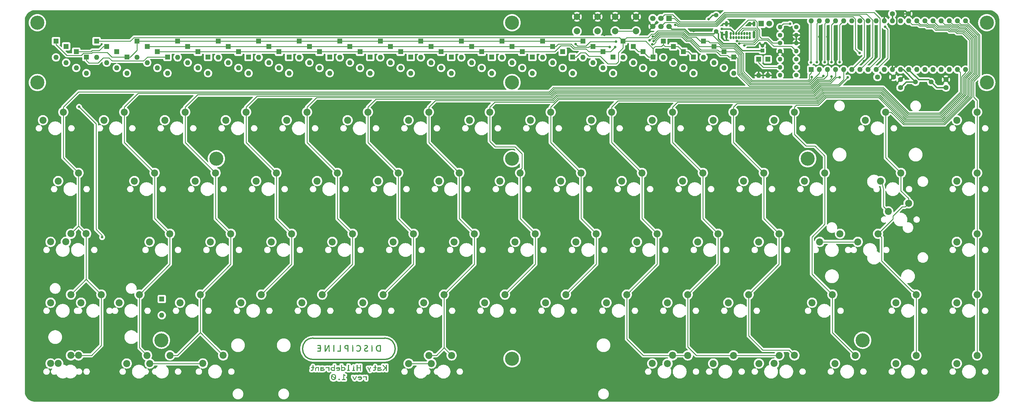
<source format=gbl>
%TF.GenerationSoftware,KiCad,Pcbnew,8.0.2*%
%TF.CreationDate,2024-05-19T23:09:39-04:00*%
%TF.ProjectId,discipline-pcb,64697363-6970-46c6-996e-652d7063622e,1.0*%
%TF.SameCoordinates,Original*%
%TF.FileFunction,Copper,L2,Bot*%
%TF.FilePolarity,Positive*%
%FSLAX46Y46*%
G04 Gerber Fmt 4.6, Leading zero omitted, Abs format (unit mm)*
G04 Created by KiCad (PCBNEW 8.0.2) date 2024-05-19 23:09:39*
%MOMM*%
%LPD*%
G01*
G04 APERTURE LIST*
%TA.AperFunction,EtchedComponent*%
%ADD10C,0.000000*%
%TD*%
%TA.AperFunction,EtchedComponent*%
%ADD11C,0.400000*%
%TD*%
%TA.AperFunction,EtchedComponent*%
%ADD12C,0.010000*%
%TD*%
%TA.AperFunction,ComponentPad*%
%ADD13C,2.200000*%
%TD*%
%TA.AperFunction,ComponentPad*%
%ADD14C,4.400000*%
%TD*%
%TA.AperFunction,ComponentPad*%
%ADD15R,1.600000X1.600000*%
%TD*%
%TA.AperFunction,ComponentPad*%
%ADD16O,1.600000X1.600000*%
%TD*%
%TA.AperFunction,ComponentPad*%
%ADD17C,1.400000*%
%TD*%
%TA.AperFunction,ComponentPad*%
%ADD18O,1.400000X1.400000*%
%TD*%
%TA.AperFunction,ComponentPad*%
%ADD19C,2.000000*%
%TD*%
%TA.AperFunction,ComponentPad*%
%ADD20R,1.800000X1.800000*%
%TD*%
%TA.AperFunction,ComponentPad*%
%ADD21C,1.800000*%
%TD*%
%TA.AperFunction,ComponentPad*%
%ADD22R,1.200000X1.200000*%
%TD*%
%TA.AperFunction,ComponentPad*%
%ADD23C,1.200000*%
%TD*%
%TA.AperFunction,ComponentPad*%
%ADD24C,1.600000*%
%TD*%
%TA.AperFunction,ComponentPad*%
%ADD25O,0.650000X1.000000*%
%TD*%
%TA.AperFunction,ComponentPad*%
%ADD26O,0.900000X2.400000*%
%TD*%
%TA.AperFunction,ComponentPad*%
%ADD27O,0.900000X1.700000*%
%TD*%
%TA.AperFunction,ComponentPad*%
%ADD28C,1.500000*%
%TD*%
%TA.AperFunction,ComponentPad*%
%ADD29R,1.700000X1.700000*%
%TD*%
%TA.AperFunction,ComponentPad*%
%ADD30C,1.700000*%
%TD*%
%TA.AperFunction,ViaPad*%
%ADD31C,0.800000*%
%TD*%
%TA.AperFunction,Conductor*%
%ADD32C,0.400000*%
%TD*%
%TA.AperFunction,Conductor*%
%ADD33C,0.250000*%
%TD*%
G04 APERTURE END LIST*
D10*
%TA.AperFunction,EtchedComponent*%
G36*
X160784641Y-173006136D02*
G01*
X160784641Y-173600416D01*
X160630569Y-173600416D01*
X160476496Y-173600416D01*
X160476496Y-173204229D01*
X160476461Y-173175438D01*
X160473169Y-172992134D01*
X160462744Y-172879830D01*
X160442679Y-172823481D01*
X160410465Y-172808042D01*
X160379671Y-172800372D01*
X160344433Y-172742011D01*
X160323500Y-172702709D01*
X160248328Y-172681908D01*
X160102319Y-172675980D01*
X159958213Y-172681689D01*
X159881941Y-172702190D01*
X159860205Y-172742011D01*
X159859926Y-172748025D01*
X159820087Y-172793723D01*
X159706132Y-172808042D01*
X159604213Y-172801100D01*
X159560648Y-172764707D01*
X159552059Y-172675980D01*
X159565668Y-172583291D01*
X159618090Y-172543917D01*
X159648884Y-172536247D01*
X159684121Y-172477886D01*
X159695332Y-172448639D01*
X159747153Y-172426249D01*
X159855594Y-172414965D01*
X160036288Y-172411855D01*
X160192271Y-172413957D01*
X160311684Y-172423673D01*
X160371867Y-172444006D01*
X160388454Y-172477886D01*
X160393421Y-172508262D01*
X160432475Y-172543917D01*
X160452726Y-172536468D01*
X160476496Y-172477886D01*
X160476774Y-172471872D01*
X160516614Y-172426174D01*
X160630569Y-172411855D01*
X160784641Y-172411855D01*
X160784641Y-173006136D01*
G37*
%TD.AperFunction*%
%TA.AperFunction,EtchedComponent*%
G36*
X159284475Y-172831987D02*
G01*
X159287934Y-173006136D01*
X159286421Y-173132875D01*
X159277177Y-173256498D01*
X159256733Y-173318997D01*
X159221903Y-173336292D01*
X159191109Y-173343961D01*
X159155872Y-173402323D01*
X159148202Y-173433117D01*
X159089841Y-173468354D01*
X159059047Y-173476024D01*
X159023809Y-173534385D01*
X159022890Y-173543962D01*
X158998843Y-173572156D01*
X158931120Y-173589410D01*
X158804963Y-173598053D01*
X158605612Y-173600416D01*
X158544959Y-173600271D01*
X158366394Y-173596474D01*
X158257121Y-173585781D01*
X158202381Y-173565862D01*
X158187414Y-173534385D01*
X158179744Y-173503591D01*
X158121383Y-173468354D01*
X158090589Y-173460684D01*
X158055352Y-173402323D01*
X158055561Y-173397524D01*
X158075311Y-173366974D01*
X158137861Y-173348256D01*
X158258255Y-173338865D01*
X158451539Y-173336292D01*
X158480330Y-173336257D01*
X158663634Y-173332965D01*
X158775938Y-173322540D01*
X158832287Y-173302474D01*
X158847726Y-173270260D01*
X158855396Y-173239466D01*
X158913757Y-173204229D01*
X158944551Y-173196559D01*
X158979789Y-173138198D01*
X158976130Y-173120799D01*
X158943712Y-173096477D01*
X158865954Y-173081618D01*
X158728645Y-173074191D01*
X158517570Y-173072167D01*
X158395780Y-173071644D01*
X158225524Y-173067013D01*
X158121509Y-173055905D01*
X158069522Y-173036289D01*
X158055352Y-173006136D01*
X158047682Y-172975342D01*
X157989321Y-172940104D01*
X157942976Y-172912887D01*
X157923289Y-172808042D01*
X157932984Y-172742011D01*
X158231435Y-172742011D01*
X158235928Y-172762683D01*
X158276340Y-172790196D01*
X158372160Y-172804159D01*
X158539581Y-172808042D01*
X158636052Y-172807079D01*
X158764444Y-172798420D01*
X158829604Y-172777887D01*
X158847726Y-172742011D01*
X158843234Y-172721338D01*
X158802821Y-172693826D01*
X158707001Y-172679863D01*
X158539581Y-172675980D01*
X158443110Y-172676942D01*
X158314718Y-172685602D01*
X158249557Y-172706135D01*
X158231435Y-172742011D01*
X157932984Y-172742011D01*
X157936898Y-172715353D01*
X157989321Y-172675980D01*
X158020115Y-172668310D01*
X158055352Y-172609948D01*
X158063022Y-172579154D01*
X158121383Y-172543917D01*
X158152177Y-172536247D01*
X158187414Y-172477886D01*
X158188334Y-172468309D01*
X158212381Y-172440115D01*
X158280104Y-172422861D01*
X158406261Y-172414218D01*
X158605612Y-172411855D01*
X158666265Y-172412000D01*
X158844829Y-172415797D01*
X158954102Y-172426490D01*
X159008842Y-172446410D01*
X159023809Y-172477886D01*
X159031479Y-172508680D01*
X159089841Y-172543917D01*
X159120635Y-172551587D01*
X159155872Y-172609948D01*
X159163542Y-172640742D01*
X159221903Y-172675980D01*
X159247251Y-172683544D01*
X159271976Y-172729764D01*
X159273473Y-172742011D01*
X159284475Y-172831987D01*
G37*
%TD.AperFunction*%
%TA.AperFunction,EtchedComponent*%
G36*
X157607011Y-172418797D02*
G01*
X157650576Y-172455190D01*
X157659165Y-172543917D01*
X157645556Y-172636606D01*
X157593134Y-172675980D01*
X157546789Y-172703197D01*
X157527102Y-172808042D01*
X157513494Y-172900731D01*
X157461071Y-172940104D01*
X157414727Y-172967322D01*
X157395040Y-173072167D01*
X157381431Y-173164856D01*
X157329009Y-173204229D01*
X157282664Y-173231446D01*
X157262978Y-173336292D01*
X157249369Y-173428981D01*
X157196946Y-173468354D01*
X157166152Y-173476024D01*
X157130915Y-173534385D01*
X157130637Y-173540399D01*
X157090797Y-173586098D01*
X156976842Y-173600416D01*
X156962810Y-173600297D01*
X156856180Y-173583223D01*
X156822770Y-173534385D01*
X156815100Y-173503591D01*
X156756738Y-173468354D01*
X156710394Y-173441137D01*
X156690707Y-173336292D01*
X156677099Y-173243603D01*
X156624676Y-173204229D01*
X156578331Y-173177012D01*
X156558645Y-173072167D01*
X156545036Y-172979478D01*
X156492614Y-172940104D01*
X156446269Y-172912887D01*
X156426582Y-172808042D01*
X156412974Y-172715353D01*
X156360551Y-172675980D01*
X156314207Y-172648762D01*
X156294520Y-172543917D01*
X156302619Y-172456558D01*
X156345077Y-172419217D01*
X156448593Y-172411855D01*
X156550512Y-172418797D01*
X156594077Y-172455190D01*
X156602666Y-172543917D01*
X156616274Y-172636606D01*
X156668697Y-172675980D01*
X156715041Y-172703197D01*
X156734728Y-172808042D01*
X156748337Y-172900731D01*
X156800759Y-172940104D01*
X156847104Y-172967322D01*
X156866790Y-173072167D01*
X156869419Y-173129596D01*
X156898191Y-173190016D01*
X156976842Y-173204229D01*
X157024700Y-173201075D01*
X157075050Y-173166548D01*
X157086894Y-173072167D01*
X157100503Y-172979478D01*
X157152926Y-172940104D01*
X157199270Y-172912887D01*
X157218957Y-172808042D01*
X157232565Y-172715353D01*
X157284988Y-172675980D01*
X157331332Y-172648762D01*
X157351019Y-172543917D01*
X157359119Y-172456558D01*
X157401576Y-172419217D01*
X157505092Y-172411855D01*
X157607011Y-172418797D01*
G37*
%TD.AperFunction*%
%TA.AperFunction,EtchedComponent*%
G36*
X153601273Y-171751662D02*
G01*
X153707903Y-171768736D01*
X153741314Y-171817574D01*
X153748984Y-171848368D01*
X153807345Y-171883605D01*
X153838139Y-171891275D01*
X153873376Y-171949636D01*
X153900593Y-171995981D01*
X154005439Y-172015668D01*
X154075141Y-172019713D01*
X154126593Y-172054190D01*
X154137501Y-172147730D01*
X154136381Y-172197552D01*
X154118912Y-172253860D01*
X154061218Y-172275964D01*
X153939407Y-172279792D01*
X153741314Y-172279792D01*
X153741314Y-172808042D01*
X153741314Y-173336292D01*
X153939407Y-173336292D01*
X154014140Y-173337038D01*
X154098603Y-173348684D01*
X154131759Y-173387147D01*
X154137501Y-173468354D01*
X154137501Y-173600416D01*
X153587241Y-173600416D01*
X153036981Y-173600416D01*
X153036981Y-173468354D01*
X153038101Y-173418532D01*
X153055570Y-173362224D01*
X153113264Y-173340120D01*
X153235075Y-173336292D01*
X153433168Y-173336292D01*
X153433168Y-172543917D01*
X153433168Y-171751543D01*
X153587241Y-171751543D01*
X153601273Y-171751662D01*
G37*
%TD.AperFunction*%
%TA.AperFunction,EtchedComponent*%
G36*
X152376669Y-173402323D02*
G01*
X152376669Y-173600416D01*
X152156565Y-173600416D01*
X151936461Y-173600416D01*
X151936461Y-173402323D01*
X151936461Y-173204229D01*
X152156565Y-173204229D01*
X152376669Y-173204229D01*
X152376669Y-173402323D01*
G37*
%TD.AperFunction*%
%TA.AperFunction,EtchedComponent*%
G36*
X151144087Y-172675980D02*
G01*
X151142768Y-172884566D01*
X151137197Y-173044622D01*
X151125677Y-173142272D01*
X151106524Y-173190985D01*
X151078056Y-173204229D01*
X151031711Y-173231446D01*
X151012024Y-173336292D01*
X151007979Y-173405994D01*
X150973502Y-173457446D01*
X150879962Y-173468354D01*
X150787273Y-173481963D01*
X150747900Y-173534385D01*
X150736689Y-173563632D01*
X150684868Y-173586022D01*
X150576427Y-173597306D01*
X150395733Y-173600416D01*
X150239750Y-173598314D01*
X150120337Y-173588598D01*
X150060154Y-173568265D01*
X150043567Y-173534385D01*
X150016350Y-173488041D01*
X149911504Y-173468354D01*
X149841802Y-173464308D01*
X149790350Y-173429831D01*
X149779442Y-173336292D01*
X149765833Y-173243603D01*
X149713411Y-173204229D01*
X149687338Y-173193678D01*
X149667331Y-173149111D01*
X149655124Y-173056952D01*
X149649035Y-172903731D01*
X149648340Y-172808042D01*
X149955525Y-172808042D01*
X149955560Y-172836833D01*
X149958852Y-173020137D01*
X149969277Y-173132441D01*
X149989342Y-173188790D01*
X150021556Y-173204229D01*
X150052350Y-173211899D01*
X150087588Y-173270260D01*
X150092080Y-173290933D01*
X150132492Y-173318445D01*
X150228313Y-173332408D01*
X150395733Y-173336292D01*
X150703879Y-173336292D01*
X150703879Y-173204229D01*
X150690270Y-173111540D01*
X150637848Y-173072167D01*
X150607054Y-173064497D01*
X150571816Y-173006136D01*
X150564147Y-172975342D01*
X150505785Y-172940104D01*
X150474991Y-172932435D01*
X150439754Y-172874073D01*
X150432084Y-172843279D01*
X150373723Y-172808042D01*
X150342929Y-172800372D01*
X150307692Y-172742011D01*
X150300022Y-172711217D01*
X150241660Y-172675980D01*
X150210866Y-172668310D01*
X150175629Y-172609948D01*
X150167959Y-172579154D01*
X150109598Y-172543917D01*
X150078804Y-172536247D01*
X150043567Y-172477886D01*
X150038600Y-172447510D01*
X149999546Y-172411855D01*
X149992264Y-172416243D01*
X149972924Y-172482789D01*
X149960143Y-172618206D01*
X149955525Y-172808042D01*
X149648340Y-172808042D01*
X149647380Y-172675980D01*
X149648698Y-172467393D01*
X149654269Y-172307338D01*
X149665789Y-172209688D01*
X149684942Y-172160975D01*
X149713411Y-172147730D01*
X149759755Y-172120513D01*
X149779442Y-172015668D01*
X150087588Y-172015668D01*
X150087588Y-172147730D01*
X150101196Y-172240419D01*
X150153619Y-172279792D01*
X150184413Y-172287462D01*
X150219650Y-172345824D01*
X150227320Y-172376618D01*
X150285681Y-172411855D01*
X150316475Y-172419525D01*
X150351712Y-172477886D01*
X150359382Y-172508680D01*
X150417744Y-172543917D01*
X150448538Y-172551587D01*
X150483775Y-172609948D01*
X150491445Y-172640742D01*
X150549806Y-172675980D01*
X150580600Y-172683649D01*
X150615837Y-172742011D01*
X150623507Y-172772805D01*
X150681868Y-172808042D01*
X150712662Y-172815712D01*
X150747900Y-172874073D01*
X150752866Y-172904449D01*
X150791920Y-172940104D01*
X150799202Y-172935716D01*
X150818542Y-172869171D01*
X150831324Y-172733754D01*
X150835941Y-172543917D01*
X150835906Y-172515126D01*
X150832615Y-172331822D01*
X150822190Y-172219518D01*
X150802124Y-172163169D01*
X150769910Y-172147730D01*
X150739116Y-172140060D01*
X150703879Y-172081699D01*
X150699386Y-172061027D01*
X150658974Y-172033514D01*
X150563154Y-172019551D01*
X150395733Y-172015668D01*
X150087588Y-172015668D01*
X149779442Y-172015668D01*
X149783488Y-171945966D01*
X149817965Y-171894513D01*
X149911504Y-171883605D01*
X150004193Y-171869997D01*
X150043567Y-171817574D01*
X150054778Y-171788327D01*
X150106599Y-171765937D01*
X150215040Y-171754653D01*
X150395733Y-171751543D01*
X150551717Y-171753645D01*
X150671129Y-171763361D01*
X150731312Y-171783694D01*
X150747900Y-171817574D01*
X150775117Y-171863919D01*
X150879962Y-171883605D01*
X150949664Y-171887651D01*
X151001117Y-171922128D01*
X151012024Y-172015668D01*
X151025633Y-172108357D01*
X151078056Y-172147730D01*
X151104129Y-172158281D01*
X151124136Y-172202848D01*
X151136342Y-172295008D01*
X151142431Y-172448229D01*
X151143127Y-172543917D01*
X151144087Y-172675980D01*
G37*
%TD.AperFunction*%
%TA.AperFunction,EtchedComponent*%
G36*
X162029418Y-169538100D02*
G01*
X162072833Y-169574367D01*
X162081392Y-169662788D01*
X162067830Y-169755157D01*
X162015589Y-169794394D01*
X161969404Y-169821517D01*
X161949786Y-169926000D01*
X161936224Y-170018369D01*
X161883982Y-170057606D01*
X161837798Y-170084730D01*
X161818179Y-170189213D01*
X161804618Y-170281581D01*
X161752376Y-170320819D01*
X161706192Y-170347942D01*
X161686573Y-170452425D01*
X161700135Y-170544794D01*
X161752376Y-170584031D01*
X161798561Y-170611155D01*
X161818179Y-170715638D01*
X161831741Y-170808006D01*
X161883982Y-170847244D01*
X161914670Y-170854887D01*
X161949786Y-170913047D01*
X161949508Y-170919040D01*
X161909806Y-170964581D01*
X161796245Y-170978850D01*
X161782261Y-170978731D01*
X161676000Y-170961716D01*
X161642704Y-170913047D01*
X161635061Y-170882359D01*
X161576901Y-170847244D01*
X161530717Y-170820120D01*
X161511098Y-170715638D01*
X161497537Y-170623269D01*
X161445295Y-170584031D01*
X161399111Y-170556908D01*
X161379492Y-170452425D01*
X161365930Y-170360056D01*
X161313689Y-170320819D01*
X161267504Y-170293696D01*
X161247886Y-170189213D01*
X161234324Y-170096844D01*
X161182083Y-170057606D01*
X161135898Y-170030483D01*
X161116280Y-169926000D01*
X161102718Y-169833631D01*
X161050476Y-169794394D01*
X161004292Y-169767271D01*
X160984673Y-169662788D01*
X160992745Y-169575731D01*
X161035056Y-169538518D01*
X161138214Y-169531182D01*
X161239781Y-169538100D01*
X161283195Y-169574367D01*
X161291754Y-169662788D01*
X161305316Y-169755157D01*
X161357558Y-169794394D01*
X161403742Y-169821517D01*
X161423361Y-169926000D01*
X161425980Y-169983231D01*
X161454653Y-170043442D01*
X161533033Y-170057606D01*
X161580724Y-170054463D01*
X161630901Y-170020055D01*
X161642704Y-169926000D01*
X161656266Y-169833631D01*
X161708508Y-169794394D01*
X161754692Y-169767271D01*
X161774311Y-169662788D01*
X161782382Y-169575731D01*
X161824693Y-169538518D01*
X161927851Y-169531182D01*
X162029418Y-169538100D01*
G37*
%TD.AperFunction*%
%TA.AperFunction,EtchedComponent*%
G36*
X167082428Y-169794394D02*
G01*
X167082428Y-170715638D01*
X166928887Y-170715638D01*
X166775347Y-170715638D01*
X166775347Y-170320819D01*
X166774861Y-170255508D01*
X166767493Y-170082049D01*
X166752498Y-169967413D01*
X166731478Y-169926000D01*
X166711297Y-169933424D01*
X166687609Y-169991803D01*
X166679966Y-170022491D01*
X166621806Y-170057606D01*
X166591119Y-170065250D01*
X166556003Y-170123410D01*
X166548360Y-170154097D01*
X166490200Y-170189213D01*
X166459512Y-170196856D01*
X166424397Y-170255016D01*
X166416754Y-170285703D01*
X166358594Y-170320819D01*
X166327906Y-170328462D01*
X166292791Y-170386622D01*
X166285147Y-170417310D01*
X166226988Y-170452425D01*
X166196300Y-170460068D01*
X166161185Y-170518228D01*
X166153541Y-170548916D01*
X166095381Y-170584031D01*
X166064694Y-170591675D01*
X166029578Y-170649834D01*
X166029301Y-170655827D01*
X165989599Y-170701368D01*
X165876038Y-170715638D01*
X165774471Y-170708719D01*
X165731056Y-170672452D01*
X165722497Y-170584031D01*
X165736059Y-170491662D01*
X165788300Y-170452425D01*
X165818988Y-170444782D01*
X165854103Y-170386622D01*
X165861747Y-170355934D01*
X165919906Y-170320819D01*
X165950594Y-170313176D01*
X165985710Y-170255016D01*
X165993353Y-170224328D01*
X166051513Y-170189213D01*
X166082200Y-170181569D01*
X166117316Y-170123410D01*
X166124959Y-170092722D01*
X166183119Y-170057606D01*
X166213807Y-170049963D01*
X166248922Y-169991803D01*
X166256565Y-169961116D01*
X166314725Y-169926000D01*
X166360910Y-169898877D01*
X166380528Y-169794394D01*
X166366967Y-169702025D01*
X166314725Y-169662788D01*
X166284037Y-169655144D01*
X166248922Y-169596985D01*
X166241279Y-169566297D01*
X166183119Y-169531182D01*
X166152431Y-169523538D01*
X166117316Y-169465378D01*
X166109673Y-169434691D01*
X166051513Y-169399575D01*
X166020825Y-169391932D01*
X165985710Y-169333772D01*
X165978066Y-169303085D01*
X165919906Y-169267969D01*
X165889219Y-169260326D01*
X165854103Y-169202166D01*
X165846460Y-169171478D01*
X165788300Y-169136363D01*
X165742116Y-169109240D01*
X165722497Y-169004757D01*
X165730569Y-168917700D01*
X165772880Y-168880487D01*
X165876038Y-168873150D01*
X165890022Y-168873269D01*
X165996283Y-168890284D01*
X166029578Y-168938954D01*
X166037222Y-168969641D01*
X166095381Y-169004757D01*
X166126069Y-169012400D01*
X166161185Y-169070560D01*
X166168828Y-169101247D01*
X166226988Y-169136363D01*
X166257675Y-169144006D01*
X166292791Y-169202166D01*
X166300434Y-169232854D01*
X166358594Y-169267969D01*
X166389281Y-169275612D01*
X166424397Y-169333772D01*
X166432040Y-169364460D01*
X166490200Y-169399575D01*
X166520888Y-169407219D01*
X166556003Y-169465378D01*
X166563646Y-169496066D01*
X166621806Y-169531182D01*
X166652494Y-169538825D01*
X166687609Y-169596985D01*
X166692559Y-169627256D01*
X166731478Y-169662788D01*
X166738735Y-169658414D01*
X166758008Y-169592099D01*
X166770745Y-169457150D01*
X166775347Y-169267969D01*
X166775347Y-168873150D01*
X166928887Y-168873150D01*
X167082428Y-168873150D01*
X167082428Y-169794394D01*
G37*
%TD.AperFunction*%
%TA.AperFunction,EtchedComponent*%
G36*
X165421391Y-170197239D02*
G01*
X165450673Y-170256507D01*
X165459285Y-170386622D01*
X165456609Y-170470351D01*
X165436853Y-170558196D01*
X165393482Y-170584031D01*
X165362794Y-170591675D01*
X165327678Y-170649834D01*
X165326300Y-170660261D01*
X165303743Y-170683788D01*
X165243756Y-170699742D01*
X165133769Y-170709471D01*
X164961213Y-170714320D01*
X164713516Y-170715638D01*
X164099354Y-170715638D01*
X164099354Y-170189213D01*
X164406435Y-170189213D01*
X164406435Y-170320819D01*
X164406435Y-170452425D01*
X164779319Y-170452425D01*
X165152204Y-170452425D01*
X165152204Y-170320819D01*
X165152204Y-170189213D01*
X164779319Y-170189213D01*
X164406435Y-170189213D01*
X164099354Y-170189213D01*
X164100668Y-169981347D01*
X164106220Y-169821844D01*
X164117700Y-169724531D01*
X164136786Y-169675987D01*
X164165157Y-169662788D01*
X164195845Y-169655144D01*
X164230960Y-169596985D01*
X164236553Y-169576425D01*
X164272942Y-169553787D01*
X164355295Y-169539964D01*
X164497518Y-169533061D01*
X164713516Y-169531182D01*
X164864284Y-169531944D01*
X165030301Y-169536906D01*
X165131667Y-169548136D01*
X165182289Y-169567530D01*
X165196072Y-169596985D01*
X165203716Y-169627672D01*
X165261875Y-169662788D01*
X165292563Y-169670431D01*
X165327678Y-169728591D01*
X165324033Y-169745929D01*
X165291726Y-169770168D01*
X165214237Y-169784976D01*
X165077402Y-169792377D01*
X164867057Y-169794394D01*
X164745688Y-169794915D01*
X164576020Y-169799530D01*
X164472364Y-169810600D01*
X164420557Y-169830148D01*
X164406435Y-169860197D01*
X164406643Y-169864979D01*
X164426326Y-169895424D01*
X164488659Y-169914077D01*
X164608637Y-169923436D01*
X164801254Y-169926000D01*
X164829945Y-169926035D01*
X165012616Y-169929315D01*
X165124532Y-169939704D01*
X165180686Y-169959701D01*
X165196072Y-169991803D01*
X165203716Y-170022491D01*
X165261875Y-170057606D01*
X165292563Y-170065250D01*
X165327678Y-170123410D01*
X165335322Y-170154097D01*
X165393482Y-170189213D01*
X165421391Y-170197239D01*
G37*
%TD.AperFunction*%
%TA.AperFunction,EtchedComponent*%
G36*
X163572929Y-169267969D02*
G01*
X163572929Y-169531182D01*
X163704535Y-169531182D01*
X163773996Y-169535213D01*
X163825271Y-169569571D01*
X163836141Y-169662788D01*
X163832110Y-169732249D01*
X163797752Y-169783524D01*
X163704535Y-169794394D01*
X163572929Y-169794394D01*
X163572929Y-170189213D01*
X163572894Y-170217904D01*
X163569614Y-170400575D01*
X163559225Y-170512491D01*
X163539229Y-170568645D01*
X163507126Y-170584031D01*
X163476438Y-170591675D01*
X163441323Y-170649834D01*
X163430150Y-170678980D01*
X163378509Y-170701293D01*
X163270442Y-170712538D01*
X163090373Y-170715638D01*
X162739423Y-170715638D01*
X162739423Y-170584031D01*
X162739423Y-170452425D01*
X163002635Y-170452425D01*
X163265848Y-170452425D01*
X163265848Y-170123410D01*
X163265848Y-169794394D01*
X163068438Y-169794394D01*
X162993964Y-169793650D01*
X162909793Y-169782044D01*
X162876752Y-169743714D01*
X162871029Y-169662788D01*
X162872145Y-169613138D01*
X162889554Y-169557024D01*
X162947048Y-169534997D01*
X163068438Y-169531182D01*
X163265848Y-169531182D01*
X163265848Y-169267969D01*
X163265848Y-169004757D01*
X163419388Y-169004757D01*
X163572929Y-169004757D01*
X163572929Y-169267969D01*
G37*
%TD.AperFunction*%
%TA.AperFunction,EtchedComponent*%
G36*
X157913862Y-169267969D02*
G01*
X157913862Y-169662788D01*
X158286746Y-169662788D01*
X158659630Y-169662788D01*
X158659630Y-169267969D01*
X158659630Y-168873150D01*
X158813171Y-168873150D01*
X158966711Y-168873150D01*
X158966711Y-169794394D01*
X158966711Y-170715638D01*
X158813171Y-170715638D01*
X158659630Y-170715638D01*
X158659630Y-170320819D01*
X158659630Y-169926000D01*
X158286746Y-169926000D01*
X157913862Y-169926000D01*
X157913862Y-170320819D01*
X157913862Y-170715638D01*
X157760321Y-170715638D01*
X157606780Y-170715638D01*
X157606780Y-169794394D01*
X157606780Y-168873150D01*
X157760321Y-168873150D01*
X157913862Y-168873150D01*
X157913862Y-169267969D01*
G37*
%TD.AperFunction*%
%TA.AperFunction,EtchedComponent*%
G36*
X156837723Y-169532659D02*
G01*
X156914492Y-169546030D01*
X156943957Y-169584880D01*
X156948749Y-169662788D01*
X156935188Y-169755157D01*
X156882946Y-169794394D01*
X156857686Y-169801932D01*
X156833047Y-169847993D01*
X156820590Y-169949863D01*
X156817143Y-170123410D01*
X156817143Y-170452425D01*
X156948749Y-170452425D01*
X157018211Y-170456457D01*
X157069485Y-170490815D01*
X157080356Y-170584031D01*
X157080356Y-170715638D01*
X156663603Y-170715638D01*
X156246849Y-170715638D01*
X156246849Y-170584031D01*
X156250881Y-170514570D01*
X156285239Y-170463295D01*
X156378456Y-170452425D01*
X156510062Y-170452425D01*
X156510062Y-169991803D01*
X156510062Y-169531182D01*
X156729406Y-169531182D01*
X156837723Y-169532659D01*
G37*
%TD.AperFunction*%
%TA.AperFunction,EtchedComponent*%
G36*
X155214580Y-168874628D02*
G01*
X155291349Y-168887999D01*
X155320814Y-168926849D01*
X155325606Y-169004757D01*
X155312044Y-169097125D01*
X155259803Y-169136363D01*
X155244165Y-169139937D01*
X155222853Y-169168569D01*
X155208401Y-169236136D01*
X155199587Y-169354832D01*
X155195193Y-169536853D01*
X155194000Y-169794394D01*
X155194000Y-170452425D01*
X155325606Y-170452425D01*
X155395067Y-170456457D01*
X155446342Y-170490815D01*
X155457212Y-170584031D01*
X155457212Y-170715638D01*
X155040459Y-170715638D01*
X154623706Y-170715638D01*
X154623706Y-170584031D01*
X154627738Y-170514570D01*
X154662096Y-170463295D01*
X154755312Y-170452425D01*
X154886919Y-170452425D01*
X154886919Y-169662788D01*
X154886919Y-168873150D01*
X155106262Y-168873150D01*
X155214580Y-168874628D01*
G37*
%TD.AperFunction*%
%TA.AperFunction,EtchedComponent*%
G36*
X154095774Y-170249711D02*
G01*
X154086562Y-170372908D01*
X154066188Y-170435190D01*
X154031478Y-170452425D01*
X154000791Y-170460068D01*
X153965675Y-170518228D01*
X153958032Y-170548916D01*
X153899872Y-170584031D01*
X153869184Y-170591675D01*
X153834069Y-170649834D01*
X153834065Y-170650415D01*
X153820622Y-170678118D01*
X153772260Y-170696908D01*
X153675784Y-170708369D01*
X153517999Y-170714084D01*
X153285710Y-170715638D01*
X152737350Y-170715638D01*
X152737350Y-169926000D01*
X153044432Y-169926000D01*
X153044432Y-170189213D01*
X153044432Y-170452425D01*
X153351513Y-170452425D01*
X153447650Y-170451466D01*
X153575599Y-170442836D01*
X153640535Y-170422374D01*
X153658594Y-170386622D01*
X153666237Y-170355934D01*
X153724397Y-170320819D01*
X153752307Y-170312792D01*
X153781588Y-170253525D01*
X153790200Y-170123410D01*
X153787524Y-170039680D01*
X153767769Y-169951835D01*
X153724397Y-169926000D01*
X153693709Y-169918357D01*
X153658594Y-169860197D01*
X153655409Y-169841279D01*
X153605132Y-169805260D01*
X153483119Y-169794394D01*
X153432671Y-169795588D01*
X153336620Y-169814442D01*
X153307644Y-169860197D01*
X153280521Y-169906382D01*
X153176038Y-169926000D01*
X153044432Y-169926000D01*
X152737350Y-169926000D01*
X152737350Y-169794394D01*
X152737350Y-168873150D01*
X152890891Y-168873150D01*
X153044432Y-168873150D01*
X153044432Y-169267969D01*
X153044917Y-169333280D01*
X153052286Y-169506739D01*
X153067280Y-169621375D01*
X153088300Y-169662788D01*
X153108481Y-169655364D01*
X153132169Y-169596985D01*
X153143341Y-169567839D01*
X153194983Y-169545526D01*
X153303050Y-169534281D01*
X153483119Y-169531182D01*
X153638564Y-169533276D01*
X153757563Y-169542959D01*
X153817539Y-169563222D01*
X153834069Y-169596985D01*
X153841712Y-169627672D01*
X153899872Y-169662788D01*
X153930560Y-169670431D01*
X153965675Y-169728591D01*
X153973318Y-169759279D01*
X154031478Y-169794394D01*
X154056738Y-169801932D01*
X154081378Y-169847993D01*
X154093834Y-169949863D01*
X154097281Y-170123410D01*
X154095774Y-170249711D01*
G37*
%TD.AperFunction*%
%TA.AperFunction,EtchedComponent*%
G36*
X152470691Y-169949863D02*
G01*
X152474138Y-170123410D01*
X152472630Y-170249711D01*
X152463418Y-170372908D01*
X152443044Y-170435190D01*
X152408335Y-170452425D01*
X152377647Y-170460068D01*
X152342532Y-170518228D01*
X152334888Y-170548916D01*
X152276729Y-170584031D01*
X152246041Y-170591675D01*
X152210925Y-170649834D01*
X152210009Y-170659378D01*
X152186045Y-170687475D01*
X152118556Y-170704669D01*
X151992835Y-170713282D01*
X151794172Y-170715638D01*
X151733729Y-170715493D01*
X151555781Y-170711709D01*
X151446886Y-170701053D01*
X151392335Y-170681202D01*
X151377419Y-170649834D01*
X151369776Y-170619147D01*
X151311616Y-170584031D01*
X151280929Y-170576388D01*
X151245813Y-170518228D01*
X151246021Y-170513446D01*
X151265704Y-170483001D01*
X151328037Y-170464348D01*
X151448015Y-170454989D01*
X151640632Y-170452425D01*
X151669323Y-170452390D01*
X151851995Y-170449110D01*
X151963910Y-170438721D01*
X152020064Y-170418725D01*
X152035451Y-170386622D01*
X152043094Y-170355934D01*
X152101254Y-170320819D01*
X152131941Y-170313176D01*
X152167057Y-170255016D01*
X152163411Y-170237677D01*
X152131105Y-170213439D01*
X152053616Y-170198631D01*
X151916780Y-170191230D01*
X151706435Y-170189213D01*
X151585066Y-170188692D01*
X151415398Y-170184077D01*
X151311742Y-170173007D01*
X151259935Y-170153459D01*
X151245813Y-170123410D01*
X151238170Y-170092722D01*
X151180010Y-170057606D01*
X151133826Y-170030483D01*
X151114207Y-169926000D01*
X151123868Y-169860197D01*
X151421288Y-169860197D01*
X151425765Y-169880798D01*
X151466038Y-169908216D01*
X151561527Y-169922130D01*
X151728369Y-169926000D01*
X151824507Y-169925041D01*
X151952456Y-169916411D01*
X152017391Y-169895949D01*
X152035451Y-169860197D01*
X152030973Y-169839596D01*
X151990701Y-169812179D01*
X151895212Y-169798264D01*
X151728369Y-169794394D01*
X151632232Y-169795353D01*
X151504283Y-169803983D01*
X151439347Y-169824445D01*
X151421288Y-169860197D01*
X151123868Y-169860197D01*
X151127769Y-169833631D01*
X151180010Y-169794394D01*
X151210698Y-169786751D01*
X151245813Y-169728591D01*
X151253457Y-169697903D01*
X151311616Y-169662788D01*
X151342304Y-169655144D01*
X151377419Y-169596985D01*
X151378336Y-169587441D01*
X151402300Y-169559344D01*
X151469789Y-169542150D01*
X151595510Y-169533537D01*
X151794172Y-169531182D01*
X151854616Y-169531326D01*
X152032564Y-169535110D01*
X152141459Y-169545766D01*
X152196010Y-169565617D01*
X152210925Y-169596985D01*
X152218569Y-169627672D01*
X152276729Y-169662788D01*
X152307416Y-169670431D01*
X152342532Y-169728591D01*
X152350175Y-169759279D01*
X152408335Y-169794394D01*
X152433595Y-169801932D01*
X152458234Y-169847993D01*
X152459726Y-169860197D01*
X152470691Y-169949863D01*
G37*
%TD.AperFunction*%
%TA.AperFunction,EtchedComponent*%
G36*
X150850995Y-170715638D02*
G01*
X150302635Y-170715638D01*
X150297794Y-170715637D01*
X150066940Y-170714024D01*
X149910357Y-170708220D01*
X149814848Y-170696643D01*
X149767220Y-170677709D01*
X149754276Y-170649834D01*
X149746633Y-170619147D01*
X149688473Y-170584031D01*
X149657785Y-170576388D01*
X149622670Y-170518228D01*
X149615027Y-170487541D01*
X149556867Y-170452425D01*
X149531606Y-170444887D01*
X149506967Y-170398826D01*
X149494511Y-170296956D01*
X149491064Y-170123410D01*
X149798145Y-170123410D01*
X149800820Y-170207139D01*
X149820576Y-170294984D01*
X149863948Y-170320819D01*
X149894636Y-170328462D01*
X149929751Y-170386622D01*
X149934228Y-170407223D01*
X149974501Y-170434640D01*
X150069990Y-170448555D01*
X150236832Y-170452425D01*
X150543913Y-170452425D01*
X150543913Y-170189213D01*
X150543784Y-170157499D01*
X150536833Y-170017873D01*
X150516319Y-169946214D01*
X150478110Y-169926000D01*
X150447423Y-169918357D01*
X150412307Y-169860197D01*
X150391446Y-169821031D01*
X150316534Y-169800302D01*
X150171029Y-169794394D01*
X150027421Y-169800083D01*
X149951413Y-169820514D01*
X149929751Y-169860197D01*
X149922108Y-169890885D01*
X149863948Y-169926000D01*
X149836038Y-169934027D01*
X149806757Y-169993294D01*
X149798145Y-170123410D01*
X149491064Y-170123410D01*
X149492571Y-169997108D01*
X149501783Y-169873911D01*
X149522157Y-169811629D01*
X149556867Y-169794394D01*
X149587554Y-169786751D01*
X149622670Y-169728591D01*
X149630313Y-169697903D01*
X149688473Y-169662788D01*
X149719161Y-169655144D01*
X149754276Y-169596985D01*
X149765448Y-169567839D01*
X149817090Y-169545526D01*
X149925157Y-169534281D01*
X150105226Y-169531182D01*
X150260671Y-169533276D01*
X150379670Y-169542959D01*
X150439646Y-169563222D01*
X150456176Y-169596985D01*
X150461125Y-169627256D01*
X150500045Y-169662788D01*
X150507301Y-169658414D01*
X150526575Y-169592099D01*
X150539312Y-169457150D01*
X150543913Y-169267969D01*
X150543913Y-168873150D01*
X150697454Y-168873150D01*
X150850995Y-168873150D01*
X150850995Y-169794394D01*
X150850995Y-170452425D01*
X150850995Y-170715638D01*
G37*
%TD.AperFunction*%
%TA.AperFunction,EtchedComponent*%
G36*
X149096245Y-170123410D02*
G01*
X149096245Y-170715638D01*
X148942704Y-170715638D01*
X148789164Y-170715638D01*
X148789164Y-170320819D01*
X148789129Y-170292127D01*
X148785849Y-170109456D01*
X148775460Y-169997540D01*
X148755463Y-169941386D01*
X148723361Y-169926000D01*
X148692673Y-169918357D01*
X148657558Y-169860197D01*
X148636697Y-169821031D01*
X148561785Y-169800302D01*
X148416280Y-169794394D01*
X148272672Y-169800083D01*
X148196663Y-169820514D01*
X148175001Y-169860197D01*
X148174724Y-169866190D01*
X148135022Y-169911731D01*
X148021461Y-169926000D01*
X147919894Y-169919082D01*
X147876480Y-169882815D01*
X147867920Y-169794394D01*
X147881482Y-169702025D01*
X147933723Y-169662788D01*
X147964411Y-169655144D01*
X147999527Y-169596985D01*
X148010699Y-169567839D01*
X148062341Y-169545526D01*
X148170407Y-169534281D01*
X148350476Y-169531182D01*
X148505921Y-169533276D01*
X148624921Y-169542959D01*
X148684896Y-169563222D01*
X148701426Y-169596985D01*
X148706376Y-169627256D01*
X148745295Y-169662788D01*
X148765476Y-169655364D01*
X148789164Y-169596985D01*
X148789441Y-169590992D01*
X148829143Y-169545451D01*
X148942704Y-169531182D01*
X149096245Y-169531182D01*
X149096245Y-170123410D01*
G37*
%TD.AperFunction*%
%TA.AperFunction,EtchedComponent*%
G36*
X147566814Y-170197239D02*
G01*
X147596096Y-170256507D01*
X147604708Y-170386622D01*
X147602032Y-170470351D01*
X147582276Y-170558196D01*
X147538905Y-170584031D01*
X147508217Y-170591675D01*
X147473102Y-170649834D01*
X147471723Y-170660261D01*
X147449166Y-170683788D01*
X147389179Y-170699742D01*
X147279193Y-170709471D01*
X147106636Y-170714320D01*
X146858939Y-170715638D01*
X146244777Y-170715638D01*
X146244777Y-170189213D01*
X146551858Y-170189213D01*
X146551858Y-170320819D01*
X146551858Y-170452425D01*
X146924742Y-170452425D01*
X147297627Y-170452425D01*
X147297627Y-170320819D01*
X147297627Y-170189213D01*
X146924742Y-170189213D01*
X146551858Y-170189213D01*
X146244777Y-170189213D01*
X146246091Y-169981347D01*
X146251643Y-169821844D01*
X146263123Y-169724531D01*
X146282210Y-169675987D01*
X146310580Y-169662788D01*
X146341268Y-169655144D01*
X146376383Y-169596985D01*
X146381976Y-169576425D01*
X146418365Y-169553787D01*
X146500718Y-169539964D01*
X146642941Y-169533061D01*
X146858939Y-169531182D01*
X147009707Y-169531944D01*
X147175724Y-169536906D01*
X147277090Y-169548136D01*
X147327712Y-169567530D01*
X147341495Y-169596985D01*
X147349139Y-169627672D01*
X147407299Y-169662788D01*
X147437986Y-169670431D01*
X147473102Y-169728591D01*
X147469456Y-169745929D01*
X147437150Y-169770168D01*
X147359660Y-169784976D01*
X147222825Y-169792377D01*
X147012480Y-169794394D01*
X146891111Y-169794915D01*
X146721443Y-169799530D01*
X146617787Y-169810600D01*
X146565980Y-169830148D01*
X146551858Y-169860197D01*
X146552066Y-169864979D01*
X146571749Y-169895424D01*
X146634082Y-169914077D01*
X146754060Y-169923436D01*
X146946677Y-169926000D01*
X146975368Y-169926035D01*
X147158040Y-169929315D01*
X147269955Y-169939704D01*
X147326109Y-169959701D01*
X147341495Y-169991803D01*
X147349139Y-170022491D01*
X147407299Y-170057606D01*
X147437986Y-170065250D01*
X147473102Y-170123410D01*
X147480745Y-170154097D01*
X147538905Y-170189213D01*
X147566814Y-170197239D01*
G37*
%TD.AperFunction*%
%TA.AperFunction,EtchedComponent*%
G36*
X145849958Y-170123410D02*
G01*
X145849958Y-170715638D01*
X145696418Y-170715638D01*
X145542877Y-170715638D01*
X145542877Y-170255016D01*
X145542877Y-169794394D01*
X145301599Y-169794394D01*
X145157991Y-169800083D01*
X145081982Y-169820514D01*
X145060321Y-169860197D01*
X145052678Y-169890885D01*
X144994518Y-169926000D01*
X144989736Y-169926208D01*
X144959291Y-169945891D01*
X144940638Y-170008224D01*
X144931279Y-170128202D01*
X144928715Y-170320819D01*
X144928715Y-170715638D01*
X144775174Y-170715638D01*
X144621634Y-170715638D01*
X144621634Y-170255016D01*
X144622154Y-170133647D01*
X144626770Y-169963979D01*
X144637839Y-169860323D01*
X144657387Y-169808516D01*
X144687437Y-169794394D01*
X144718124Y-169786751D01*
X144753240Y-169728591D01*
X144760883Y-169697903D01*
X144819043Y-169662788D01*
X144849731Y-169655144D01*
X144884846Y-169596985D01*
X144890439Y-169576425D01*
X144926828Y-169553787D01*
X145009181Y-169539964D01*
X145151404Y-169533061D01*
X145367402Y-169531182D01*
X145849958Y-169531182D01*
X145849958Y-170123410D01*
G37*
%TD.AperFunction*%
%TA.AperFunction,EtchedComponent*%
G36*
X144095209Y-169267969D02*
G01*
X144095209Y-169531182D01*
X144226815Y-169531182D01*
X144296276Y-169535213D01*
X144347551Y-169569571D01*
X144358421Y-169662788D01*
X144354389Y-169732249D01*
X144320032Y-169783524D01*
X144226815Y-169794394D01*
X144095209Y-169794394D01*
X144095209Y-170189213D01*
X144095174Y-170217904D01*
X144091894Y-170400575D01*
X144081505Y-170512491D01*
X144061508Y-170568645D01*
X144029406Y-170584031D01*
X143998718Y-170591675D01*
X143963603Y-170649834D01*
X143952430Y-170678980D01*
X143900788Y-170701293D01*
X143792722Y-170712538D01*
X143612653Y-170715638D01*
X143261703Y-170715638D01*
X143261703Y-170584031D01*
X143261703Y-170452425D01*
X143524915Y-170452425D01*
X143788128Y-170452425D01*
X143788128Y-170123410D01*
X143788128Y-169794394D01*
X143590718Y-169794394D01*
X143516244Y-169793650D01*
X143432073Y-169782044D01*
X143399031Y-169743714D01*
X143393309Y-169662788D01*
X143394425Y-169613138D01*
X143411834Y-169557024D01*
X143469328Y-169534997D01*
X143590718Y-169531182D01*
X143788128Y-169531182D01*
X143788128Y-169267969D01*
X143788128Y-169004757D01*
X143941668Y-169004757D01*
X144095209Y-169004757D01*
X144095209Y-169267969D01*
G37*
%TD.AperFunction*%
%TA.AperFunction,EtchedComponent*%
G36*
X156765169Y-169143281D02*
G01*
X156808584Y-169179548D01*
X156817143Y-169267969D01*
X156809072Y-169355026D01*
X156766761Y-169392239D01*
X156663603Y-169399575D01*
X156562036Y-169392657D01*
X156518621Y-169356390D01*
X156510062Y-169267969D01*
X156518133Y-169180912D01*
X156560444Y-169143699D01*
X156663603Y-169136363D01*
X156765169Y-169143281D01*
G37*
%TD.AperFunction*%
D11*
X166305144Y-160474210D02*
X144025144Y-160474210D01*
X166325144Y-167154210D02*
X144025144Y-167154210D01*
X144035144Y-167154210D02*
G75*
G02*
X144035144Y-160474210I0J3340000D01*
G01*
X166335144Y-160474210D02*
G75*
G02*
X166335144Y-167154210I0J-3340000D01*
G01*
D12*
X150591802Y-164650234D02*
X150346944Y-164629968D01*
X150346944Y-162671099D01*
X150469373Y-162660967D01*
X150591802Y-162650834D01*
X150591802Y-164650234D01*
%TA.AperFunction,EtchedComponent*%
G36*
X150591802Y-164650234D02*
G01*
X150346944Y-164629968D01*
X150346944Y-162671099D01*
X150469373Y-162660967D01*
X150591802Y-162650834D01*
X150591802Y-164650234D01*
G37*
%TD.AperFunction*%
X162467958Y-163617489D02*
X162468441Y-163673398D01*
X162469827Y-163913238D01*
X162470004Y-164130887D01*
X162469043Y-164317724D01*
X162467013Y-164465130D01*
X162463982Y-164564485D01*
X162460021Y-164607170D01*
X162423078Y-164635155D01*
X162337078Y-164640216D01*
X162230748Y-164629968D01*
X162230748Y-162671099D01*
X162459283Y-162671099D01*
X162467958Y-163617489D01*
%TA.AperFunction,EtchedComponent*%
G36*
X162467958Y-163617489D02*
G01*
X162468441Y-163673398D01*
X162469827Y-163913238D01*
X162470004Y-164130887D01*
X162469043Y-164317724D01*
X162467013Y-164465130D01*
X162463982Y-164564485D01*
X162460021Y-164607170D01*
X162423078Y-164635155D01*
X162337078Y-164640216D01*
X162230748Y-164629968D01*
X162230748Y-162671099D01*
X162459283Y-162671099D01*
X162467958Y-163617489D01*
G37*
%TD.AperFunction*%
X156329656Y-162660967D02*
X156452085Y-162671099D01*
X156460760Y-163617489D01*
X156461248Y-163673761D01*
X156462669Y-163913418D01*
X156462931Y-164130761D01*
X156462095Y-164317194D01*
X156460224Y-164464122D01*
X156457379Y-164562951D01*
X156453623Y-164605085D01*
X156451013Y-164609863D01*
X156403405Y-164635741D01*
X156322518Y-164646292D01*
X156207226Y-164646292D01*
X156207226Y-162650834D01*
X156329656Y-162660967D01*
%TA.AperFunction,EtchedComponent*%
G36*
X156329656Y-162660967D02*
G01*
X156452085Y-162671099D01*
X156460760Y-163617489D01*
X156461248Y-163673761D01*
X156462669Y-163913418D01*
X156462931Y-164130761D01*
X156462095Y-164317194D01*
X156460224Y-164464122D01*
X156457379Y-164562951D01*
X156453623Y-164605085D01*
X156451013Y-164609863D01*
X156403405Y-164635741D01*
X156322518Y-164646292D01*
X156207226Y-164646292D01*
X156207226Y-162650834D01*
X156329656Y-162660967D01*
G37*
%TD.AperFunction*%
X152615967Y-163626798D02*
X152615882Y-163711488D01*
X152614684Y-163951478D01*
X152612215Y-164167387D01*
X152608662Y-164350974D01*
X152604212Y-164493994D01*
X152599050Y-164588205D01*
X152593365Y-164625364D01*
X152584530Y-164628668D01*
X152522200Y-164635199D01*
X152411792Y-164639315D01*
X152265492Y-164640682D01*
X152095486Y-164638967D01*
X151620208Y-164629968D01*
X151620208Y-164434081D01*
X152353722Y-164415629D01*
X152371108Y-162671099D01*
X152493537Y-162660967D01*
X152615967Y-162650834D01*
X152615967Y-163626798D01*
%TA.AperFunction,EtchedComponent*%
G36*
X152615967Y-163626798D02*
G01*
X152615882Y-163711488D01*
X152614684Y-163951478D01*
X152612215Y-164167387D01*
X152608662Y-164350974D01*
X152604212Y-164493994D01*
X152599050Y-164588205D01*
X152593365Y-164625364D01*
X152584530Y-164628668D01*
X152522200Y-164635199D01*
X152411792Y-164639315D01*
X152265492Y-164640682D01*
X152095486Y-164638967D01*
X151620208Y-164629968D01*
X151620208Y-164434081D01*
X152353722Y-164415629D01*
X152371108Y-162671099D01*
X152493537Y-162660967D01*
X152615967Y-162650834D01*
X152615967Y-163626798D01*
G37*
%TD.AperFunction*%
X147726475Y-162660833D02*
X147833062Y-162671099D01*
X147865710Y-164246351D01*
X148257483Y-163527999D01*
X148339741Y-163377872D01*
X148445656Y-163186666D01*
X148540674Y-163017470D01*
X148619765Y-162879148D01*
X148677901Y-162780561D01*
X148710050Y-162730572D01*
X148759094Y-162681279D01*
X148821471Y-162660739D01*
X148922261Y-162661298D01*
X149073679Y-162671099D01*
X149082323Y-163660800D01*
X149090966Y-164650501D01*
X148984379Y-164640235D01*
X148877792Y-164629968D01*
X148869054Y-163798057D01*
X148860315Y-162966146D01*
X148417744Y-163765409D01*
X148405926Y-163786732D01*
X148289105Y-163995362D01*
X148180508Y-164185608D01*
X148084740Y-164349678D01*
X148006403Y-164479783D01*
X147950103Y-164568132D01*
X147920441Y-164606936D01*
X147917123Y-164609338D01*
X147844999Y-164634566D01*
X147751442Y-164639583D01*
X147637175Y-164629968D01*
X147628531Y-163640268D01*
X147619887Y-162650567D01*
X147726475Y-162660833D01*
%TA.AperFunction,EtchedComponent*%
G36*
X147726475Y-162660833D02*
G01*
X147833062Y-162671099D01*
X147865710Y-164246351D01*
X148257483Y-163527999D01*
X148339741Y-163377872D01*
X148445656Y-163186666D01*
X148540674Y-163017470D01*
X148619765Y-162879148D01*
X148677901Y-162780561D01*
X148710050Y-162730572D01*
X148759094Y-162681279D01*
X148821471Y-162660739D01*
X148922261Y-162661298D01*
X149073679Y-162671099D01*
X149082323Y-163660800D01*
X149090966Y-164650501D01*
X148984379Y-164640235D01*
X148877792Y-164629968D01*
X148869054Y-163798057D01*
X148860315Y-162966146D01*
X148417744Y-163765409D01*
X148405926Y-163786732D01*
X148289105Y-163995362D01*
X148180508Y-164185608D01*
X148084740Y-164349678D01*
X148006403Y-164479783D01*
X147950103Y-164568132D01*
X147920441Y-164606936D01*
X147917123Y-164609338D01*
X147844999Y-164634566D01*
X147751442Y-164639583D01*
X147637175Y-164629968D01*
X147628531Y-163640268D01*
X147619887Y-162650567D01*
X147726475Y-162660833D01*
G37*
%TD.AperFunction*%
X145814376Y-162654779D02*
X146034918Y-162657231D01*
X146193908Y-162664409D01*
X146294802Y-162676565D01*
X146341057Y-162693953D01*
X146349475Y-162716699D01*
X146360386Y-162798616D01*
X146369158Y-162928651D01*
X146375798Y-163096495D01*
X146380309Y-163291842D01*
X146382695Y-163504386D01*
X146382961Y-163723818D01*
X146381110Y-163939834D01*
X146377148Y-164142124D01*
X146371078Y-164320384D01*
X146362905Y-164464305D01*
X146352632Y-164563582D01*
X146340265Y-164607907D01*
X146327528Y-164616111D01*
X146269615Y-164629900D01*
X146165499Y-164638059D01*
X146008869Y-164640947D01*
X145793414Y-164638922D01*
X145286532Y-164629968D01*
X145286532Y-164434081D01*
X146119052Y-164415807D01*
X146119052Y-163699506D01*
X145400800Y-163699506D01*
X145400800Y-163505828D01*
X145751764Y-163496561D01*
X146102728Y-163487295D01*
X146112115Y-163185303D01*
X146121502Y-162883310D01*
X145715672Y-162883310D01*
X145694926Y-162883300D01*
X145528478Y-162881902D01*
X145415438Y-162877197D01*
X145345058Y-162867835D01*
X145306590Y-162852466D01*
X145289285Y-162829739D01*
X145281579Y-162794519D01*
X145287992Y-162715472D01*
X145289449Y-162711174D01*
X145303281Y-162689070D01*
X145332655Y-162673607D01*
X145387521Y-162663614D01*
X145477829Y-162657925D01*
X145613528Y-162655368D01*
X145804568Y-162654776D01*
X145814376Y-162654779D01*
%TA.AperFunction,EtchedComponent*%
G36*
X145814376Y-162654779D02*
G01*
X146034918Y-162657231D01*
X146193908Y-162664409D01*
X146294802Y-162676565D01*
X146341057Y-162693953D01*
X146349475Y-162716699D01*
X146360386Y-162798616D01*
X146369158Y-162928651D01*
X146375798Y-163096495D01*
X146380309Y-163291842D01*
X146382695Y-163504386D01*
X146382961Y-163723818D01*
X146381110Y-163939834D01*
X146377148Y-164142124D01*
X146371078Y-164320384D01*
X146362905Y-164464305D01*
X146352632Y-164563582D01*
X146340265Y-164607907D01*
X146327528Y-164616111D01*
X146269615Y-164629900D01*
X146165499Y-164638059D01*
X146008869Y-164640947D01*
X145793414Y-164638922D01*
X145286532Y-164629968D01*
X145286532Y-164434081D01*
X146119052Y-164415807D01*
X146119052Y-163699506D01*
X145400800Y-163699506D01*
X145400800Y-163505828D01*
X145751764Y-163496561D01*
X146102728Y-163487295D01*
X146112115Y-163185303D01*
X146121502Y-162883310D01*
X145715672Y-162883310D01*
X145694926Y-162883300D01*
X145528478Y-162881902D01*
X145415438Y-162877197D01*
X145345058Y-162867835D01*
X145306590Y-162852466D01*
X145289285Y-162829739D01*
X145281579Y-162794519D01*
X145287992Y-162715472D01*
X145289449Y-162711174D01*
X145303281Y-162689070D01*
X145332655Y-162673607D01*
X145387521Y-162663614D01*
X145477829Y-162657925D01*
X145613528Y-162655368D01*
X145804568Y-162654776D01*
X145814376Y-162654779D01*
G37*
%TD.AperFunction*%
X165112431Y-163617489D02*
X165112911Y-163673092D01*
X165114265Y-163913086D01*
X165114372Y-164130992D01*
X165113305Y-164318171D01*
X165111141Y-164465980D01*
X165107953Y-164565780D01*
X165103818Y-164608931D01*
X165096591Y-164617610D01*
X165037341Y-164636671D01*
X164932077Y-164646834D01*
X164794618Y-164648785D01*
X164638781Y-164643212D01*
X164478383Y-164630801D01*
X164327241Y-164612240D01*
X164199174Y-164588215D01*
X164107998Y-164559414D01*
X163926600Y-164449859D01*
X163782652Y-164296471D01*
X163681188Y-164098167D01*
X163618869Y-163850102D01*
X163610806Y-163734335D01*
X163886448Y-163734335D01*
X163910112Y-163927864D01*
X163969737Y-164109937D01*
X164066807Y-164246591D01*
X164204697Y-164344300D01*
X164227373Y-164355341D01*
X164329965Y-164393063D01*
X164447425Y-164412346D01*
X164604633Y-164417758D01*
X164858897Y-164417758D01*
X164858897Y-162883310D01*
X164612990Y-162883310D01*
X164426331Y-162892618D01*
X164277628Y-162926035D01*
X164158409Y-162989823D01*
X164051728Y-163090229D01*
X163995265Y-163164100D01*
X163922865Y-163316878D01*
X163887629Y-163502917D01*
X163886448Y-163734335D01*
X163610806Y-163734335D01*
X163600760Y-163590101D01*
X163629620Y-163346453D01*
X163702555Y-163130150D01*
X163816407Y-162950535D01*
X163968020Y-162816950D01*
X163975173Y-162812457D01*
X164128105Y-162736457D01*
X164304699Y-162687634D01*
X164517808Y-162663531D01*
X164780284Y-162661693D01*
X165103756Y-162671099D01*
X165105702Y-162883310D01*
X165112431Y-163617489D01*
%TA.AperFunction,EtchedComponent*%
G36*
X165112431Y-163617489D02*
G01*
X165112911Y-163673092D01*
X165114265Y-163913086D01*
X165114372Y-164130992D01*
X165113305Y-164318171D01*
X165111141Y-164465980D01*
X165107953Y-164565780D01*
X165103818Y-164608931D01*
X165096591Y-164617610D01*
X165037341Y-164636671D01*
X164932077Y-164646834D01*
X164794618Y-164648785D01*
X164638781Y-164643212D01*
X164478383Y-164630801D01*
X164327241Y-164612240D01*
X164199174Y-164588215D01*
X164107998Y-164559414D01*
X163926600Y-164449859D01*
X163782652Y-164296471D01*
X163681188Y-164098167D01*
X163618869Y-163850102D01*
X163610806Y-163734335D01*
X163886448Y-163734335D01*
X163910112Y-163927864D01*
X163969737Y-164109937D01*
X164066807Y-164246591D01*
X164204697Y-164344300D01*
X164227373Y-164355341D01*
X164329965Y-164393063D01*
X164447425Y-164412346D01*
X164604633Y-164417758D01*
X164858897Y-164417758D01*
X164858897Y-162883310D01*
X164612990Y-162883310D01*
X164426331Y-162892618D01*
X164277628Y-162926035D01*
X164158409Y-162989823D01*
X164051728Y-163090229D01*
X163995265Y-163164100D01*
X163922865Y-163316878D01*
X163887629Y-163502917D01*
X163886448Y-163734335D01*
X163610806Y-163734335D01*
X163600760Y-163590101D01*
X163629620Y-163346453D01*
X163702555Y-163130150D01*
X163816407Y-162950535D01*
X163968020Y-162816950D01*
X163975173Y-162812457D01*
X164128105Y-162736457D01*
X164304699Y-162687634D01*
X164517808Y-162663531D01*
X164780284Y-162661693D01*
X165103756Y-162671099D01*
X165105702Y-162883310D01*
X165112431Y-163617489D01*
G37*
%TD.AperFunction*%
X158394655Y-162687333D02*
X158586516Y-162789979D01*
X158699359Y-162897078D01*
X158815123Y-163078068D01*
X158896236Y-163300088D01*
X158937841Y-163552590D01*
X158938822Y-163799878D01*
X158897561Y-164050050D01*
X158814756Y-164266117D01*
X158693729Y-164441890D01*
X158537799Y-164571180D01*
X158350288Y-164647796D01*
X158244618Y-164665847D01*
X158055395Y-164669959D01*
X157869350Y-164643959D01*
X157706153Y-164591254D01*
X157585478Y-164515256D01*
X157565744Y-164492776D01*
X157529579Y-164421166D01*
X157512684Y-164343086D01*
X157518111Y-164280286D01*
X157548909Y-164254519D01*
X157551220Y-164254634D01*
X157603164Y-164274662D01*
X157674782Y-164318677D01*
X157776751Y-164378891D01*
X157956897Y-164435479D01*
X158137995Y-164438527D01*
X158307800Y-164390362D01*
X158454067Y-164293309D01*
X158564552Y-164149694D01*
X158586015Y-164106793D01*
X158613343Y-164033021D01*
X158629527Y-163946696D01*
X158637283Y-163830258D01*
X158639326Y-163666152D01*
X158638419Y-163536793D01*
X158632723Y-163412270D01*
X158619110Y-163320306D01*
X158594535Y-163242415D01*
X158555951Y-163160111D01*
X158496213Y-163061565D01*
X158373017Y-162938547D01*
X158219538Y-162872186D01*
X158030294Y-162859344D01*
X158009659Y-162860803D01*
X157849010Y-162891158D01*
X157710835Y-162959858D01*
X157660679Y-162991031D01*
X157575871Y-163026512D01*
X157528111Y-163012693D01*
X157513139Y-162949349D01*
X157525844Y-162860616D01*
X157578113Y-162784344D01*
X157682638Y-162716878D01*
X157741356Y-162690119D01*
X157954214Y-162635959D01*
X158177934Y-162635512D01*
X158394655Y-162687333D01*
%TA.AperFunction,EtchedComponent*%
G36*
X158394655Y-162687333D02*
G01*
X158586516Y-162789979D01*
X158699359Y-162897078D01*
X158815123Y-163078068D01*
X158896236Y-163300088D01*
X158937841Y-163552590D01*
X158938822Y-163799878D01*
X158897561Y-164050050D01*
X158814756Y-164266117D01*
X158693729Y-164441890D01*
X158537799Y-164571180D01*
X158350288Y-164647796D01*
X158244618Y-164665847D01*
X158055395Y-164669959D01*
X157869350Y-164643959D01*
X157706153Y-164591254D01*
X157585478Y-164515256D01*
X157565744Y-164492776D01*
X157529579Y-164421166D01*
X157512684Y-164343086D01*
X157518111Y-164280286D01*
X157548909Y-164254519D01*
X157551220Y-164254634D01*
X157603164Y-164274662D01*
X157674782Y-164318677D01*
X157776751Y-164378891D01*
X157956897Y-164435479D01*
X158137995Y-164438527D01*
X158307800Y-164390362D01*
X158454067Y-164293309D01*
X158564552Y-164149694D01*
X158586015Y-164106793D01*
X158613343Y-164033021D01*
X158629527Y-163946696D01*
X158637283Y-163830258D01*
X158639326Y-163666152D01*
X158638419Y-163536793D01*
X158632723Y-163412270D01*
X158619110Y-163320306D01*
X158594535Y-163242415D01*
X158555951Y-163160111D01*
X158496213Y-163061565D01*
X158373017Y-162938547D01*
X158219538Y-162872186D01*
X158030294Y-162859344D01*
X158009659Y-162860803D01*
X157849010Y-162891158D01*
X157710835Y-162959858D01*
X157660679Y-162991031D01*
X157575871Y-163026512D01*
X157528111Y-163012693D01*
X157513139Y-162949349D01*
X157525844Y-162860616D01*
X157578113Y-162784344D01*
X157682638Y-162716878D01*
X157741356Y-162690119D01*
X157954214Y-162635959D01*
X158177934Y-162635512D01*
X158394655Y-162687333D01*
G37*
%TD.AperFunction*%
X154961626Y-162999379D02*
X154964628Y-163167721D01*
X154966172Y-163387409D01*
X154966609Y-163665414D01*
X154966576Y-163717340D01*
X154965551Y-163954668D01*
X154963232Y-164168760D01*
X154959811Y-164351203D01*
X154955479Y-164493586D01*
X154950426Y-164587498D01*
X154944844Y-164624527D01*
X154943370Y-164625812D01*
X154894923Y-164640319D01*
X154814253Y-164646292D01*
X154705427Y-164646292D01*
X154705427Y-163903782D01*
X154450225Y-163889009D01*
X154366147Y-163881960D01*
X154144328Y-163835080D01*
X153974128Y-163748994D01*
X153854154Y-163622394D01*
X153783009Y-163453977D01*
X153759299Y-163242436D01*
X153761913Y-163185561D01*
X154021132Y-163185561D01*
X154026708Y-163292377D01*
X154033096Y-163346643D01*
X154080919Y-163497595D01*
X154172297Y-163602535D01*
X154311229Y-163666725D01*
X154316399Y-163668137D01*
X154425690Y-163689223D01*
X154538225Y-163698293D01*
X154631662Y-163694686D01*
X154683662Y-163677740D01*
X154691947Y-163640207D01*
X154698950Y-163550448D01*
X154703686Y-163422368D01*
X154705427Y-163269643D01*
X154705427Y-162883310D01*
X154473627Y-162883310D01*
X154423184Y-162883466D01*
X154317530Y-162887790D01*
X154247496Y-162903537D01*
X154191221Y-162937956D01*
X154126842Y-162998296D01*
X154071603Y-163056290D01*
X154032974Y-163116034D01*
X154021132Y-163185561D01*
X153761913Y-163185561D01*
X153764624Y-163126571D01*
X153801397Y-162971445D01*
X153879408Y-162851186D01*
X154005997Y-162751175D01*
X154053149Y-162724684D01*
X154121607Y-162698121D01*
X154208260Y-162680525D01*
X154328807Y-162669015D01*
X154498950Y-162660711D01*
X154633129Y-162656887D01*
X154777155Y-162658270D01*
X154869382Y-162668250D01*
X154917510Y-162687318D01*
X154928045Y-162699996D01*
X154940377Y-162732690D01*
X154949851Y-162788836D01*
X154956817Y-162875408D01*
X154957124Y-162883310D01*
X154961626Y-162999379D01*
%TA.AperFunction,EtchedComponent*%
G36*
X154961626Y-162999379D02*
G01*
X154964628Y-163167721D01*
X154966172Y-163387409D01*
X154966609Y-163665414D01*
X154966576Y-163717340D01*
X154965551Y-163954668D01*
X154963232Y-164168760D01*
X154959811Y-164351203D01*
X154955479Y-164493586D01*
X154950426Y-164587498D01*
X154944844Y-164624527D01*
X154943370Y-164625812D01*
X154894923Y-164640319D01*
X154814253Y-164646292D01*
X154705427Y-164646292D01*
X154705427Y-163903782D01*
X154450225Y-163889009D01*
X154366147Y-163881960D01*
X154144328Y-163835080D01*
X153974128Y-163748994D01*
X153854154Y-163622394D01*
X153783009Y-163453977D01*
X153759299Y-163242436D01*
X153761913Y-163185561D01*
X154021132Y-163185561D01*
X154026708Y-163292377D01*
X154033096Y-163346643D01*
X154080919Y-163497595D01*
X154172297Y-163602535D01*
X154311229Y-163666725D01*
X154316399Y-163668137D01*
X154425690Y-163689223D01*
X154538225Y-163698293D01*
X154631662Y-163694686D01*
X154683662Y-163677740D01*
X154691947Y-163640207D01*
X154698950Y-163550448D01*
X154703686Y-163422368D01*
X154705427Y-163269643D01*
X154705427Y-162883310D01*
X154473627Y-162883310D01*
X154423184Y-162883466D01*
X154317530Y-162887790D01*
X154247496Y-162903537D01*
X154191221Y-162937956D01*
X154126842Y-162998296D01*
X154071603Y-163056290D01*
X154032974Y-163116034D01*
X154021132Y-163185561D01*
X153761913Y-163185561D01*
X153764624Y-163126571D01*
X153801397Y-162971445D01*
X153879408Y-162851186D01*
X154005997Y-162751175D01*
X154053149Y-162724684D01*
X154121607Y-162698121D01*
X154208260Y-162680525D01*
X154328807Y-162669015D01*
X154498950Y-162660711D01*
X154633129Y-162656887D01*
X154777155Y-162658270D01*
X154869382Y-162668250D01*
X154917510Y-162687318D01*
X154928045Y-162699996D01*
X154940377Y-162732690D01*
X154949851Y-162788836D01*
X154956817Y-162875408D01*
X154957124Y-162883310D01*
X154961626Y-162999379D01*
G37*
%TD.AperFunction*%
X160569122Y-162631877D02*
X160665380Y-162646681D01*
X160842339Y-162710107D01*
X160969422Y-162815336D01*
X161046077Y-162961799D01*
X161071751Y-163148930D01*
X161071701Y-163159409D01*
X161057855Y-163297144D01*
X161013799Y-163411095D01*
X160931324Y-163511457D01*
X160802221Y-163608427D01*
X160618283Y-163712201D01*
X160576322Y-163734206D01*
X160399495Y-163838044D01*
X160279731Y-163932090D01*
X160211747Y-164021260D01*
X160190260Y-164110470D01*
X160192267Y-164148378D01*
X160233993Y-164274064D01*
X160322175Y-164367761D01*
X160446829Y-164426186D01*
X160597972Y-164446056D01*
X160765621Y-164424087D01*
X160939792Y-164356995D01*
X160983487Y-164335935D01*
X161061885Y-164307535D01*
X161106550Y-164304820D01*
X161111144Y-164308359D01*
X161132748Y-164361057D01*
X161133370Y-164437173D01*
X161112061Y-164502652D01*
X161109427Y-164506351D01*
X161045629Y-164558593D01*
X160943481Y-164610095D01*
X160826892Y-164648620D01*
X160636489Y-164675603D01*
X160426856Y-164660265D01*
X160239843Y-164598390D01*
X160086250Y-164493769D01*
X159976876Y-164350194D01*
X159971011Y-164338078D01*
X159937654Y-164214800D01*
X159930175Y-164068767D01*
X159947881Y-163927832D01*
X159990080Y-163819849D01*
X160073448Y-163724770D01*
X160236766Y-163606298D01*
X160463980Y-163490354D01*
X160583396Y-163431459D01*
X160713307Y-163340158D01*
X160787179Y-163240997D01*
X160810568Y-163128169D01*
X160800786Y-163052629D01*
X160743677Y-162948617D01*
X160645003Y-162878974D01*
X160515671Y-162847564D01*
X160366587Y-162858251D01*
X160208658Y-162914901D01*
X160175184Y-162930900D01*
X160098499Y-162958916D01*
X160054840Y-162961945D01*
X160035111Y-162931595D01*
X160028328Y-162857763D01*
X160046194Y-162773391D01*
X160088420Y-162728554D01*
X160180909Y-162684296D01*
X160303980Y-162650150D01*
X160439446Y-162631036D01*
X160569122Y-162631877D01*
%TA.AperFunction,EtchedComponent*%
G36*
X160569122Y-162631877D02*
G01*
X160665380Y-162646681D01*
X160842339Y-162710107D01*
X160969422Y-162815336D01*
X161046077Y-162961799D01*
X161071751Y-163148930D01*
X161071701Y-163159409D01*
X161057855Y-163297144D01*
X161013799Y-163411095D01*
X160931324Y-163511457D01*
X160802221Y-163608427D01*
X160618283Y-163712201D01*
X160576322Y-163734206D01*
X160399495Y-163838044D01*
X160279731Y-163932090D01*
X160211747Y-164021260D01*
X160190260Y-164110470D01*
X160192267Y-164148378D01*
X160233993Y-164274064D01*
X160322175Y-164367761D01*
X160446829Y-164426186D01*
X160597972Y-164446056D01*
X160765621Y-164424087D01*
X160939792Y-164356995D01*
X160983487Y-164335935D01*
X161061885Y-164307535D01*
X161106550Y-164304820D01*
X161111144Y-164308359D01*
X161132748Y-164361057D01*
X161133370Y-164437173D01*
X161112061Y-164502652D01*
X161109427Y-164506351D01*
X161045629Y-164558593D01*
X160943481Y-164610095D01*
X160826892Y-164648620D01*
X160636489Y-164675603D01*
X160426856Y-164660265D01*
X160239843Y-164598390D01*
X160086250Y-164493769D01*
X159976876Y-164350194D01*
X159971011Y-164338078D01*
X159937654Y-164214800D01*
X159930175Y-164068767D01*
X159947881Y-163927832D01*
X159990080Y-163819849D01*
X160073448Y-163724770D01*
X160236766Y-163606298D01*
X160463980Y-163490354D01*
X160583396Y-163431459D01*
X160713307Y-163340158D01*
X160787179Y-163240997D01*
X160810568Y-163128169D01*
X160800786Y-163052629D01*
X160743677Y-162948617D01*
X160645003Y-162878974D01*
X160515671Y-162847564D01*
X160366587Y-162858251D01*
X160208658Y-162914901D01*
X160175184Y-162930900D01*
X160098499Y-162958916D01*
X160054840Y-162961945D01*
X160035111Y-162931595D01*
X160028328Y-162857763D01*
X160046194Y-162773391D01*
X160088420Y-162728554D01*
X160180909Y-162684296D01*
X160303980Y-162650150D01*
X160439446Y-162631036D01*
X160569122Y-162631877D01*
G37*
%TD.AperFunction*%
D13*
X65881250Y-89693750D03*
X59531250Y-92233750D03*
X84931250Y-89693750D03*
X78581250Y-92233750D03*
X103981250Y-89693750D03*
X97631250Y-92233750D03*
X123031250Y-89693750D03*
X116681250Y-92233750D03*
X142081250Y-89693750D03*
X135731250Y-92233750D03*
X161131250Y-89693750D03*
X154781250Y-92233750D03*
X180181250Y-89693750D03*
X173831250Y-92233750D03*
X199231250Y-89693750D03*
X192881250Y-92233750D03*
X218281250Y-89693750D03*
X211931250Y-92233750D03*
X237331250Y-89693750D03*
X230981250Y-92233750D03*
X256381250Y-89693750D03*
X250031250Y-92233750D03*
X275431250Y-89693750D03*
X269081250Y-92233750D03*
X294481250Y-89693750D03*
X288131250Y-92233750D03*
X351631250Y-89693750D03*
X345281250Y-92233750D03*
X94456250Y-108743750D03*
X88106250Y-111283750D03*
X113506250Y-108743750D03*
X107156250Y-111283750D03*
X132556250Y-108743750D03*
X126206250Y-111283750D03*
X151606250Y-108743750D03*
X145256250Y-111283750D03*
X170656250Y-108743750D03*
X164306250Y-111283750D03*
X189706250Y-108743750D03*
X183356250Y-111283750D03*
X208756250Y-108743750D03*
X202406250Y-111283750D03*
X227806250Y-108743750D03*
X221456250Y-111283750D03*
X246856250Y-108743750D03*
X240506250Y-111283750D03*
X265906250Y-108743750D03*
X259556250Y-111283750D03*
X284956250Y-108743750D03*
X278606250Y-111283750D03*
X304006250Y-108743750D03*
X297656250Y-111283750D03*
X351631250Y-108743750D03*
X345281250Y-111283750D03*
X99218750Y-127793750D03*
X92868750Y-130333750D03*
X118268750Y-127793750D03*
X111918750Y-130333750D03*
X137318750Y-127793750D03*
X130968750Y-130333750D03*
X156368250Y-127793750D03*
X150018250Y-130333750D03*
X175418250Y-127793750D03*
X169068250Y-130333750D03*
X194468250Y-127793750D03*
X188118250Y-130333750D03*
X213518250Y-127793750D03*
X207168250Y-130333750D03*
X232568250Y-127793750D03*
X226218250Y-130333750D03*
X251618250Y-127793750D03*
X245268250Y-130333750D03*
X270668250Y-127793750D03*
X264318250Y-130333750D03*
X289718250Y-127793750D03*
X283368250Y-130333750D03*
X351631250Y-127793750D03*
X345281250Y-130333750D03*
X108743750Y-146843750D03*
X102393750Y-149383750D03*
X127793750Y-146843750D03*
X121443750Y-149383750D03*
X146843750Y-146843750D03*
X140493750Y-149383750D03*
X165894250Y-146843750D03*
X159544250Y-149383750D03*
X184944250Y-146843750D03*
X178594250Y-149383750D03*
X203994250Y-146843750D03*
X197644250Y-149383750D03*
X223044250Y-146843750D03*
X216694250Y-149383750D03*
X242094250Y-146843750D03*
X235744250Y-149383750D03*
X261144250Y-146843750D03*
X254794250Y-149383750D03*
X280194250Y-146843750D03*
X273844250Y-149383750D03*
X332581250Y-146843750D03*
X326231250Y-149383750D03*
X351631250Y-146843750D03*
X345281250Y-149383750D03*
X187325250Y-165893750D03*
X180975250Y-168433750D03*
X313531250Y-165893750D03*
X307181250Y-168433750D03*
X332581250Y-165893750D03*
X326231250Y-168433750D03*
X351631250Y-165893750D03*
X345281250Y-168433750D03*
X323056250Y-89693750D03*
X316706250Y-92233750D03*
X327818250Y-108743750D03*
X321468250Y-111283750D03*
X73025050Y-127783620D03*
X66675050Y-130323620D03*
X320675250Y-127793750D03*
X314325250Y-130333750D03*
X77787450Y-146843750D03*
X71437450Y-149383750D03*
X306387250Y-146843750D03*
X300037250Y-149383750D03*
X68262450Y-165883620D03*
X61912450Y-168423620D03*
X92075050Y-165893750D03*
X85725050Y-168433750D03*
X115887450Y-165883620D03*
X109537450Y-168423620D03*
D14*
X57766382Y-80444750D03*
X57766382Y-61694750D03*
X354660309Y-61694750D03*
X354660309Y-80444750D03*
X96565888Y-161146960D03*
X315860803Y-161146960D03*
X113754723Y-104302994D03*
X298671968Y-104302994D03*
X206213345Y-104302994D03*
X206213345Y-166958110D03*
D13*
X294521528Y-165883620D03*
X288171528Y-168423620D03*
D15*
X63600284Y-67475612D03*
D16*
X63600284Y-72555612D03*
D15*
X85786525Y-72436199D03*
D16*
X85786525Y-77516199D03*
D15*
X88955988Y-67475612D03*
D16*
X88955988Y-72555612D03*
D15*
X101633840Y-67475612D03*
D16*
X101633840Y-72555612D03*
D15*
X114311692Y-67475612D03*
D16*
X114311692Y-72555612D03*
D15*
X126989544Y-67475612D03*
D16*
X126989544Y-72555612D03*
D15*
X139667396Y-67475612D03*
D16*
X139667396Y-72555612D03*
D15*
X152345248Y-67475612D03*
D16*
X152345248Y-72555612D03*
D15*
X165023100Y-67475612D03*
D16*
X165023100Y-72555612D03*
D15*
X177700952Y-67475612D03*
D16*
X177700952Y-72555612D03*
D15*
X190378804Y-67475612D03*
D16*
X190378804Y-72555612D03*
D15*
X203056656Y-67475612D03*
D16*
X203056656Y-72555612D03*
D15*
X215734508Y-67475612D03*
D16*
X215734508Y-72555612D03*
D15*
X228342376Y-67475612D03*
D16*
X228342376Y-72555612D03*
D15*
X275541929Y-72436199D03*
D16*
X275541929Y-77516199D03*
D15*
X66769747Y-69129141D03*
D16*
X66769747Y-74209141D03*
D15*
X82617062Y-70782670D03*
D16*
X82617062Y-75862670D03*
D15*
X92125451Y-69129141D03*
D16*
X92125451Y-74209141D03*
D15*
X104803303Y-69129141D03*
D16*
X104803303Y-74209141D03*
D15*
X117481155Y-69129141D03*
D16*
X117481155Y-74209141D03*
D15*
X130159007Y-69129141D03*
D16*
X130159007Y-74209141D03*
D15*
X142836859Y-69129141D03*
D16*
X142836859Y-74209141D03*
D15*
X155514711Y-69129141D03*
D16*
X155514711Y-74209141D03*
D15*
X168192563Y-69129141D03*
D16*
X168192563Y-74209141D03*
D15*
X180870415Y-69129141D03*
D16*
X180870415Y-74209141D03*
D15*
X193548267Y-69129141D03*
D16*
X193548267Y-74209141D03*
D15*
X206226119Y-69129141D03*
D16*
X206226119Y-74209141D03*
D15*
X218886475Y-69129141D03*
D16*
X218886475Y-74209141D03*
D15*
X231493149Y-69129141D03*
D16*
X231493149Y-74209141D03*
D15*
X272453205Y-70782670D03*
D16*
X272453205Y-75862670D03*
D15*
X69939210Y-70782670D03*
D16*
X69939210Y-75862670D03*
D15*
X79447599Y-69129141D03*
D16*
X79447599Y-74209141D03*
D15*
X95294914Y-70782670D03*
D16*
X95294914Y-75862670D03*
D15*
X107972766Y-70782670D03*
D16*
X107972766Y-75862670D03*
D15*
X120650618Y-70782670D03*
D16*
X120650618Y-75862670D03*
D15*
X133328470Y-70782670D03*
D16*
X133328470Y-75862670D03*
D15*
X146006322Y-70782670D03*
D16*
X146006322Y-75862670D03*
D15*
X158684174Y-70782670D03*
D16*
X158684174Y-75862670D03*
D15*
X171362026Y-70782670D03*
D16*
X171362026Y-75862670D03*
D15*
X184039878Y-70782670D03*
D16*
X184039878Y-75862670D03*
D15*
X196717730Y-70782670D03*
D16*
X196717730Y-75862670D03*
D15*
X209395582Y-70782670D03*
D16*
X209395582Y-75862670D03*
D15*
X234643922Y-70782670D03*
D16*
X234643922Y-75862670D03*
D15*
X269364481Y-69129141D03*
D16*
X269364481Y-74209141D03*
D15*
X73108673Y-72436199D03*
D16*
X73108673Y-77516199D03*
D15*
X98464377Y-72436199D03*
D16*
X98464377Y-77516199D03*
D15*
X111142229Y-72436199D03*
D16*
X111142229Y-77516199D03*
D15*
X123820081Y-72436199D03*
D16*
X123820081Y-77516199D03*
D15*
X136497933Y-72436199D03*
D16*
X136497933Y-77516199D03*
D15*
X149175785Y-72436199D03*
D16*
X149175785Y-77516199D03*
D15*
X161853637Y-72436199D03*
D16*
X161853637Y-77516199D03*
D15*
X174531489Y-72436199D03*
D16*
X174531489Y-77516199D03*
D15*
X187209341Y-72436199D03*
D16*
X187209341Y-77516199D03*
D15*
X199887193Y-72436199D03*
D16*
X199887193Y-77516199D03*
D15*
X212565045Y-72436199D03*
D16*
X212565045Y-77516199D03*
D15*
X222038442Y-70782670D03*
D16*
X222038442Y-75862670D03*
D15*
X237794695Y-72436199D03*
D16*
X237794695Y-77516199D03*
D15*
X266089606Y-67475612D03*
D16*
X266089606Y-72555612D03*
D15*
X259788058Y-70782670D03*
D16*
X259788058Y-75862670D03*
D15*
X76278136Y-67475612D03*
D16*
X76278136Y-72555612D03*
D15*
X256637284Y-69129141D03*
D16*
X256637284Y-74209141D03*
D15*
X253486511Y-67475612D03*
D16*
X253486511Y-72555612D03*
D15*
X250335738Y-72436199D03*
D16*
X250335738Y-77516199D03*
D15*
X225190409Y-72436199D03*
D16*
X225190409Y-77516199D03*
D15*
X244096241Y-69129141D03*
D16*
X244096241Y-74209141D03*
D15*
X240945468Y-67475612D03*
D16*
X240945468Y-72555612D03*
D15*
X262938832Y-72436199D03*
D16*
X262938832Y-77516199D03*
D15*
X247184965Y-70782670D03*
D16*
X247184965Y-75862670D03*
D17*
X295106316Y-73152052D03*
D18*
X290026316Y-73152052D03*
D17*
X295106316Y-75645517D03*
D18*
X290026316Y-75645517D03*
D17*
X290026316Y-70580211D03*
D18*
X295106316Y-70580211D03*
D19*
X226485732Y-59836074D03*
X232985732Y-59836074D03*
X226485732Y-64336074D03*
X232985732Y-64336074D03*
D20*
X284127716Y-61970830D03*
D21*
X286667716Y-61970830D03*
D17*
X290026316Y-65567034D03*
D18*
X295106316Y-65567034D03*
D19*
X238485732Y-59836074D03*
X244985732Y-59836074D03*
X238485732Y-64336074D03*
X244985732Y-64336074D03*
D17*
X270047614Y-64450838D03*
X270047614Y-59350838D03*
D22*
X284477676Y-70404866D03*
D23*
X284477676Y-68904866D03*
D24*
X325125530Y-58926178D03*
X330125530Y-58926178D03*
X320471062Y-78716416D03*
X325471062Y-78716416D03*
D13*
X256410884Y-165883620D03*
X250060884Y-168423620D03*
X275466206Y-165893750D03*
X269116206Y-168433750D03*
D25*
X280523468Y-66391022D03*
X279673468Y-66391022D03*
X278823468Y-66391022D03*
X277973468Y-66391022D03*
X277123468Y-66391022D03*
X276273468Y-66391022D03*
X275423468Y-66391022D03*
X274573468Y-66391022D03*
X274568468Y-65066022D03*
X275418468Y-65066022D03*
X276268468Y-65066022D03*
X277118468Y-65066022D03*
X277968468Y-65066022D03*
X278818468Y-65066022D03*
X279668468Y-65066022D03*
X280523468Y-65066022D03*
D26*
X281873468Y-65411022D03*
D27*
X281873468Y-62031022D03*
D26*
X273223468Y-65411022D03*
D27*
X273223468Y-62031022D03*
D24*
X341906112Y-82006040D03*
X341906112Y-79506040D03*
X327680238Y-82006040D03*
X327680238Y-79506040D03*
D15*
X286174982Y-73162196D03*
D16*
X286174982Y-78242196D03*
D15*
X283305310Y-73162196D03*
D16*
X283305310Y-78242196D03*
D17*
X295106316Y-78138982D03*
D18*
X290026316Y-78138982D03*
D28*
X337251644Y-80256240D03*
X332371644Y-80256240D03*
D17*
X295106316Y-63073204D03*
D18*
X290026316Y-63073204D03*
D17*
X290026316Y-68060499D03*
D18*
X295106316Y-68060499D03*
D29*
X255293830Y-60350870D03*
D30*
X255293830Y-62890870D03*
X252753830Y-60350870D03*
X252753830Y-62890870D03*
X250213830Y-60350870D03*
X250213830Y-62890870D03*
D13*
X68262500Y-127783620D03*
X61912500Y-130323620D03*
X70643700Y-165883620D03*
X64293700Y-168423620D03*
X99243031Y-165889819D03*
X92893031Y-168429819D03*
X180207573Y-165901640D03*
X173857573Y-168441640D03*
X261183936Y-165893750D03*
X254833936Y-168433750D03*
X289740128Y-165893750D03*
X283390128Y-168433750D03*
X70643750Y-108743750D03*
X64293750Y-111283750D03*
D15*
X299753430Y-76389182D03*
D16*
X302293430Y-76389182D03*
X304833430Y-76389182D03*
X307373430Y-76389182D03*
X309913430Y-76389182D03*
X312453430Y-76389182D03*
X314993430Y-76389182D03*
X317533430Y-76389182D03*
X320073430Y-76389182D03*
X322613430Y-76389182D03*
X325153430Y-76389182D03*
X327693430Y-76389182D03*
X330233430Y-76389182D03*
X332773430Y-76389182D03*
X335313430Y-76389182D03*
X337853430Y-76389182D03*
X340393430Y-76389182D03*
X342933430Y-76389182D03*
X345473430Y-76389182D03*
X348013430Y-76389182D03*
X348013430Y-61149182D03*
X345473430Y-61149182D03*
X342933430Y-61149182D03*
X340393430Y-61149182D03*
X337853430Y-61149182D03*
X335313430Y-61149182D03*
X332773430Y-61149182D03*
X330233430Y-61149182D03*
X327693430Y-61149182D03*
X325153430Y-61149182D03*
X322613430Y-61149182D03*
X320073430Y-61149182D03*
X317533430Y-61149182D03*
X314993430Y-61149182D03*
X312453430Y-61149182D03*
X309913430Y-61149182D03*
X307373430Y-61149182D03*
X304833430Y-61149182D03*
X302293430Y-61149182D03*
X299753430Y-61149182D03*
D14*
X206213345Y-80444750D03*
X206213345Y-61694750D03*
D15*
X96678750Y-148234400D03*
D16*
X96678750Y-153314400D03*
D13*
X89693750Y-146843750D03*
X83343750Y-149383750D03*
X330200000Y-118268750D03*
X323850000Y-120808750D03*
X308768750Y-127793750D03*
X302418750Y-130333750D03*
X68262500Y-146843750D03*
X61912500Y-149383750D03*
D31*
X212438410Y-178122554D03*
X319939898Y-71261001D03*
X57598608Y-86468030D03*
X201787760Y-80385920D03*
X75184000Y-75438000D03*
X312520886Y-66116687D03*
X276603576Y-172995640D03*
X303515500Y-88952746D03*
X333332092Y-169513538D03*
X128574800Y-80385920D03*
X275168740Y-121971472D03*
X209986880Y-80385920D03*
X324443108Y-92679820D03*
X317286426Y-147658536D03*
X244002560Y-80385920D03*
X297261280Y-76738480D03*
X262302584Y-60237471D03*
X286239392Y-65381785D03*
X316265388Y-73704406D03*
X317630206Y-66116687D03*
X154792680Y-80385920D03*
X127275644Y-177842586D03*
X317630206Y-71261001D03*
X309966227Y-66116687D03*
X283427796Y-173083130D03*
X342571036Y-93839906D03*
X235045826Y-65487928D03*
X263037486Y-64331925D03*
X218048840Y-80385920D03*
X322459562Y-71261001D03*
X166517320Y-80385920D03*
X70586600Y-128854200D03*
X289709578Y-173223114D03*
X302302250Y-66116687D03*
X141178280Y-80385920D03*
X316289040Y-78243970D03*
X326390000Y-117830600D03*
X193883280Y-80385920D03*
X231505760Y-80385920D03*
X304856909Y-66116687D03*
X316988960Y-87990356D03*
X249954122Y-173205616D03*
X276813552Y-62031022D03*
X307411568Y-66116687D03*
X178023520Y-80385920D03*
X104895702Y-124176220D03*
X254608590Y-121534022D03*
X315075545Y-66116687D03*
X271849908Y-63633140D03*
X267650388Y-60605986D03*
X250080466Y-68467729D03*
X236725634Y-69327582D03*
X303565560Y-78348840D03*
X301493431Y-74046080D03*
X250461158Y-67472794D03*
X249202787Y-67247085D03*
X238455200Y-69336920D03*
X70815200Y-88036400D03*
X299928280Y-78745080D03*
X238720406Y-67640182D03*
X250199094Y-66012868D03*
X78028800Y-128879600D03*
X299664120Y-74122280D03*
X226085400Y-68366640D03*
X303966880Y-74046080D03*
X306130960Y-78567280D03*
X306110640Y-74046080D03*
X308650640Y-78831440D03*
X311195720Y-78831440D03*
X308645560Y-74046080D03*
X278825616Y-68797705D03*
X322885786Y-63003212D03*
X293116000Y-62026800D03*
X276534836Y-67473316D03*
X277266951Y-68198326D03*
X257249287Y-62351160D03*
X314871702Y-71192276D03*
D32*
X327625530Y-58926178D02*
X326493429Y-60058279D01*
X330125530Y-58926178D02*
X327625530Y-58926178D01*
X317577713Y-71261001D02*
X317577713Y-72392081D01*
X325953429Y-75589183D02*
X325153430Y-76389182D01*
X317577713Y-72392081D02*
X316265388Y-73704406D01*
X326493429Y-60058279D02*
X326493429Y-75049183D01*
X326493429Y-75049183D02*
X325953429Y-75589183D01*
X270047614Y-59350838D02*
X268905536Y-59350838D01*
X275418468Y-64606403D02*
X274445205Y-63633140D01*
X274445205Y-63633140D02*
X271849908Y-63633140D01*
X275418468Y-65066022D02*
X275418468Y-64606403D01*
X268905536Y-59350838D02*
X267650388Y-60605986D01*
D33*
X275541929Y-72436199D02*
X276307675Y-72436199D01*
X273611418Y-71909694D02*
X271395227Y-71909694D01*
X115361692Y-67475612D02*
X126989544Y-67475612D01*
X250541163Y-68467729D02*
X250080466Y-68467729D01*
X270724248Y-71244770D02*
X270216806Y-70737328D01*
X275541929Y-72436199D02*
X274137923Y-72436199D01*
X72204029Y-71232681D02*
X74725780Y-71232681D01*
X270216806Y-70737328D02*
X265098128Y-70737328D01*
X84736525Y-72436199D02*
X85786525Y-72436199D01*
X114311692Y-67475612D02*
X115361692Y-67475612D01*
X101633840Y-67475612D02*
X102683840Y-67475612D01*
X63600284Y-68525612D02*
X66982343Y-71907671D01*
X259247640Y-66085720D02*
X252484642Y-66085720D01*
X265098128Y-70737328D02*
X261894320Y-67533520D01*
X66982343Y-71907671D02*
X71529039Y-71907671D01*
X215734508Y-67475612D02*
X216784508Y-67475612D01*
X71529039Y-71907671D02*
X72204029Y-71232681D01*
X251186566Y-67383796D02*
X251186566Y-67822326D01*
X165023100Y-67475612D02*
X166073100Y-67475612D01*
X102683840Y-67475612D02*
X114311692Y-67475612D01*
X88955988Y-68525612D02*
X88955988Y-67475612D01*
X166073100Y-67475612D02*
X177700952Y-67475612D01*
X260695440Y-67533520D02*
X259247640Y-66085720D01*
X139667396Y-67475612D02*
X140717396Y-67475612D01*
X63600284Y-67475612D02*
X63600284Y-68525612D01*
X153395248Y-67475612D02*
X165023100Y-67475612D01*
X126989544Y-67475612D02*
X128039544Y-67475612D01*
X74725780Y-71232681D02*
X74977861Y-70980600D01*
X270730303Y-71244770D02*
X270724248Y-71244770D01*
X276726062Y-77824018D02*
X280470634Y-81568590D01*
X128039544Y-67475612D02*
X139667396Y-67475612D01*
X85786525Y-72436199D02*
X86836525Y-72436199D01*
X88955988Y-70316736D02*
X88955988Y-68525612D01*
X190378804Y-67475612D02*
X191428804Y-67475612D01*
X274137923Y-72436199D02*
X273611418Y-71909694D01*
X271395227Y-71909694D02*
X270730303Y-71244770D01*
X152345248Y-67475612D02*
X153395248Y-67475612D01*
X203056656Y-67475612D02*
X204106656Y-67475612D01*
X261894320Y-67533520D02*
X260695440Y-67533520D01*
X191428804Y-67475612D02*
X203056656Y-67475612D01*
X276726062Y-72854586D02*
X276726062Y-77824018D01*
X276307675Y-72436199D02*
X276726062Y-72854586D01*
X304833430Y-78213810D02*
X304833430Y-76389182D01*
X178750952Y-67475612D02*
X190378804Y-67475612D01*
X216784508Y-67475612D02*
X228342376Y-67475612D01*
X140717396Y-67475612D02*
X152345248Y-67475612D01*
X204106656Y-67475612D02*
X215734508Y-67475612D01*
X251186566Y-67822326D02*
X250541163Y-68467729D01*
X81062039Y-72436199D02*
X84736525Y-72436199D01*
X177700952Y-67475612D02*
X178750952Y-67475612D01*
X88955988Y-67475612D02*
X101633840Y-67475612D01*
X79606440Y-70980600D02*
X81062039Y-72436199D01*
X74977861Y-70980600D02*
X79606440Y-70980600D01*
X252484642Y-66085720D02*
X251186566Y-67383796D01*
X86836525Y-72436199D02*
X88955988Y-70316736D01*
X299563490Y-81568590D02*
X301853600Y-79278480D01*
X301853600Y-79278480D02*
X303768760Y-79278480D01*
X280470634Y-81568590D02*
X299563490Y-81568590D01*
X303768760Y-79278480D02*
X304833430Y-78213810D01*
X271014562Y-70782670D02*
X270514272Y-70282380D01*
X236527193Y-69129141D02*
X236725634Y-69327582D01*
X270514272Y-70282380D02*
X265283260Y-70282380D01*
X276015581Y-70782670D02*
X277181010Y-71948099D01*
X277181010Y-71948099D02*
X277181010Y-77631540D01*
X193548267Y-69129141D02*
X194598267Y-69129141D01*
X301493431Y-61949181D02*
X301493431Y-73401431D01*
X117481155Y-69129141D02*
X118531155Y-69129141D01*
X277181010Y-77631540D02*
X280663112Y-81113642D01*
X104803303Y-69129141D02*
X117481155Y-69129141D01*
X118531155Y-69129141D02*
X130159007Y-69129141D01*
X302293430Y-61149182D02*
X301493431Y-61949181D01*
X180870415Y-69129141D02*
X181920415Y-69129141D01*
X93175451Y-69129141D02*
X104803303Y-69129141D01*
X206226119Y-69129141D02*
X207276119Y-69129141D01*
X131209007Y-69129141D02*
X142836859Y-69129141D01*
X262082280Y-67081400D02*
X260888480Y-67081400D01*
X265283260Y-70282380D02*
X262082280Y-67081400D01*
X207276119Y-69129141D02*
X218886475Y-69129141D01*
X142836859Y-69129141D02*
X143886859Y-69129141D01*
X230443149Y-69129141D02*
X231493149Y-69129141D01*
X219936475Y-69129141D02*
X220648176Y-68417440D01*
X130159007Y-69129141D02*
X131209007Y-69129141D01*
X66854850Y-68567797D02*
X66854850Y-68725276D01*
X260888480Y-67081400D02*
X259440680Y-65633600D01*
X169242563Y-69129141D02*
X180870415Y-69129141D01*
X155514711Y-69129141D02*
X156564711Y-69129141D01*
X220648176Y-68417440D02*
X224698560Y-68417440D01*
X259440680Y-65633600D02*
X252300352Y-65633600D01*
X299373278Y-81113642D02*
X301670720Y-78816200D01*
X272453205Y-70782670D02*
X276015581Y-70782670D01*
X92125451Y-69129141D02*
X93175451Y-69129141D01*
X303098200Y-78816200D02*
X303565560Y-78348840D01*
X224698560Y-68417440D02*
X225709480Y-69428360D01*
X168192563Y-69129141D02*
X169242563Y-69129141D01*
X230143930Y-69428360D02*
X230443149Y-69129141D01*
X194598267Y-69129141D02*
X206226119Y-69129141D01*
X156564711Y-69129141D02*
X168192563Y-69129141D01*
X280663112Y-81113642D02*
X299373278Y-81113642D01*
X301493431Y-73401431D02*
X301493431Y-74046080D01*
X250861157Y-67072795D02*
X250461158Y-67472794D01*
X218886475Y-69129141D02*
X219936475Y-69129141D01*
X225709480Y-69428360D02*
X230143930Y-69428360D01*
X272453205Y-70782670D02*
X271014562Y-70782670D01*
X181920415Y-69129141D02*
X193548267Y-69129141D01*
X143886859Y-69129141D02*
X155514711Y-69129141D01*
X301670720Y-78816200D02*
X303098200Y-78816200D01*
X252300352Y-65633600D02*
X250861157Y-67072795D01*
X231493149Y-69129141D02*
X236527193Y-69129141D01*
X322334982Y-113953382D02*
X322334982Y-119293732D01*
X322334982Y-113953382D02*
X321745001Y-111283750D01*
X322334982Y-119293732D02*
X323850000Y-120808750D01*
X252097860Y-65181480D02*
X250537242Y-66742098D01*
X249707774Y-66742098D02*
X249602786Y-66847086D01*
X221467680Y-68869560D02*
X224510600Y-68869560D01*
X197767730Y-70782670D02*
X209395582Y-70782670D01*
X233593922Y-70782670D02*
X234643922Y-70782670D01*
X269364481Y-69129141D02*
X268117046Y-69129141D01*
X79447599Y-69129141D02*
X78397599Y-69129141D01*
X74530858Y-70782670D02*
X70989210Y-70782670D01*
X196717730Y-70782670D02*
X197767730Y-70782670D01*
X259628640Y-65181480D02*
X252097860Y-65181480D01*
X277635958Y-77439062D02*
X280855590Y-80658694D01*
X159734174Y-70782670D02*
X171362026Y-70782670D01*
X295501416Y-80658694D02*
X295676396Y-80658694D01*
X185089878Y-70782670D02*
X196717730Y-70782670D01*
X134378470Y-70782670D02*
X146006322Y-70782670D01*
X184039878Y-70782670D02*
X185089878Y-70782670D01*
X224510600Y-68869560D02*
X225521520Y-69880480D01*
X269079436Y-68777769D02*
X269516669Y-68777769D01*
X219554570Y-70782670D02*
X221467680Y-68869560D01*
X147056322Y-70782670D02*
X158684174Y-70782670D01*
X275521774Y-69652452D02*
X277635958Y-71766636D01*
X109022766Y-70782670D02*
X120650618Y-70782670D01*
X209395582Y-70782670D02*
X219554570Y-70782670D01*
X262270240Y-66629280D02*
X261076440Y-66629280D01*
X261076440Y-66629280D02*
X259628640Y-65181480D01*
X280855590Y-80658694D02*
X295501416Y-80658694D01*
X146006322Y-70782670D02*
X147056322Y-70782670D01*
X295501416Y-80658694D02*
X297828650Y-80658694D01*
X70989210Y-70782670D02*
X69939210Y-70782670D01*
X158684174Y-70782670D02*
X159734174Y-70782670D01*
X107972766Y-70782670D02*
X109022766Y-70782670D01*
X249602786Y-66847086D02*
X249202787Y-67247085D01*
X234643922Y-70782670D02*
X237009450Y-70782670D01*
X297828650Y-80658694D02*
X299183066Y-80658694D01*
X225521520Y-69880480D02*
X229316280Y-69880480D01*
X95294914Y-70782670D02*
X96344914Y-70782670D01*
X250537242Y-66742098D02*
X249707774Y-66742098D01*
X237009450Y-70782670D02*
X238455200Y-69336920D01*
X229316280Y-69880480D02*
X230218470Y-70782670D01*
X271128331Y-69129141D02*
X271651642Y-69652452D01*
X74898788Y-70414740D02*
X74530858Y-70782670D01*
X271651642Y-69652452D02*
X275521774Y-69652452D01*
X77112000Y-70414740D02*
X74898788Y-70414740D01*
X268117046Y-69129141D02*
X268117046Y-69127512D01*
X264770101Y-69129141D02*
X262270240Y-66629280D01*
X78397599Y-69129141D02*
X77112000Y-70414740D01*
X96344914Y-70782670D02*
X107972766Y-70782670D01*
X133328470Y-70782670D02*
X134378470Y-70782670D01*
X277635958Y-71766636D02*
X277635958Y-77439062D01*
X268117046Y-69129141D02*
X264770101Y-69129141D01*
X121700618Y-70782670D02*
X133328470Y-70782670D01*
X299183066Y-80658694D02*
X302293430Y-77548330D01*
X302293430Y-77548330D02*
X302293430Y-76389182D01*
X120650618Y-70782670D02*
X121700618Y-70782670D01*
X269971834Y-68777769D02*
X269079436Y-68777769D01*
X269364481Y-69129141D02*
X271128331Y-69129141D01*
X171362026Y-70782670D02*
X172412026Y-70782670D01*
X297828650Y-80658694D02*
X298143614Y-80658694D01*
X230218470Y-70782670D02*
X233593922Y-70782670D01*
X172412026Y-70782670D02*
X184039878Y-70782670D01*
X302418750Y-130333750D02*
X303974384Y-130333750D01*
X303974384Y-130333750D02*
X314325250Y-130333750D01*
X281048068Y-80203746D02*
X295238946Y-80203746D01*
X295238946Y-80203746D02*
X298843534Y-80203746D01*
X81143133Y-73680613D02*
X90988977Y-73680613D01*
X268099548Y-67972644D02*
X270619260Y-67972644D01*
X76136249Y-93357449D02*
X70815200Y-88036400D01*
X92233391Y-72436199D02*
X97414377Y-72436199D01*
X73108673Y-73486199D02*
X73902234Y-74279760D01*
X226695000Y-68976240D02*
X226085400Y-68366640D01*
X275703237Y-69197504D02*
X278090906Y-71585173D01*
X271844120Y-69197504D02*
X275703237Y-69197504D01*
X238154721Y-67640182D02*
X230652338Y-67640182D01*
X298843534Y-80203746D02*
X298992854Y-80203746D01*
X270619260Y-67972644D02*
X271844120Y-69197504D01*
X259831840Y-64729360D02*
X251902554Y-64729360D01*
X263730994Y-66167000D02*
X261269480Y-66167000D01*
X267602516Y-67475612D02*
X268099548Y-67972644D01*
X278090906Y-77246584D02*
X281048068Y-80203746D01*
X78028800Y-128313915D02*
X76136249Y-126421364D01*
X229316280Y-68976240D02*
X226695000Y-68976240D01*
X265039606Y-67475612D02*
X263730994Y-66167000D01*
X80137000Y-72674480D02*
X81143133Y-73680613D01*
X76136249Y-126421364D02*
X76136249Y-93357449D01*
X299664120Y-61238492D02*
X299753430Y-61149182D01*
X238720406Y-67640182D02*
X238154721Y-67640182D01*
X97414377Y-72436199D02*
X98464377Y-72436199D01*
X298992854Y-80203746D02*
X299928280Y-79268320D01*
X76779120Y-74279760D02*
X78384400Y-72674480D01*
X266089606Y-67475612D02*
X267602516Y-67475612D01*
X230652338Y-67640182D02*
X229316280Y-68976240D01*
X261269480Y-66167000D02*
X259831840Y-64729360D01*
X73108673Y-72436199D02*
X73108673Y-73486199D01*
X278090906Y-71585173D02*
X278090906Y-77246584D01*
X250619046Y-66012868D02*
X250199094Y-66012868D01*
X266089606Y-67475612D02*
X265039606Y-67475612D01*
X251902554Y-64729360D02*
X250619046Y-66012868D01*
X78384400Y-72674480D02*
X80137000Y-72674480D01*
X295238946Y-80203746D02*
X295483918Y-80203746D01*
X299664120Y-74122280D02*
X299664120Y-61238492D01*
X299928280Y-79268320D02*
X299928280Y-78745080D01*
X90988977Y-73680613D02*
X92233391Y-72436199D01*
X73902234Y-74279760D02*
X76779120Y-74279760D01*
X78028800Y-128879600D02*
X78028800Y-128313915D01*
X258123497Y-69129141D02*
X256637284Y-69129141D01*
X248786184Y-66327832D02*
X242062524Y-66327832D01*
X243492712Y-67475612D02*
X240945468Y-67475612D01*
X253486511Y-68580409D02*
X253486511Y-68371311D01*
X227584000Y-71094600D02*
X229128320Y-71094600D01*
X298797562Y-79748798D02*
X299181520Y-79364840D01*
X87992634Y-66327832D02*
X239525314Y-66327832D01*
X247184965Y-70785349D02*
X248835815Y-72436199D01*
X260019800Y-64277240D02*
X251707248Y-64277240D01*
X261351816Y-70782670D02*
X259788058Y-70782670D01*
X229128320Y-71094600D02*
X230271320Y-72237600D01*
X86844854Y-67475612D02*
X87992634Y-66327832D01*
X240945468Y-67475612D02*
X240949740Y-67475612D01*
X239435640Y-71130160D02*
X240945468Y-69620332D01*
X227247989Y-71430611D02*
X227584000Y-71094600D01*
X233801920Y-72237600D02*
X236148880Y-74584560D01*
X236148880Y-74584560D02*
X238760000Y-74584560D01*
X253486511Y-68371311D02*
X253486511Y-67475612D01*
X250967240Y-69159120D02*
X252907800Y-69159120D01*
X226240409Y-72436199D02*
X227245997Y-71430611D01*
X272036598Y-68742556D02*
X269008922Y-65714880D01*
X250335738Y-69790622D02*
X250967240Y-69159120D01*
X250335738Y-69792436D02*
X248018914Y-67475612D01*
X249285738Y-72436199D02*
X250335738Y-72436199D01*
X251707248Y-64277240D02*
X250706536Y-65277952D01*
X250335738Y-70316127D02*
X250335738Y-69792436D01*
X248018914Y-67475612D02*
X243492712Y-67475612D01*
X230271320Y-72237600D02*
X233801920Y-72237600D01*
X281240546Y-79748798D02*
X278545854Y-77054106D01*
X225190409Y-72436199D02*
X226240409Y-72436199D01*
X253486511Y-68584671D02*
X254030981Y-69129141D01*
X238760000Y-74584560D02*
X239435640Y-73908920D01*
X227245997Y-71430611D02*
X227247989Y-71430611D01*
X240945468Y-67444888D02*
X240945468Y-67475612D01*
X252907800Y-69159120D02*
X253486511Y-68580409D01*
X245747450Y-70782670D02*
X246134965Y-70782670D01*
X242062524Y-66327832D02*
X240945468Y-67444888D01*
X262938832Y-72436199D02*
X262938832Y-72369686D01*
X239435640Y-73908920D02*
X239435640Y-71130160D01*
X250335738Y-69792436D02*
X250335738Y-69790622D01*
X240945468Y-67475612D02*
X240935564Y-67475612D01*
X256637284Y-69129141D02*
X256637284Y-68430323D01*
X259788058Y-70782670D02*
X259777026Y-70782670D01*
X248835815Y-72436199D02*
X249285738Y-72436199D01*
X261457440Y-65714880D02*
X260019800Y-64277240D01*
X76278136Y-67475612D02*
X86844854Y-67475612D01*
X250335738Y-72436199D02*
X250335738Y-70316127D01*
X253486511Y-68371311D02*
X253486511Y-68584671D01*
X244096241Y-69129141D02*
X244096241Y-69131461D01*
X278545854Y-71403710D02*
X275884700Y-68742556D01*
X259777026Y-70782670D02*
X258123497Y-69129141D01*
X249836064Y-65277952D02*
X248786184Y-66327832D01*
X299753430Y-77439182D02*
X299753430Y-76389182D01*
X247184965Y-70782670D02*
X247184965Y-70785349D01*
X278545854Y-77054106D02*
X278545854Y-71403710D01*
X244096241Y-69131461D02*
X245747450Y-70782670D01*
X246134965Y-70782670D02*
X247184965Y-70782670D01*
X281240546Y-79748798D02*
X298797562Y-79748798D01*
X254030981Y-69129141D02*
X256637284Y-69129141D01*
X262938832Y-72369686D02*
X261351816Y-70782670D01*
X299181520Y-78011092D02*
X299753430Y-77439182D01*
X275884700Y-68742556D02*
X272036598Y-68742556D01*
X240945468Y-69620332D02*
X240945468Y-67475612D01*
X240935564Y-67475612D02*
X239787784Y-66327832D01*
X299181520Y-79364840D02*
X299181520Y-78011092D01*
X239787784Y-66327832D02*
X239525314Y-66327832D01*
X269008922Y-65714880D02*
X261457440Y-65714880D01*
X250706536Y-65277952D02*
X249836064Y-65277952D01*
X92896962Y-168433750D02*
X92893031Y-168429819D01*
X109537450Y-168433750D02*
X92896962Y-168433750D01*
X180975250Y-168433750D02*
X173865463Y-168433750D01*
X173865463Y-168433750D02*
X173857573Y-168441640D01*
X69372160Y-126679902D02*
X69376298Y-126679902D01*
X299613446Y-82023538D02*
X219093462Y-82023538D01*
X65881250Y-103981250D02*
X70643750Y-108743750D01*
X70643750Y-108743750D02*
X70643750Y-125412450D01*
X73025050Y-127793750D02*
X73025050Y-141884450D01*
X70681966Y-83337400D02*
X65881250Y-88138116D01*
X304833430Y-61149182D02*
X303966880Y-62015732D01*
X219093462Y-82023538D02*
X217779600Y-83337400D01*
X65881250Y-88138116D02*
X65881250Y-89693750D01*
X77787450Y-156178614D02*
X77787450Y-156368750D01*
X70643750Y-125412450D02*
X73025050Y-127793750D01*
X73025050Y-142081200D02*
X68262500Y-146843750D01*
X73025050Y-141884450D02*
X73025050Y-142081350D01*
X217779600Y-83337400D02*
X70681966Y-83337400D01*
X69376298Y-126679902D02*
X70643750Y-125412450D01*
X73025050Y-142081350D02*
X77787450Y-146843750D01*
X299613446Y-82023538D02*
X299753702Y-82023538D01*
X68272161Y-127779901D02*
X69372160Y-126679902D01*
X77787450Y-146843750D02*
X77787450Y-156178614D01*
X73025050Y-141884450D02*
X73025050Y-142081200D01*
X74676307Y-165889819D02*
X70643700Y-165889819D01*
X68266381Y-165889819D02*
X68262450Y-165893750D01*
X305475640Y-79730600D02*
X306130960Y-79075280D01*
X65881250Y-89693750D02*
X65881250Y-103981250D01*
X306130960Y-79075280D02*
X306130960Y-78567280D01*
X77787450Y-156178614D02*
X77787450Y-162778676D01*
X299753702Y-82023538D02*
X302046640Y-79730600D01*
X302046640Y-79730600D02*
X305475640Y-79730600D01*
X70643700Y-165889819D02*
X68266381Y-165889819D01*
X303966880Y-62015732D02*
X303966880Y-74046080D01*
X77787450Y-162778676D02*
X74676307Y-165889819D01*
X89274766Y-83794600D02*
X84931250Y-88138116D01*
X99218750Y-127793750D02*
X99218750Y-137318750D01*
X94456250Y-123031250D02*
X99218750Y-127793750D01*
X99218750Y-137318750D02*
X89693750Y-146843750D01*
X219298914Y-82478486D02*
X217982800Y-83794600D01*
X296183838Y-82478486D02*
X219298914Y-82478486D01*
X305658520Y-80192880D02*
X307373430Y-78477970D01*
X84931250Y-88138116D02*
X84931250Y-89693750D01*
X307373430Y-78477970D02*
X307373430Y-76389182D01*
X296183838Y-82478486D02*
X299938834Y-82478486D01*
X84931250Y-89693750D02*
X84931250Y-99218750D01*
X84931250Y-99218750D02*
X94456250Y-108743750D01*
X89693750Y-163512450D02*
X92075050Y-165893750D01*
X94456250Y-108743750D02*
X94456250Y-123031250D01*
X302224440Y-80192880D02*
X305658520Y-80192880D01*
X89693750Y-146843750D02*
X89693750Y-163512450D01*
X217982800Y-83794600D02*
X89274766Y-83794600D01*
X296183838Y-82478486D02*
X296446308Y-82478486D01*
X299938834Y-82478486D02*
X302224440Y-80192880D01*
X108729982Y-158750050D02*
X101590213Y-165889819D01*
X118268750Y-127793750D02*
X118268750Y-137318750D01*
X218186000Y-84251800D02*
X219504366Y-82933434D01*
X101447737Y-165889819D02*
X101256118Y-165889819D01*
X306110640Y-74046080D02*
X306110640Y-73480395D01*
X108743750Y-158750050D02*
X115887450Y-165893750D01*
X108743750Y-158750050D02*
X108729982Y-158750050D01*
X307373430Y-61149182D02*
X306105560Y-62417052D01*
X113506250Y-108743750D02*
X113506250Y-123031250D01*
X305851560Y-80645000D02*
X307665120Y-78831440D01*
X107867566Y-84251800D02*
X218186000Y-84251800D01*
X118268750Y-137318750D02*
X108743750Y-146843750D01*
X302412400Y-80645000D02*
X305851560Y-80645000D01*
X307665120Y-78831440D02*
X308650640Y-78831440D01*
X306110640Y-73480395D02*
X306105560Y-73475315D01*
X108743750Y-146843750D02*
X108743750Y-158750050D01*
X101590213Y-165889819D02*
X101256118Y-165889819D01*
X219504366Y-82933434D02*
X300123966Y-82933434D01*
X113506250Y-123031250D02*
X118268750Y-127793750D01*
X300123966Y-82933434D02*
X302412400Y-80645000D01*
X101256118Y-165889819D02*
X99243031Y-165889819D01*
X103981250Y-99218750D02*
X113506250Y-108743750D01*
X103981250Y-89693750D02*
X103981250Y-99218750D01*
X103981250Y-88138116D02*
X107867566Y-84251800D01*
X306105560Y-73475315D02*
X306105560Y-62417052D01*
X103981250Y-89693750D02*
X103981250Y-88138116D01*
X309913430Y-79468570D02*
X309913430Y-76389182D01*
X300309098Y-83388382D02*
X302600360Y-81097120D01*
X308284880Y-81097120D02*
X309913430Y-79468570D01*
X123031250Y-89693750D02*
X123031250Y-99218750D01*
X302600360Y-81097120D02*
X308284880Y-81097120D01*
X123031250Y-88138116D02*
X126460366Y-84709000D01*
X123031250Y-99218750D02*
X132556250Y-108743750D01*
X218389200Y-84709000D02*
X219709818Y-83388382D01*
X137318750Y-127793750D02*
X137318750Y-137318750D01*
X132556250Y-123031250D02*
X137318750Y-127793750D01*
X132556250Y-108743750D02*
X132556250Y-123031250D01*
X219709818Y-83388382D02*
X300309098Y-83388382D01*
X126460366Y-84709000D02*
X218389200Y-84709000D01*
X137318750Y-137318750D02*
X127793750Y-146843750D01*
X123031250Y-89693750D02*
X123031250Y-88138116D01*
X156368250Y-137319250D02*
X146843750Y-146843750D01*
X145053166Y-85166200D02*
X218617800Y-85166200D01*
X302788320Y-81549240D02*
X308477920Y-81549240D01*
X151606250Y-108743750D02*
X151606250Y-123031750D01*
X151606250Y-123031750D02*
X156368250Y-127793750D01*
X219940670Y-83843330D02*
X300494230Y-83843330D01*
X142081250Y-88138116D02*
X145053166Y-85166200D01*
X300494230Y-83843330D02*
X302788320Y-81549240D01*
X218617800Y-85166200D02*
X219940670Y-83843330D01*
X308650640Y-74041000D02*
X308650640Y-62411972D01*
X308645560Y-74046080D02*
X308650640Y-74041000D01*
X308650640Y-62411972D02*
X309913430Y-61149182D01*
X142081250Y-89693750D02*
X142081250Y-99218750D01*
X142081250Y-89693750D02*
X142081250Y-88138116D01*
X156368250Y-127793750D02*
X156368250Y-137319250D01*
X308477920Y-81549240D02*
X311195720Y-78831440D01*
X142081250Y-99218750D02*
X151606250Y-108743750D01*
X161131250Y-89693750D02*
X161131250Y-88138116D01*
X302976280Y-82001360D02*
X322268676Y-82001360D01*
X161131250Y-89693750D02*
X161131250Y-99218750D01*
X161131250Y-99218750D02*
X170656250Y-108743750D01*
X218821000Y-85623400D02*
X220146122Y-84298278D01*
X170656250Y-108743750D02*
X170656250Y-123031750D01*
X322268676Y-82001360D02*
X330252444Y-89985128D01*
X161131250Y-88138116D02*
X163645966Y-85623400D01*
X330252444Y-89985128D02*
X339858846Y-89985128D01*
X175418250Y-127793750D02*
X175418250Y-137319750D01*
X346368102Y-77283854D02*
X345473430Y-76389182D01*
X346368102Y-83475872D02*
X346368102Y-77283854D01*
X170656250Y-123031750D02*
X175418250Y-127793750D01*
X339858846Y-89985128D02*
X346368102Y-83475872D01*
X220146122Y-84298278D02*
X300679362Y-84298278D01*
X300679362Y-84298278D02*
X302976280Y-82001360D01*
X175418250Y-137319750D02*
X165894250Y-146843750D01*
X163645966Y-85623400D02*
X218821000Y-85623400D01*
X340051324Y-90440076D02*
X346823050Y-83668350D01*
X348013430Y-77386052D02*
X346823050Y-78576432D01*
X330059966Y-90440076D02*
X340051324Y-90440076D01*
X182555360Y-165901640D02*
X184944250Y-163512750D01*
X180181250Y-89693750D02*
X180181250Y-99218750D01*
X194468250Y-137319750D02*
X184944250Y-146843750D01*
X180181250Y-99218750D02*
X189706250Y-108743750D01*
X219024200Y-86080600D02*
X182238766Y-86080600D01*
X297268714Y-84753226D02*
X300894974Y-84753226D01*
X189706250Y-108743750D02*
X189706250Y-123031750D01*
X184944250Y-146843750D02*
X184944250Y-163512750D01*
X220351574Y-84753226D02*
X219024200Y-86080600D01*
X297268714Y-84753226D02*
X220351574Y-84753226D01*
X346823050Y-83668350D02*
X346823050Y-79013882D01*
X322073370Y-82453480D02*
X330059966Y-90440076D01*
X346823050Y-78576432D02*
X346823050Y-79013882D01*
X194468250Y-127793750D02*
X194468250Y-137319750D01*
X180181250Y-88138116D02*
X180181250Y-89693750D01*
X303194720Y-82453480D02*
X322073370Y-82453480D01*
X189706250Y-123031750D02*
X194468250Y-127793750D01*
X180207573Y-165901640D02*
X182555360Y-165901640D01*
X184944250Y-163512750D02*
X187325250Y-165893750D01*
X300894974Y-84753226D02*
X303194720Y-82453480D01*
X348013430Y-76389182D02*
X348013430Y-77386052D01*
X182238766Y-86080600D02*
X180181250Y-88138116D01*
X297268714Y-84753226D02*
X297408698Y-84753226D01*
X346823050Y-79013882D02*
X346823050Y-78786408D01*
X335957902Y-63184718D02*
X335507892Y-62734708D01*
X340243802Y-90895024D02*
X347295496Y-83843330D01*
X349237774Y-76826632D02*
X349237774Y-67120836D01*
X213518250Y-137319750D02*
X203994250Y-146843750D01*
X208756250Y-123031750D02*
X213518250Y-127793750D01*
X220539528Y-85225672D02*
X301067688Y-85225672D01*
X207136516Y-100553920D02*
X200946054Y-100553920D01*
X349237774Y-67120836D02*
X347183765Y-65066827D01*
X209323766Y-107273152D02*
X209323766Y-102741170D01*
X338740031Y-64077099D02*
X337847650Y-63184718D01*
X347295496Y-83843330D02*
X347295496Y-78768910D01*
X333670636Y-62734707D02*
X333221723Y-62285794D01*
X208756250Y-107840668D02*
X209323766Y-107273152D01*
X333221723Y-62285794D02*
X331370042Y-62285794D01*
X344806791Y-64527108D02*
X342969536Y-64527108D01*
X329867488Y-90895024D02*
X340243802Y-90895024D01*
X213518250Y-127793750D02*
X213518250Y-137319750D01*
X321878064Y-82905600D02*
X329867488Y-90895024D01*
X301067688Y-85225672D02*
X303387760Y-82905600D01*
X331370042Y-62285794D02*
X330233430Y-61149182D01*
X199231250Y-88138116D02*
X200809283Y-86560083D01*
X199231250Y-89693750D02*
X199231250Y-88138116D01*
X342519527Y-64077099D02*
X338740031Y-64077099D01*
X219205117Y-86560083D02*
X220539528Y-85225672D01*
X347183765Y-65066827D02*
X345346510Y-65066827D01*
X342969536Y-64527108D02*
X342519527Y-64077099D01*
X347295496Y-78768910D02*
X349237774Y-76826632D01*
X335507892Y-62734708D02*
X333670636Y-62734707D01*
X337847650Y-63184718D02*
X335957902Y-63184718D01*
X345346510Y-65066827D02*
X344806791Y-64527108D01*
X200809283Y-86560083D02*
X219205117Y-86560083D01*
X208756250Y-108743750D02*
X208756250Y-107840668D01*
X200946054Y-100553920D02*
X199231250Y-98839116D01*
X199231250Y-98839116D02*
X199231250Y-89693750D01*
X303387760Y-82905600D02*
X321878064Y-82905600D01*
X209323766Y-102741170D02*
X207136516Y-100553920D01*
X208756250Y-108743750D02*
X208756250Y-123031750D01*
X347750444Y-84035808D02*
X347750444Y-78950373D01*
X329675010Y-91349972D02*
X340436280Y-91349972D01*
X335740291Y-62284698D02*
X333897414Y-62284698D01*
X303570640Y-83362800D02*
X321687838Y-83362800D01*
X345534054Y-64571962D02*
X345039191Y-64077099D01*
X336190301Y-62734708D02*
X335740291Y-62284698D01*
X349687785Y-66888438D02*
X347371310Y-64571963D01*
X338972430Y-63627089D02*
X338080049Y-62734708D01*
X333897414Y-62284698D02*
X332773430Y-61160714D01*
X347750444Y-78950373D02*
X349687785Y-77013032D01*
X342751926Y-63627089D02*
X338972430Y-63627089D01*
X332773430Y-61149182D02*
X332773430Y-61797124D01*
X338080049Y-62734708D02*
X336190301Y-62734708D01*
X340436280Y-91349972D02*
X347750444Y-84035808D01*
X349687785Y-77013032D02*
X349687785Y-66888438D01*
X227806250Y-108743750D02*
X227806250Y-123031750D01*
X297548682Y-85680620D02*
X297776156Y-85680620D01*
X343201936Y-64077099D02*
X342751926Y-63627089D01*
X332773430Y-61160714D02*
X332773430Y-61149182D01*
X218281250Y-89693750D02*
X218281250Y-99218750D01*
X321687838Y-83362800D02*
X329675010Y-91349972D01*
X345039191Y-64077099D02*
X343201936Y-64077099D01*
X218281250Y-99218750D02*
X227806250Y-108743750D01*
X347371310Y-64571963D02*
X345534054Y-64571962D01*
X301252820Y-85680620D02*
X303570640Y-83362800D01*
X218281250Y-89693750D02*
X218281250Y-88138116D01*
X297548682Y-85680620D02*
X301252820Y-85680620D01*
X232568250Y-137319750D02*
X223044250Y-146843750D01*
X232568250Y-127793750D02*
X232568250Y-137319750D01*
X220738746Y-85680620D02*
X297548682Y-85680620D01*
X227806250Y-123031750D02*
X232568250Y-127793750D01*
X218281250Y-88138116D02*
X220738746Y-85680620D01*
X246856250Y-123031750D02*
X251618250Y-127793750D01*
X303753520Y-83820000D02*
X321480114Y-83820000D01*
X340628758Y-91804920D02*
X348205392Y-84228286D01*
X350137796Y-66656040D02*
X347603709Y-64121953D01*
X338312448Y-62284698D02*
X336448946Y-62284698D01*
X347603709Y-64121953D02*
X345759960Y-64121953D01*
X237331250Y-89693750D02*
X237331250Y-88138116D01*
X345759960Y-64121953D02*
X345265096Y-63627089D01*
X242094250Y-146843750D02*
X251618250Y-137319750D01*
X348205392Y-84228286D02*
X348205392Y-79131836D01*
X237331250Y-99218750D02*
X246856250Y-108743750D01*
X339204829Y-63177079D02*
X338312448Y-62284698D01*
X329465034Y-91804920D02*
X340628758Y-91804920D01*
X336448946Y-62284698D02*
X335313430Y-61149182D01*
X237331250Y-88138116D02*
X239333798Y-86135568D01*
X237331250Y-89693750D02*
X237331250Y-99218750D01*
X350137796Y-77199432D02*
X350137796Y-66656040D01*
X239333798Y-86135568D02*
X301437952Y-86135568D01*
X242094250Y-160761268D02*
X247226732Y-165893750D01*
X321480114Y-83820000D02*
X329465034Y-91804920D01*
X342984325Y-63177079D02*
X339204829Y-63177079D01*
X348205392Y-79131836D02*
X350137796Y-77199432D01*
X251618250Y-137319750D02*
X251618250Y-127793750D01*
X345265096Y-63627089D02*
X343434335Y-63627089D01*
X242094250Y-146843750D02*
X242094250Y-160761268D01*
X246856250Y-108743750D02*
X246856250Y-123031750D01*
X301437952Y-86135568D02*
X303753520Y-83820000D01*
X258790612Y-165893750D02*
X261183936Y-165893750D01*
X343434335Y-63627089D02*
X342984325Y-63177079D01*
X247226732Y-165893750D02*
X256410884Y-165893750D01*
X256410884Y-165893750D02*
X258790612Y-165893750D01*
X301623084Y-86590516D02*
X303941480Y-84272120D01*
X277021840Y-165893750D02*
X282622888Y-165893750D01*
X256381250Y-88138116D02*
X257928850Y-86590516D01*
X265906250Y-108743750D02*
X265906250Y-123031750D01*
X256381250Y-89693750D02*
X256381250Y-88138116D01*
X275466206Y-165893750D02*
X277021840Y-165893750D01*
X345451496Y-63177079D02*
X343660240Y-63177079D01*
X282622888Y-165893750D02*
X284178522Y-165893750D01*
X297863646Y-86590516D02*
X301623084Y-86590516D01*
X347821320Y-63657155D02*
X345931572Y-63657155D01*
X348677838Y-79346344D02*
X350602618Y-77421564D01*
X261183936Y-146883436D02*
X261144250Y-146843750D01*
X345931572Y-63657155D02*
X345451496Y-63177079D01*
X348677838Y-84438262D02*
X348677838Y-79346344D01*
X270668250Y-127793750D02*
X270668250Y-137319750D01*
X261144250Y-163205666D02*
X263832334Y-165893750D01*
X340856232Y-92259868D02*
X348677838Y-84438262D01*
X297863646Y-86590516D02*
X298161112Y-86590516D01*
X329262188Y-92259868D02*
X340856232Y-92259868D01*
X263832334Y-165893750D02*
X275466206Y-165893750D01*
X339428441Y-62724193D02*
X337853430Y-61149182D01*
X350602618Y-77421564D02*
X350602618Y-66438453D01*
X265906250Y-123031750D02*
X270668250Y-127793750D01*
X321274440Y-84272120D02*
X329262188Y-92259868D01*
X350602618Y-66438453D02*
X347821320Y-63657155D01*
X303941480Y-84272120D02*
X321274440Y-84272120D01*
X256381250Y-99218750D02*
X265906250Y-108743750D01*
X270668250Y-137319750D02*
X261144250Y-146843750D01*
X284178522Y-165893750D02*
X289740128Y-165893750D01*
X256381250Y-89693750D02*
X256381250Y-99218750D01*
X261144250Y-146843750D02*
X261144250Y-163205666D01*
X343660240Y-63177079D02*
X343207354Y-62724193D01*
X343207354Y-62724193D02*
X339428441Y-62724193D01*
X257928850Y-86590516D02*
X297863646Y-86590516D01*
X280194250Y-159770736D02*
X284635158Y-164211644D01*
X289718250Y-137319750D02*
X280194250Y-146843750D01*
X275431250Y-88138116D02*
X276523902Y-87045464D01*
X284635158Y-164211644D02*
X292839422Y-164211644D01*
X329077056Y-92714816D02*
X341048710Y-92714816D01*
X351057566Y-77614042D02*
X351057566Y-66210992D01*
X304124360Y-84729320D02*
X321091560Y-84729320D01*
X351057566Y-66210992D02*
X348053719Y-63207145D01*
X275431250Y-89693750D02*
X275431250Y-88138116D01*
X345681019Y-62724193D02*
X343843764Y-62724193D01*
X284956250Y-123031750D02*
X289718250Y-127793750D01*
X280194250Y-146843750D02*
X280194250Y-159770736D01*
X275431250Y-99218750D02*
X284956250Y-108743750D01*
X346163971Y-63207145D02*
X345681019Y-62724193D01*
X321091560Y-84729320D02*
X329077056Y-92714816D01*
X276523902Y-87045464D02*
X301808216Y-87045464D01*
X343843764Y-62724193D02*
X343393754Y-62274183D01*
X349150284Y-84613242D02*
X349150284Y-79521324D01*
X301808216Y-87045464D02*
X304124360Y-84729320D01*
X341518431Y-62274183D02*
X340393430Y-61149182D01*
X348053719Y-63207145D02*
X346163971Y-63207145D01*
X275431250Y-89693750D02*
X275431250Y-99218750D01*
X292839422Y-164211644D02*
X294521528Y-165893750D01*
X343393754Y-62274183D02*
X341518431Y-62274183D01*
X349150284Y-79521324D02*
X351057566Y-77614042D01*
X289718250Y-127793750D02*
X289718250Y-137319750D01*
X284956250Y-108743750D02*
X284956250Y-123031750D01*
X341048710Y-92714816D02*
X349150284Y-84613242D01*
X300908298Y-100308948D02*
X304006250Y-103406900D01*
X344058431Y-62274183D02*
X345913418Y-62274183D01*
X295118954Y-87500412D02*
X298353590Y-87500412D01*
X298353590Y-87500412D02*
X298546068Y-87500412D01*
X349605232Y-84805720D02*
X341241188Y-93169764D01*
X320903600Y-85181440D02*
X304312320Y-85181440D01*
X301993348Y-87500412D02*
X298353590Y-87500412D01*
X349605232Y-79713802D02*
X349605232Y-84805720D01*
X306387250Y-158749750D02*
X313531250Y-165893750D01*
X351512514Y-77806520D02*
X349605232Y-79713802D01*
X342933430Y-61149182D02*
X344058431Y-62274183D01*
X299973749Y-128854451D02*
X299973749Y-140430249D01*
X299973749Y-140430249D02*
X306387250Y-146843750D01*
X304312320Y-85181440D02*
X301993348Y-87500412D01*
X328891924Y-93169764D02*
X320903600Y-85181440D01*
X304006250Y-108743750D02*
X304006250Y-124821950D01*
X294481250Y-96650275D02*
X298139923Y-100308948D01*
X304006250Y-106175275D02*
X304006250Y-108743750D01*
X345913418Y-62274183D02*
X346396370Y-62757135D01*
X341241188Y-93169764D02*
X328891924Y-93169764D01*
X298139923Y-100308948D02*
X300908298Y-100308948D01*
X294481250Y-89693750D02*
X294481250Y-96650275D01*
X306387250Y-146843750D02*
X306387250Y-158749750D01*
X346396370Y-62757135D02*
X348286118Y-62757135D01*
X348286118Y-62757135D02*
X351512514Y-65983531D01*
X351512514Y-65983531D02*
X351512514Y-77806520D01*
X294481250Y-88138116D02*
X295118954Y-87500412D01*
X304006250Y-103406900D02*
X304006250Y-106175275D01*
X294481250Y-89693750D02*
X294481250Y-88138116D01*
X304006250Y-124821950D02*
X299973749Y-128854451D01*
X327818250Y-110299384D02*
X327818250Y-108743750D01*
X351967462Y-77998998D02*
X351967462Y-65756070D01*
X331481251Y-145743751D02*
X331224249Y-145743751D01*
X348496090Y-62284698D02*
X346608946Y-62284698D01*
X321775249Y-126693751D02*
X320675250Y-127793750D01*
X324746662Y-89693750D02*
X328677624Y-93624712D01*
X331224249Y-145743751D02*
X321775249Y-136294751D01*
X323056250Y-89693750D02*
X323056250Y-103981750D01*
X341433666Y-93624712D02*
X350077678Y-84980700D01*
X350077678Y-79888782D02*
X351967462Y-77998998D01*
X330200000Y-116713116D02*
X327818250Y-114331366D01*
X323056250Y-89693750D02*
X324746662Y-89693750D01*
X323056250Y-103981750D02*
X327818250Y-108743750D01*
X351967462Y-65756070D02*
X348496090Y-62284698D01*
X327818250Y-114331366D02*
X327818250Y-110299384D01*
X321775249Y-136294751D02*
X321775249Y-128893749D01*
X329100001Y-119368749D02*
X328198999Y-119368749D01*
X328198999Y-119368749D02*
X325334999Y-122232749D01*
X321775249Y-128893749D02*
X320675250Y-127793750D01*
X346608946Y-62284698D02*
X345473430Y-61149182D01*
X350077678Y-84980700D02*
X350077678Y-79888782D01*
X330200000Y-118268750D02*
X329100001Y-119368749D01*
X332581250Y-146843750D02*
X331481251Y-145743751D01*
X332581250Y-157877368D02*
X332581250Y-165893750D01*
X328677624Y-93624712D02*
X341433666Y-93624712D01*
X330200000Y-118268750D02*
X330200000Y-116713116D01*
X332581250Y-146843750D02*
X332581250Y-157877368D01*
X325334999Y-122232749D02*
X325334999Y-123134001D01*
X325334999Y-123134001D02*
X321775249Y-126693751D01*
X351631250Y-91249384D02*
X351631250Y-108743750D01*
X352422410Y-78191476D02*
X352264928Y-78348958D01*
X351631250Y-108743750D02*
X351631250Y-110299384D01*
X351631250Y-146843750D02*
X351631250Y-148399384D01*
X351631250Y-110299384D02*
X351631250Y-127793750D01*
X351635000Y-88134366D02*
X351635000Y-86084449D01*
X351631250Y-89693750D02*
X351631250Y-91249384D01*
X351631250Y-88138116D02*
X351635000Y-88134366D01*
X352422410Y-71261001D02*
X352422410Y-65558162D01*
X352422410Y-71261001D02*
X352422410Y-78191476D01*
X351635000Y-86084449D02*
X350531251Y-84980700D01*
X351631250Y-148399384D02*
X351631250Y-165893750D01*
X350531251Y-84980700D02*
X350531251Y-80082635D01*
X350531251Y-80082635D02*
X352264928Y-78348958D01*
X352422410Y-65558162D02*
X348013430Y-61149182D01*
X351631250Y-127793750D02*
X351631250Y-129349384D01*
X351631250Y-129349384D02*
X351631250Y-146843750D01*
X351631250Y-89693750D02*
X351631250Y-88138116D01*
X293611605Y-69085500D02*
X295106316Y-70580211D01*
X278893159Y-68797705D02*
X279158284Y-68532580D01*
X279158284Y-68532580D02*
X281940466Y-68532580D01*
X281940466Y-68532580D02*
X283357804Y-67115242D01*
X288040252Y-69085500D02*
X293611605Y-69085500D01*
X286069994Y-67115242D02*
X288040252Y-69085500D01*
X283357804Y-67115242D02*
X286069994Y-67115242D01*
X278825616Y-68797705D02*
X278893159Y-68797705D01*
X278825616Y-68544616D02*
X278825616Y-68797705D01*
X278837652Y-68532580D02*
X278825616Y-68544616D01*
X287662677Y-68060499D02*
X290026316Y-68060499D01*
X280018859Y-60856012D02*
X281625502Y-60856012D01*
X282194487Y-60856012D02*
X281800482Y-60856012D01*
X276268468Y-64606403D02*
X280018859Y-60856012D01*
X281625502Y-60856012D02*
X281270488Y-60856012D01*
X281800482Y-60856012D02*
X281445468Y-60856012D01*
X276268468Y-65066022D02*
X276268468Y-64606403D01*
X284267700Y-66660294D02*
X283602776Y-65995370D01*
X282836859Y-61498384D02*
X282194487Y-60856012D01*
X281625502Y-60856012D02*
X281800482Y-60856012D01*
X283602776Y-64035594D02*
X283548497Y-63981315D01*
X283548496Y-63967201D02*
X282836859Y-63255564D01*
X283602776Y-65995370D02*
X283602776Y-64035594D01*
X286262472Y-66660294D02*
X284267700Y-66660294D01*
X282836859Y-63255564D02*
X282836859Y-61498384D01*
X283548497Y-63981315D02*
X283548496Y-63967201D01*
X287662677Y-68060499D02*
X286262472Y-66660294D01*
X291072720Y-62026800D02*
X290026316Y-63073204D01*
X320073430Y-76389182D02*
X323690694Y-72771918D01*
X323690694Y-72771918D02*
X323690694Y-63808120D01*
X293116000Y-62026800D02*
X291072720Y-62026800D01*
X323690694Y-63808120D02*
X322885786Y-63003212D01*
X289966400Y-63013288D02*
X290026316Y-63073204D01*
D32*
X270047614Y-64450838D02*
X270047614Y-64933282D01*
X270747613Y-65150837D02*
X270747613Y-66711095D01*
X269311892Y-65186560D02*
X270047614Y-64450838D01*
X325125530Y-61121282D02*
X325153430Y-61149182D01*
X278289487Y-70404866D02*
X284477676Y-70404866D01*
X270047614Y-64450838D02*
X270747613Y-65150837D01*
X325153430Y-58954078D02*
X325125530Y-58926178D01*
X272219138Y-68182620D02*
X276067241Y-68182620D01*
X270747613Y-66711095D02*
X272219138Y-68182620D01*
X256143829Y-63740869D02*
X260240349Y-63740869D01*
X255293830Y-62890870D02*
X256143829Y-63740869D01*
X255293830Y-62890870D02*
X255293830Y-63097401D01*
X325153430Y-61149182D02*
X325153430Y-58954078D01*
X260240349Y-63740869D02*
X261686040Y-65186560D01*
X261686040Y-65186560D02*
X269311892Y-65186560D01*
X276067241Y-68182620D02*
X278289487Y-70404866D01*
X255293830Y-63085960D02*
X255293830Y-62890870D01*
X339001444Y-82006040D02*
X341906112Y-82006040D01*
X333350489Y-79506241D02*
X331033429Y-77189181D01*
X331033429Y-77189181D02*
X330233430Y-76389182D01*
X337251644Y-80256240D02*
X336501645Y-79506241D01*
X336501645Y-79506241D02*
X333350489Y-79506241D01*
X337251644Y-80256240D02*
X339001444Y-82006040D01*
X332371644Y-80256240D02*
X328504586Y-76389182D01*
X332371644Y-80256240D02*
X329430038Y-80256240D01*
X329430038Y-80256240D02*
X327680238Y-82006040D01*
X328504586Y-76389182D02*
X327693430Y-76389182D01*
D33*
X277968468Y-64606403D02*
X277968468Y-65066022D01*
X276534836Y-67473316D02*
X281652384Y-67473316D01*
X282648478Y-66482041D02*
X282648478Y-64340003D01*
X282648478Y-64340003D02*
X282194487Y-63886012D01*
X278688859Y-63886012D02*
X277968468Y-64606403D01*
X282194487Y-63886012D02*
X278688859Y-63886012D01*
X281652384Y-67473316D02*
X282189668Y-66936032D01*
X282194487Y-66936032D02*
X282648478Y-66482041D01*
X282189668Y-66936032D02*
X282194487Y-66936032D01*
X283305310Y-73162196D02*
X283305310Y-74212196D01*
X282380886Y-63436001D02*
X278288870Y-63436001D01*
X277693389Y-68072695D02*
X281700431Y-68072695D01*
X277567758Y-68198326D02*
X277693389Y-68072695D01*
X284738631Y-75645517D02*
X290026316Y-75645517D01*
X283098487Y-66674639D02*
X283098487Y-64153602D01*
X283305310Y-74212196D02*
X284738631Y-75645517D01*
X277118468Y-64606403D02*
X277118468Y-65066022D01*
X278288870Y-63436001D02*
X277118468Y-64606403D01*
X281700431Y-68072695D02*
X283098487Y-66674639D01*
X283098487Y-64153602D02*
X282380886Y-63436001D01*
X277266951Y-68198326D02*
X277567758Y-68198326D01*
X257525721Y-61602289D02*
X254042411Y-61602289D01*
X312453430Y-76389182D02*
X316376530Y-72466082D01*
X273005605Y-59416122D02*
X270048443Y-62373284D01*
X258291778Y-62368346D02*
X257525721Y-61602289D01*
X269945224Y-62368346D02*
X258291778Y-62368346D01*
X270048443Y-62373284D02*
X269950162Y-62373284D01*
X314925372Y-59416122D02*
X273005605Y-59416122D01*
X269950162Y-62373284D02*
X269945224Y-62368346D01*
X316376530Y-60867280D02*
X314925372Y-59416122D01*
X316376530Y-72466082D02*
X316376530Y-60867280D01*
X254042411Y-61602289D02*
X252753830Y-62890870D01*
X317533430Y-76389182D02*
X321223476Y-72699136D01*
X321223476Y-60326018D02*
X319386186Y-58488728D01*
X319386186Y-58488728D02*
X272660179Y-58488728D01*
X256403831Y-59175869D02*
X253928831Y-59175869D01*
X269685519Y-61463388D02*
X258691350Y-61463388D01*
X253928831Y-59175869D02*
X253603829Y-59500871D01*
X321223476Y-72699136D02*
X321223476Y-60326018D01*
X258691350Y-61463388D02*
X256403831Y-59175869D01*
X272660179Y-58488728D02*
X269685519Y-61463388D01*
X253603829Y-59500871D02*
X252753830Y-60350870D01*
X255293830Y-60350870D02*
X256942422Y-60350870D01*
X317010424Y-58961174D02*
X272824143Y-58961174D01*
X318931238Y-60881988D02*
X317010424Y-58961174D01*
X314993430Y-76389182D02*
X318931238Y-72451374D01*
X318931238Y-72451374D02*
X318931238Y-60881988D01*
X257893172Y-61301620D02*
X257721404Y-61129852D01*
X269866981Y-61918336D02*
X258509888Y-61918336D01*
X272824143Y-58961174D02*
X269866981Y-61918336D01*
X256942422Y-60350870D02*
X257893172Y-61301620D01*
X258509888Y-61918336D02*
X257893172Y-61301620D01*
X313578431Y-60609181D02*
X312840320Y-59871070D01*
X258115254Y-62828232D02*
X257729199Y-62442177D01*
X258575581Y-62828232D02*
X258115254Y-62828232D01*
X245763140Y-64336074D02*
X244985732Y-64336074D01*
X314871702Y-71192276D02*
X313578431Y-69899005D01*
X239899945Y-64336074D02*
X244985732Y-64336074D01*
X270229905Y-62828232D02*
X258575581Y-62828232D01*
X258575581Y-62828232D02*
X258294512Y-62828232D01*
X312840320Y-59871070D02*
X273187067Y-59871070D01*
X273187067Y-59871070D02*
X270229905Y-62828232D01*
X257340304Y-62442177D02*
X257249287Y-62351160D01*
X313578431Y-69899005D02*
X313578431Y-60609181D01*
X257729199Y-62442177D02*
X257340304Y-62442177D01*
X238485732Y-64336074D02*
X239899945Y-64336074D01*
%TA.AperFunction,Conductor*%
G36*
X272248197Y-57790252D02*
G01*
X272294690Y-57843908D01*
X272304794Y-57914182D01*
X272275300Y-57978762D01*
X272260016Y-57993644D01*
X272256349Y-57996653D01*
X271355995Y-58897006D01*
X271293683Y-58931031D01*
X271222867Y-58925966D01*
X271166032Y-58883419D01*
X271152705Y-58861160D01*
X271124425Y-58800514D01*
X271098203Y-58744280D01*
X271098202Y-58744279D01*
X271098201Y-58744276D01*
X270976921Y-58571070D01*
X270976918Y-58571066D01*
X270976915Y-58571062D01*
X270827390Y-58421537D01*
X270827386Y-58421534D01*
X270827381Y-58421530D01*
X270654175Y-58300250D01*
X270462526Y-58210883D01*
X270462522Y-58210881D01*
X270367727Y-58185481D01*
X270258269Y-58156152D01*
X270047614Y-58137722D01*
X269836959Y-58156152D01*
X269782230Y-58170816D01*
X269632705Y-58210881D01*
X269632701Y-58210883D01*
X269441052Y-58300250D01*
X269267846Y-58421530D01*
X269267835Y-58421539D01*
X269118315Y-58571059D01*
X269118308Y-58571068D01*
X269106025Y-58588610D01*
X269050568Y-58632938D01*
X269002813Y-58642338D01*
X268835747Y-58642338D01*
X268816277Y-58646211D01*
X268816276Y-58646212D01*
X268698874Y-58669565D01*
X268698870Y-58669566D01*
X268630006Y-58698090D01*
X268630007Y-58698091D01*
X268569935Y-58722973D01*
X268569933Y-58722973D01*
X268569931Y-58722975D01*
X268453893Y-58800509D01*
X268453887Y-58800514D01*
X267583853Y-59670549D01*
X267521541Y-59704575D01*
X267520955Y-59704700D01*
X267368104Y-59737190D01*
X267193635Y-59814868D01*
X267039132Y-59927121D01*
X266911353Y-60069034D01*
X266911346Y-60069044D01*
X266815864Y-60234424D01*
X266815861Y-60234431D01*
X266756845Y-60416058D01*
X266737434Y-60600750D01*
X266736884Y-60605986D01*
X266745789Y-60690718D01*
X266733018Y-60760556D01*
X266684516Y-60812402D01*
X266620480Y-60829888D01*
X259005944Y-60829888D01*
X258937823Y-60809886D01*
X258916849Y-60792983D01*
X256807666Y-58683800D01*
X256807664Y-58683798D01*
X256703906Y-58614469D01*
X256588616Y-58566714D01*
X256514917Y-58552054D01*
X256466227Y-58542369D01*
X256466225Y-58542369D01*
X253991225Y-58542369D01*
X253866437Y-58542369D01*
X253866434Y-58542369D01*
X253810794Y-58553437D01*
X253744046Y-58566714D01*
X253744044Y-58566714D01*
X253744043Y-58566715D01*
X253691185Y-58588610D01*
X253651747Y-58604946D01*
X253628754Y-58614470D01*
X253525002Y-58683795D01*
X253525000Y-58683796D01*
X253211625Y-58997171D01*
X253149313Y-59031196D01*
X253093611Y-59030253D01*
X253093606Y-59030284D01*
X253093399Y-59030249D01*
X253091599Y-59030219D01*
X253088474Y-59029427D01*
X252993165Y-59013523D01*
X252866399Y-58992370D01*
X252641261Y-58992370D01*
X252493041Y-59017103D01*
X252419199Y-59029425D01*
X252419190Y-59029427D01*
X252206258Y-59102526D01*
X252206256Y-59102528D01*
X252018390Y-59204196D01*
X252008256Y-59209680D01*
X252008254Y-59209681D01*
X251830592Y-59347961D01*
X251678109Y-59513599D01*
X251589313Y-59649513D01*
X251535309Y-59695601D01*
X251464961Y-59705176D01*
X251400604Y-59675199D01*
X251378347Y-59649513D01*
X251289550Y-59513599D01*
X251137067Y-59347961D01*
X251043341Y-59275011D01*
X250959406Y-59209681D01*
X250761404Y-59102528D01*
X250761402Y-59102527D01*
X250761401Y-59102526D01*
X250548469Y-59029427D01*
X250548460Y-59029425D01*
X250504306Y-59022057D01*
X250326399Y-58992370D01*
X250101261Y-58992370D01*
X249953041Y-59017103D01*
X249879199Y-59029425D01*
X249879190Y-59029427D01*
X249666258Y-59102526D01*
X249666256Y-59102528D01*
X249478390Y-59204196D01*
X249468256Y-59209680D01*
X249468254Y-59209681D01*
X249290592Y-59347961D01*
X249138109Y-59513599D01*
X249138105Y-59513604D01*
X249014971Y-59702076D01*
X248924533Y-59908256D01*
X248924532Y-59908257D01*
X248869267Y-60126494D01*
X248869266Y-60126500D01*
X248869266Y-60126502D01*
X248850674Y-60350870D01*
X248868925Y-60571124D01*
X248869267Y-60575245D01*
X248924532Y-60793482D01*
X248924533Y-60793483D01*
X248924534Y-60793486D01*
X248986406Y-60934541D01*
X249014971Y-60999663D01*
X249138105Y-61188135D01*
X249138109Y-61188140D01*
X249239392Y-61298161D01*
X249288568Y-61351580D01*
X249290592Y-61353778D01*
X249341370Y-61393300D01*
X249468254Y-61492059D01*
X249502035Y-61510340D01*
X249552426Y-61560352D01*
X249567779Y-61629669D01*
X249543219Y-61696282D01*
X249502038Y-61731967D01*
X249468530Y-61750100D01*
X249468523Y-61750105D01*
X249448141Y-61765969D01*
X249448140Y-61765970D01*
X250082349Y-62400179D01*
X250017749Y-62417489D01*
X249901910Y-62484368D01*
X249807328Y-62578950D01*
X249740449Y-62694789D01*
X249723139Y-62759389D01*
X249090751Y-62127001D01*
X249090750Y-62127002D01*
X249015416Y-62242309D01*
X249015409Y-62242323D01*
X248925009Y-62448413D01*
X248925006Y-62448420D01*
X248869762Y-62666577D01*
X248851176Y-62890870D01*
X248869762Y-63115162D01*
X248925006Y-63333319D01*
X248925009Y-63333326D01*
X249015410Y-63539418D01*
X249090751Y-63654736D01*
X249723139Y-63022348D01*
X249740449Y-63086951D01*
X249807328Y-63202790D01*
X249901910Y-63297372D01*
X250017749Y-63364251D01*
X250082350Y-63381560D01*
X249448141Y-64015768D01*
X249468527Y-64031636D01*
X249468531Y-64031638D01*
X249666458Y-64138752D01*
X249666460Y-64138753D01*
X249879313Y-64211825D01*
X249879320Y-64211827D01*
X250101307Y-64248870D01*
X250326353Y-64248870D01*
X250553482Y-64210969D01*
X250553846Y-64213154D01*
X250615424Y-64215445D01*
X250673682Y-64256023D01*
X250700753Y-64321656D01*
X250688043Y-64391506D01*
X250664551Y-64424033D01*
X250481035Y-64607548D01*
X250418726Y-64641572D01*
X250391942Y-64644452D01*
X249773667Y-64644452D01*
X249701024Y-64658902D01*
X249651279Y-64668797D01*
X249651277Y-64668797D01*
X249651271Y-64668799D01*
X249633443Y-64676184D01*
X249633442Y-64676185D01*
X249535987Y-64716552D01*
X249432231Y-64785879D01*
X248560685Y-65657427D01*
X248498372Y-65691452D01*
X248471589Y-65694332D01*
X246059696Y-65694332D01*
X245991575Y-65674330D01*
X245945082Y-65620674D01*
X245934978Y-65550400D01*
X245964472Y-65485820D01*
X245977866Y-65472521D01*
X246055701Y-65406043D01*
X246101748Y-65352129D01*
X246209908Y-65225490D01*
X246333972Y-65023037D01*
X246424837Y-64803668D01*
X246480267Y-64572785D01*
X246498897Y-64336074D01*
X246480267Y-64099363D01*
X246424837Y-63868480D01*
X246333972Y-63649111D01*
X246209908Y-63446658D01*
X246209905Y-63446654D01*
X246055701Y-63266104D01*
X245875151Y-63111900D01*
X245875149Y-63111899D01*
X245875148Y-63111898D01*
X245672695Y-62987834D01*
X245650166Y-62978502D01*
X245453324Y-62896968D01*
X245287401Y-62857134D01*
X245222443Y-62841539D01*
X244985732Y-62822909D01*
X244749021Y-62841539D01*
X244518139Y-62896968D01*
X244298770Y-62987833D01*
X244096314Y-63111899D01*
X244096312Y-63111900D01*
X243915762Y-63266104D01*
X243761558Y-63446654D01*
X243761557Y-63446656D01*
X243752122Y-63462053D01*
X243641597Y-63642411D01*
X243588952Y-63690040D01*
X243534167Y-63702574D01*
X239937297Y-63702574D01*
X239869176Y-63682572D01*
X239829866Y-63642411D01*
X239709908Y-63446658D01*
X239709905Y-63446654D01*
X239555701Y-63266104D01*
X239375151Y-63111900D01*
X239375149Y-63111899D01*
X239375148Y-63111898D01*
X239172695Y-62987834D01*
X239150166Y-62978502D01*
X238953324Y-62896968D01*
X238787401Y-62857134D01*
X238722443Y-62841539D01*
X238485732Y-62822909D01*
X238249021Y-62841539D01*
X238018139Y-62896968D01*
X237798770Y-62987833D01*
X237596314Y-63111899D01*
X237596312Y-63111900D01*
X237415762Y-63266104D01*
X237261558Y-63446654D01*
X237261557Y-63446656D01*
X237137491Y-63649112D01*
X237046626Y-63868481D01*
X237031446Y-63931714D01*
X236991197Y-64099363D01*
X236972567Y-64336074D01*
X236990912Y-64569170D01*
X236991197Y-64572784D01*
X237046626Y-64803666D01*
X237111579Y-64960476D01*
X237137492Y-65023037D01*
X237256374Y-65217034D01*
X237261557Y-65225491D01*
X237261558Y-65225493D01*
X237415762Y-65406043D01*
X237493598Y-65472521D01*
X237532408Y-65531971D01*
X237532914Y-65602966D01*
X237494958Y-65662965D01*
X237430590Y-65692918D01*
X237411768Y-65694332D01*
X234059696Y-65694332D01*
X233991575Y-65674330D01*
X233945082Y-65620674D01*
X233934978Y-65550400D01*
X233964472Y-65485820D01*
X233977866Y-65472521D01*
X234055701Y-65406043D01*
X234101748Y-65352129D01*
X234209908Y-65225490D01*
X234333972Y-65023037D01*
X234424837Y-64803668D01*
X234480267Y-64572785D01*
X234498897Y-64336074D01*
X234480267Y-64099363D01*
X234424837Y-63868480D01*
X234333972Y-63649111D01*
X234209908Y-63446658D01*
X234209905Y-63446654D01*
X234055701Y-63266104D01*
X233875151Y-63111900D01*
X233875149Y-63111899D01*
X233875148Y-63111898D01*
X233672695Y-62987834D01*
X233650166Y-62978502D01*
X233453324Y-62896968D01*
X233287401Y-62857134D01*
X233222443Y-62841539D01*
X232985732Y-62822909D01*
X232749021Y-62841539D01*
X232518139Y-62896968D01*
X232298770Y-62987833D01*
X232096314Y-63111899D01*
X232096312Y-63111900D01*
X231915762Y-63266104D01*
X231761558Y-63446654D01*
X231761557Y-63446656D01*
X231637491Y-63649112D01*
X231546626Y-63868481D01*
X231531446Y-63931714D01*
X231491197Y-64099363D01*
X231472567Y-64336074D01*
X231490912Y-64569170D01*
X231491197Y-64572784D01*
X231546626Y-64803666D01*
X231611579Y-64960476D01*
X231637492Y-65023037D01*
X231756374Y-65217034D01*
X231761557Y-65225491D01*
X231761558Y-65225493D01*
X231915762Y-65406043D01*
X231993598Y-65472521D01*
X232032408Y-65531971D01*
X232032914Y-65602966D01*
X231994958Y-65662965D01*
X231930590Y-65692918D01*
X231911768Y-65694332D01*
X227559696Y-65694332D01*
X227491575Y-65674330D01*
X227445082Y-65620674D01*
X227434978Y-65550400D01*
X227464472Y-65485820D01*
X227477866Y-65472521D01*
X227555701Y-65406043D01*
X227601748Y-65352129D01*
X227709908Y-65225490D01*
X227833972Y-65023037D01*
X227924837Y-64803668D01*
X227980267Y-64572785D01*
X227998897Y-64336074D01*
X227980267Y-64099363D01*
X227924837Y-63868480D01*
X227833972Y-63649111D01*
X227709908Y-63446658D01*
X227709905Y-63446654D01*
X227555701Y-63266104D01*
X227375151Y-63111900D01*
X227375149Y-63111899D01*
X227375148Y-63111898D01*
X227172695Y-62987834D01*
X227150166Y-62978502D01*
X226953324Y-62896968D01*
X226787401Y-62857134D01*
X226722443Y-62841539D01*
X226485732Y-62822909D01*
X226249021Y-62841539D01*
X226018139Y-62896968D01*
X225798770Y-62987833D01*
X225596314Y-63111899D01*
X225596312Y-63111900D01*
X225415762Y-63266104D01*
X225261558Y-63446654D01*
X225261557Y-63446656D01*
X225137491Y-63649112D01*
X225046626Y-63868481D01*
X225031446Y-63931714D01*
X224991197Y-64099363D01*
X224972567Y-64336074D01*
X224990912Y-64569170D01*
X224991197Y-64572784D01*
X225046626Y-64803666D01*
X225111579Y-64960476D01*
X225137492Y-65023037D01*
X225256374Y-65217034D01*
X225261557Y-65225491D01*
X225261558Y-65225493D01*
X225415762Y-65406043D01*
X225493598Y-65472521D01*
X225532408Y-65531971D01*
X225532914Y-65602966D01*
X225494958Y-65662965D01*
X225430590Y-65692918D01*
X225411768Y-65694332D01*
X87930237Y-65694332D01*
X87863748Y-65707558D01*
X87807849Y-65718677D01*
X87807847Y-65718677D01*
X87807846Y-65718678D01*
X87740309Y-65746653D01*
X87692562Y-65766431D01*
X87692557Y-65766433D01*
X87588805Y-65835758D01*
X87588798Y-65835763D01*
X86619355Y-66805207D01*
X86557043Y-66839233D01*
X86530260Y-66842112D01*
X77712636Y-66842112D01*
X77644515Y-66822110D01*
X77598022Y-66768454D01*
X77586636Y-66716112D01*
X77586636Y-66626979D01*
X77586635Y-66626962D01*
X77580126Y-66566415D01*
X77580124Y-66566407D01*
X77551060Y-66488487D01*
X77529025Y-66429408D01*
X77529024Y-66429406D01*
X77529023Y-66429404D01*
X77441397Y-66312350D01*
X77324343Y-66224724D01*
X77324338Y-66224722D01*
X77187340Y-66173623D01*
X77187332Y-66173621D01*
X77126785Y-66167112D01*
X77126774Y-66167112D01*
X75429498Y-66167112D01*
X75429486Y-66167112D01*
X75368939Y-66173621D01*
X75368931Y-66173623D01*
X75231933Y-66224722D01*
X75231928Y-66224724D01*
X75114874Y-66312350D01*
X75027248Y-66429404D01*
X75027246Y-66429409D01*
X74976147Y-66566407D01*
X74976145Y-66566415D01*
X74969636Y-66626962D01*
X74969636Y-68324261D01*
X74976145Y-68384808D01*
X74976147Y-68384816D01*
X75027246Y-68521814D01*
X75027248Y-68521819D01*
X75114874Y-68638873D01*
X75231928Y-68726499D01*
X75231930Y-68726500D01*
X75231932Y-68726501D01*
X75273186Y-68741888D01*
X75368931Y-68777600D01*
X75368939Y-68777602D01*
X75429486Y-68784111D01*
X75429491Y-68784111D01*
X75429498Y-68784112D01*
X75429504Y-68784112D01*
X77126768Y-68784112D01*
X77126774Y-68784112D01*
X77126781Y-68784111D01*
X77126785Y-68784111D01*
X77187332Y-68777602D01*
X77187335Y-68777601D01*
X77187337Y-68777601D01*
X77324340Y-68726501D01*
X77332142Y-68720661D01*
X77441397Y-68638873D01*
X77529023Y-68521819D01*
X77529023Y-68521818D01*
X77529025Y-68521816D01*
X77580125Y-68384813D01*
X77581757Y-68369641D01*
X77586635Y-68324261D01*
X77586636Y-68324244D01*
X77586636Y-68235112D01*
X77606638Y-68166991D01*
X77660294Y-68120498D01*
X77712636Y-68109112D01*
X78017253Y-68109112D01*
X78085374Y-68129114D01*
X78131867Y-68182770D01*
X78142531Y-68248582D01*
X78139099Y-68280496D01*
X78139099Y-68472612D01*
X78119097Y-68540733D01*
X78083101Y-68577377D01*
X77993766Y-68637068D01*
X77806735Y-68824100D01*
X76886499Y-69744336D01*
X76824189Y-69778360D01*
X76797406Y-69781240D01*
X74836391Y-69781240D01*
X74714002Y-69805585D01*
X74714001Y-69805585D01*
X74683823Y-69818086D01*
X74606782Y-69849997D01*
X74598711Y-69853340D01*
X74494959Y-69922665D01*
X74494952Y-69922670D01*
X74305358Y-70112265D01*
X74243046Y-70146291D01*
X74216263Y-70149170D01*
X71373710Y-70149170D01*
X71305589Y-70129168D01*
X71259096Y-70075512D01*
X71247710Y-70023170D01*
X71247710Y-69934037D01*
X71247709Y-69934020D01*
X71241200Y-69873473D01*
X71241198Y-69873465D01*
X71201963Y-69768275D01*
X71190099Y-69736466D01*
X71190098Y-69736464D01*
X71190097Y-69736462D01*
X71102471Y-69619408D01*
X70985417Y-69531782D01*
X70985412Y-69531780D01*
X70848414Y-69480681D01*
X70848406Y-69480679D01*
X70787859Y-69474170D01*
X70787848Y-69474170D01*
X69090572Y-69474170D01*
X69090560Y-69474170D01*
X69030013Y-69480679D01*
X69030005Y-69480681D01*
X68893007Y-69531780D01*
X68893002Y-69531782D01*
X68775948Y-69619408D01*
X68688322Y-69736462D01*
X68688320Y-69736467D01*
X68637221Y-69873465D01*
X68637219Y-69873473D01*
X68630710Y-69934020D01*
X68630710Y-71148171D01*
X68610708Y-71216292D01*
X68557052Y-71262785D01*
X68504710Y-71274171D01*
X67296938Y-71274171D01*
X67228817Y-71254169D01*
X67207843Y-71237266D01*
X66623313Y-70652736D01*
X66589287Y-70590424D01*
X66594352Y-70519609D01*
X66636899Y-70462773D01*
X66703419Y-70437962D01*
X66712408Y-70437641D01*
X67618379Y-70437641D01*
X67618385Y-70437641D01*
X67618392Y-70437640D01*
X67618396Y-70437640D01*
X67678943Y-70431131D01*
X67678946Y-70431130D01*
X67678948Y-70431130D01*
X67815951Y-70380030D01*
X67817154Y-70379130D01*
X67933008Y-70292402D01*
X68020634Y-70175348D01*
X68020634Y-70175347D01*
X68020636Y-70175345D01*
X68071736Y-70038342D01*
X68072299Y-70033113D01*
X68078246Y-69977790D01*
X68078247Y-69977773D01*
X68078247Y-68280508D01*
X68078246Y-68280491D01*
X68071737Y-68219944D01*
X68071735Y-68219936D01*
X68025105Y-68094920D01*
X68020636Y-68082937D01*
X68020635Y-68082935D01*
X68020634Y-68082933D01*
X67933008Y-67965879D01*
X67815954Y-67878253D01*
X67815949Y-67878251D01*
X67678951Y-67827152D01*
X67678943Y-67827150D01*
X67618396Y-67820641D01*
X67618385Y-67820641D01*
X65921109Y-67820641D01*
X65921097Y-67820641D01*
X65860550Y-67827150D01*
X65860542Y-67827152D01*
X65723544Y-67878251D01*
X65723539Y-67878253D01*
X65606485Y-67965879D01*
X65518859Y-68082933D01*
X65518857Y-68082938D01*
X65467758Y-68219936D01*
X65467756Y-68219944D01*
X65461247Y-68280491D01*
X65461247Y-69186479D01*
X65441245Y-69254600D01*
X65387589Y-69301093D01*
X65317315Y-69311197D01*
X65252735Y-69281703D01*
X65246152Y-69275575D01*
X64774777Y-68804201D01*
X64740752Y-68741888D01*
X64745816Y-68671073D01*
X64763004Y-68639596D01*
X64851171Y-68521819D01*
X64851171Y-68521818D01*
X64851173Y-68521816D01*
X64902273Y-68384813D01*
X64903905Y-68369641D01*
X64908783Y-68324261D01*
X64908784Y-68324244D01*
X64908784Y-66626979D01*
X64908783Y-66626962D01*
X64902274Y-66566415D01*
X64902272Y-66566407D01*
X64873208Y-66488487D01*
X64851173Y-66429408D01*
X64851172Y-66429406D01*
X64851171Y-66429404D01*
X64763545Y-66312350D01*
X64646491Y-66224724D01*
X64646486Y-66224722D01*
X64509488Y-66173623D01*
X64509480Y-66173621D01*
X64448933Y-66167112D01*
X64448922Y-66167112D01*
X62751646Y-66167112D01*
X62751634Y-66167112D01*
X62691087Y-66173621D01*
X62691079Y-66173623D01*
X62554081Y-66224722D01*
X62554076Y-66224724D01*
X62437022Y-66312350D01*
X62349396Y-66429404D01*
X62349394Y-66429409D01*
X62298295Y-66566407D01*
X62298293Y-66566415D01*
X62291784Y-66626962D01*
X62291784Y-68324261D01*
X62298293Y-68384808D01*
X62298295Y-68384816D01*
X62349394Y-68521814D01*
X62349396Y-68521819D01*
X62437022Y-68638873D01*
X62554076Y-68726499D01*
X62554078Y-68726500D01*
X62554080Y-68726501D01*
X62595334Y-68741888D01*
X62691079Y-68777600D01*
X62691087Y-68777602D01*
X62751634Y-68784111D01*
X62751639Y-68784111D01*
X62751646Y-68784112D01*
X62943756Y-68784112D01*
X63011877Y-68804114D01*
X63048521Y-68840110D01*
X63108213Y-68929445D01*
X63108215Y-68929447D01*
X66578504Y-72399738D01*
X66578510Y-72399743D01*
X66682268Y-72469072D01*
X66753540Y-72498593D01*
X66753541Y-72498593D01*
X66753542Y-72498594D01*
X66797550Y-72516823D01*
X66797551Y-72516823D01*
X66797558Y-72516826D01*
X66919949Y-72541171D01*
X66919950Y-72541171D01*
X71591432Y-72541171D01*
X71591433Y-72541171D01*
X71649593Y-72529602D01*
X71720304Y-72535929D01*
X71776372Y-72579483D01*
X71799992Y-72646435D01*
X71800173Y-72653181D01*
X71800173Y-73284848D01*
X71806682Y-73345395D01*
X71806684Y-73345403D01*
X71857783Y-73482401D01*
X71857785Y-73482406D01*
X71945411Y-73599460D01*
X72062465Y-73687086D01*
X72062467Y-73687087D01*
X72062469Y-73687088D01*
X72115868Y-73707005D01*
X72199468Y-73738187D01*
X72199476Y-73738189D01*
X72260023Y-73744698D01*
X72260028Y-73744698D01*
X72260035Y-73744699D01*
X72452145Y-73744699D01*
X72520266Y-73764701D01*
X72556910Y-73800697D01*
X72616602Y-73890032D01*
X73498401Y-74771832D01*
X73602159Y-74841161D01*
X73683681Y-74874928D01*
X73717449Y-74888915D01*
X73839840Y-74913260D01*
X73839841Y-74913260D01*
X76841513Y-74913260D01*
X76841514Y-74913260D01*
X76963905Y-74888915D01*
X77079195Y-74841160D01*
X77182953Y-74771831D01*
X77926560Y-74028223D01*
X77988869Y-73994201D01*
X78059684Y-73999265D01*
X78116520Y-74041812D01*
X78141331Y-74108332D01*
X78141173Y-74128301D01*
X78134114Y-74208995D01*
X78134101Y-74209141D01*
X78154056Y-74437228D01*
X78169224Y-74493834D01*
X78213314Y-74658381D01*
X78213316Y-74658387D01*
X78310076Y-74865890D01*
X78431260Y-75038959D01*
X78441401Y-75053441D01*
X78603299Y-75215339D01*
X78790850Y-75346664D01*
X78998356Y-75443425D01*
X79219512Y-75502684D01*
X79447599Y-75522639D01*
X79675686Y-75502684D01*
X79896842Y-75443425D01*
X80104348Y-75346664D01*
X80291899Y-75215339D01*
X80453797Y-75053441D01*
X80585122Y-74865890D01*
X80681883Y-74658384D01*
X80741142Y-74437228D01*
X80746211Y-74379286D01*
X80772073Y-74313172D01*
X80829576Y-74271532D01*
X80900463Y-74267591D01*
X80919943Y-74273860D01*
X80958348Y-74289768D01*
X81080739Y-74314113D01*
X81205527Y-74314113D01*
X82417925Y-74314113D01*
X82486046Y-74334115D01*
X82532539Y-74387771D01*
X82542643Y-74458045D01*
X82513149Y-74522625D01*
X82453423Y-74561009D01*
X82428912Y-74565632D01*
X82388975Y-74569127D01*
X82167821Y-74628385D01*
X82167815Y-74628387D01*
X81960312Y-74725147D01*
X81772765Y-74856469D01*
X81772759Y-74856474D01*
X81610866Y-75018367D01*
X81610861Y-75018373D01*
X81479539Y-75205920D01*
X81382779Y-75413423D01*
X81382777Y-75413429D01*
X81341419Y-75567780D01*
X81323519Y-75634583D01*
X81303564Y-75862670D01*
X81323519Y-76090757D01*
X81336068Y-76137590D01*
X81382777Y-76311910D01*
X81382779Y-76311916D01*
X81479539Y-76519419D01*
X81603255Y-76696104D01*
X81610864Y-76706970D01*
X81772762Y-76868868D01*
X81960313Y-77000193D01*
X82167819Y-77096954D01*
X82388975Y-77156213D01*
X82617062Y-77176168D01*
X82845149Y-77156213D01*
X83066305Y-77096954D01*
X83273811Y-77000193D01*
X83461362Y-76868868D01*
X83623260Y-76706970D01*
X83754585Y-76519419D01*
X83851346Y-76311913D01*
X83910605Y-76090757D01*
X83930560Y-75862670D01*
X93981416Y-75862670D01*
X94001371Y-76090757D01*
X94013920Y-76137590D01*
X94060629Y-76311910D01*
X94060631Y-76311916D01*
X94157391Y-76519419D01*
X94281107Y-76696104D01*
X94288716Y-76706970D01*
X94450614Y-76868868D01*
X94638165Y-77000193D01*
X94845671Y-77096954D01*
X95066827Y-77156213D01*
X95294914Y-77176168D01*
X95523001Y-77156213D01*
X95744157Y-77096954D01*
X95951663Y-77000193D01*
X96139214Y-76868868D01*
X96301112Y-76706970D01*
X96432437Y-76519419D01*
X96529198Y-76311913D01*
X96588457Y-76090757D01*
X96608412Y-75862670D01*
X106659268Y-75862670D01*
X106679223Y-76090757D01*
X106691772Y-76137590D01*
X106738481Y-76311910D01*
X106738483Y-76311916D01*
X106835243Y-76519419D01*
X106958959Y-76696104D01*
X106966568Y-76706970D01*
X107128466Y-76868868D01*
X107316017Y-77000193D01*
X107523523Y-77096954D01*
X107744679Y-77156213D01*
X107972766Y-77176168D01*
X108200853Y-77156213D01*
X108422009Y-77096954D01*
X108629515Y-77000193D01*
X108817066Y-76868868D01*
X108978964Y-76706970D01*
X109110289Y-76519419D01*
X109207050Y-76311913D01*
X109266309Y-76090757D01*
X109286264Y-75862670D01*
X119337120Y-75862670D01*
X119357075Y-76090757D01*
X119369624Y-76137590D01*
X119416333Y-76311910D01*
X119416335Y-76311916D01*
X119513095Y-76519419D01*
X119636811Y-76696104D01*
X119644420Y-76706970D01*
X119806318Y-76868868D01*
X119993869Y-77000193D01*
X120201375Y-77096954D01*
X120422531Y-77156213D01*
X120650618Y-77176168D01*
X120878705Y-77156213D01*
X121099861Y-77096954D01*
X121307367Y-77000193D01*
X121494918Y-76868868D01*
X121656816Y-76706970D01*
X121788141Y-76519419D01*
X121884902Y-76311913D01*
X121944161Y-76090757D01*
X121964116Y-75862670D01*
X132014972Y-75862670D01*
X132034927Y-76090757D01*
X132047476Y-76137590D01*
X132094185Y-76311910D01*
X132094187Y-76311916D01*
X132190947Y-76519419D01*
X132314663Y-76696104D01*
X132322272Y-76706970D01*
X132484170Y-76868868D01*
X132671721Y-77000193D01*
X132879227Y-77096954D01*
X133100383Y-77156213D01*
X133328470Y-77176168D01*
X133556557Y-77156213D01*
X133777713Y-77096954D01*
X133985219Y-77000193D01*
X134172770Y-76868868D01*
X134334668Y-76706970D01*
X134465993Y-76519419D01*
X134562754Y-76311913D01*
X134622013Y-76090757D01*
X134641968Y-75862670D01*
X144692824Y-75862670D01*
X144712779Y-76090757D01*
X144725328Y-76137590D01*
X144772037Y-76311910D01*
X144772039Y-76311916D01*
X144868799Y-76519419D01*
X144992515Y-76696104D01*
X145000124Y-76706970D01*
X145162022Y-76868868D01*
X145349573Y-77000193D01*
X145557079Y-77096954D01*
X145778235Y-77156213D01*
X146006322Y-77176168D01*
X146234409Y-77156213D01*
X146455565Y-77096954D01*
X146663071Y-77000193D01*
X146850622Y-76868868D01*
X147012520Y-76706970D01*
X147143845Y-76519419D01*
X147240606Y-76311913D01*
X147299865Y-76090757D01*
X147319820Y-75862670D01*
X157370676Y-75862670D01*
X157390631Y-76090757D01*
X157403180Y-76137590D01*
X157449889Y-76311910D01*
X157449891Y-76311916D01*
X157546651Y-76519419D01*
X157670367Y-76696104D01*
X157677976Y-76706970D01*
X157839874Y-76868868D01*
X158027425Y-77000193D01*
X158234931Y-77096954D01*
X158456087Y-77156213D01*
X158684174Y-77176168D01*
X158912261Y-77156213D01*
X159133417Y-77096954D01*
X159340923Y-77000193D01*
X159528474Y-76868868D01*
X159690372Y-76706970D01*
X159821697Y-76519419D01*
X159918458Y-76311913D01*
X159977717Y-76090757D01*
X159997672Y-75862670D01*
X170048528Y-75862670D01*
X170068483Y-76090757D01*
X170081032Y-76137590D01*
X170127741Y-76311910D01*
X170127743Y-76311916D01*
X170224503Y-76519419D01*
X170348219Y-76696104D01*
X170355828Y-76706970D01*
X170517726Y-76868868D01*
X170705277Y-77000193D01*
X170912783Y-77096954D01*
X171133939Y-77156213D01*
X171362026Y-77176168D01*
X171590113Y-77156213D01*
X171811269Y-77096954D01*
X172018775Y-77000193D01*
X172206326Y-76868868D01*
X172368224Y-76706970D01*
X172499549Y-76519419D01*
X172596310Y-76311913D01*
X172655569Y-76090757D01*
X172675524Y-75862670D01*
X182726380Y-75862670D01*
X182746335Y-76090757D01*
X182758884Y-76137590D01*
X182805593Y-76311910D01*
X182805595Y-76311916D01*
X182902355Y-76519419D01*
X183026071Y-76696104D01*
X183033680Y-76706970D01*
X183195578Y-76868868D01*
X183383129Y-77000193D01*
X183590635Y-77096954D01*
X183811791Y-77156213D01*
X184039878Y-77176168D01*
X184267965Y-77156213D01*
X184489121Y-77096954D01*
X184696627Y-77000193D01*
X184884178Y-76868868D01*
X185046076Y-76706970D01*
X185177401Y-76519419D01*
X185274162Y-76311913D01*
X185333421Y-76090757D01*
X185353376Y-75862670D01*
X195404232Y-75862670D01*
X195424187Y-76090757D01*
X195436736Y-76137590D01*
X195483445Y-76311910D01*
X195483447Y-76311916D01*
X195580207Y-76519419D01*
X195703923Y-76696104D01*
X195711532Y-76706970D01*
X195873430Y-76868868D01*
X196060981Y-77000193D01*
X196268487Y-77096954D01*
X196489643Y-77156213D01*
X196717730Y-77176168D01*
X196945817Y-77156213D01*
X197166973Y-77096954D01*
X197374479Y-77000193D01*
X197562030Y-76868868D01*
X197723928Y-76706970D01*
X197855253Y-76519419D01*
X197952014Y-76311913D01*
X198011273Y-76090757D01*
X198031228Y-75862670D01*
X208082084Y-75862670D01*
X208102039Y-76090757D01*
X208114588Y-76137590D01*
X208161297Y-76311910D01*
X208161299Y-76311916D01*
X208258059Y-76519419D01*
X208381775Y-76696104D01*
X208389384Y-76706970D01*
X208551282Y-76868868D01*
X208738833Y-77000193D01*
X208946339Y-77096954D01*
X209167495Y-77156213D01*
X209395582Y-77176168D01*
X209623669Y-77156213D01*
X209844825Y-77096954D01*
X210052331Y-77000193D01*
X210239882Y-76868868D01*
X210401780Y-76706970D01*
X210533105Y-76519419D01*
X210629866Y-76311913D01*
X210689125Y-76090757D01*
X210709080Y-75862670D01*
X220724944Y-75862670D01*
X220744899Y-76090757D01*
X220757448Y-76137590D01*
X220804157Y-76311910D01*
X220804159Y-76311916D01*
X220900919Y-76519419D01*
X221024635Y-76696104D01*
X221032244Y-76706970D01*
X221194142Y-76868868D01*
X221381693Y-77000193D01*
X221589199Y-77096954D01*
X221810355Y-77156213D01*
X222038442Y-77176168D01*
X222266529Y-77156213D01*
X222487685Y-77096954D01*
X222695191Y-77000193D01*
X222882742Y-76868868D01*
X223044640Y-76706970D01*
X223175965Y-76519419D01*
X223272726Y-76311913D01*
X223331985Y-76090757D01*
X223351940Y-75862670D01*
X223331985Y-75634583D01*
X223272726Y-75413427D01*
X223175965Y-75205921D01*
X223044640Y-75018370D01*
X222882742Y-74856472D01*
X222860874Y-74841160D01*
X222695191Y-74725147D01*
X222487688Y-74628387D01*
X222487682Y-74628385D01*
X222394213Y-74603340D01*
X222266529Y-74569127D01*
X222038442Y-74549172D01*
X221810355Y-74569127D01*
X221589201Y-74628385D01*
X221589195Y-74628387D01*
X221381692Y-74725147D01*
X221194145Y-74856469D01*
X221194139Y-74856474D01*
X221032246Y-75018367D01*
X221032241Y-75018373D01*
X220900919Y-75205920D01*
X220804159Y-75413423D01*
X220804157Y-75413429D01*
X220762799Y-75567780D01*
X220744899Y-75634583D01*
X220724944Y-75862670D01*
X210709080Y-75862670D01*
X210689125Y-75634583D01*
X210629866Y-75413427D01*
X210533105Y-75205921D01*
X210401780Y-75018370D01*
X210239882Y-74856472D01*
X210218014Y-74841160D01*
X210052331Y-74725147D01*
X209844828Y-74628387D01*
X209844822Y-74628385D01*
X209751353Y-74603340D01*
X209623669Y-74569127D01*
X209395582Y-74549172D01*
X209167495Y-74569127D01*
X208946341Y-74628385D01*
X208946335Y-74628387D01*
X208738832Y-74725147D01*
X208551285Y-74856469D01*
X208551279Y-74856474D01*
X208389386Y-75018367D01*
X208389381Y-75018373D01*
X208258059Y-75205920D01*
X208161299Y-75413423D01*
X208161297Y-75413429D01*
X208119939Y-75567780D01*
X208102039Y-75634583D01*
X208082084Y-75862670D01*
X198031228Y-75862670D01*
X198011273Y-75634583D01*
X197952014Y-75413427D01*
X197855253Y-75205921D01*
X197723928Y-75018370D01*
X197562030Y-74856472D01*
X197540162Y-74841160D01*
X197374479Y-74725147D01*
X197166976Y-74628387D01*
X197166970Y-74628385D01*
X197073501Y-74603340D01*
X196945817Y-74569127D01*
X196717730Y-74549172D01*
X196489643Y-74569127D01*
X196268489Y-74628385D01*
X196268483Y-74628387D01*
X196060980Y-74725147D01*
X195873433Y-74856469D01*
X195873427Y-74856474D01*
X195711534Y-75018367D01*
X195711529Y-75018373D01*
X195580207Y-75205920D01*
X195483447Y-75413423D01*
X195483445Y-75413429D01*
X195442087Y-75567780D01*
X195424187Y-75634583D01*
X195404232Y-75862670D01*
X185353376Y-75862670D01*
X185333421Y-75634583D01*
X185274162Y-75413427D01*
X185177401Y-75205921D01*
X185046076Y-75018370D01*
X184884178Y-74856472D01*
X184862310Y-74841160D01*
X184696627Y-74725147D01*
X184489124Y-74628387D01*
X184489118Y-74628385D01*
X184395649Y-74603340D01*
X184267965Y-74569127D01*
X184039878Y-74549172D01*
X183811791Y-74569127D01*
X183590637Y-74628385D01*
X183590631Y-74628387D01*
X183383128Y-74725147D01*
X183195581Y-74856469D01*
X183195575Y-74856474D01*
X183033682Y-75018367D01*
X183033677Y-75018373D01*
X182902355Y-75205920D01*
X182805595Y-75413423D01*
X182805593Y-75413429D01*
X182764235Y-75567780D01*
X182746335Y-75634583D01*
X182726380Y-75862670D01*
X172675524Y-75862670D01*
X172655569Y-75634583D01*
X172596310Y-75413427D01*
X172499549Y-75205921D01*
X172368224Y-75018370D01*
X172206326Y-74856472D01*
X172184458Y-74841160D01*
X172018775Y-74725147D01*
X171811272Y-74628387D01*
X171811266Y-74628385D01*
X171717797Y-74603340D01*
X171590113Y-74569127D01*
X171362026Y-74549172D01*
X171133939Y-74569127D01*
X170912785Y-74628385D01*
X170912779Y-74628387D01*
X170705276Y-74725147D01*
X170517729Y-74856469D01*
X170517723Y-74856474D01*
X170355830Y-75018367D01*
X170355825Y-75018373D01*
X170224503Y-75205920D01*
X170127743Y-75413423D01*
X170127741Y-75413429D01*
X170086383Y-75567780D01*
X170068483Y-75634583D01*
X170048528Y-75862670D01*
X159997672Y-75862670D01*
X159977717Y-75634583D01*
X159918458Y-75413427D01*
X159821697Y-75205921D01*
X159690372Y-75018370D01*
X159528474Y-74856472D01*
X159506606Y-74841160D01*
X159340923Y-74725147D01*
X159133420Y-74628387D01*
X159133414Y-74628385D01*
X159039945Y-74603340D01*
X158912261Y-74569127D01*
X158684174Y-74549172D01*
X158456087Y-74569127D01*
X158234933Y-74628385D01*
X158234927Y-74628387D01*
X158027424Y-74725147D01*
X157839877Y-74856469D01*
X157839871Y-74856474D01*
X157677978Y-75018367D01*
X157677973Y-75018373D01*
X157546651Y-75205920D01*
X157449891Y-75413423D01*
X157449889Y-75413429D01*
X157408531Y-75567780D01*
X157390631Y-75634583D01*
X157370676Y-75862670D01*
X147319820Y-75862670D01*
X147299865Y-75634583D01*
X147240606Y-75413427D01*
X147143845Y-75205921D01*
X147012520Y-75018370D01*
X146850622Y-74856472D01*
X146828754Y-74841160D01*
X146663071Y-74725147D01*
X146455568Y-74628387D01*
X146455562Y-74628385D01*
X146362093Y-74603340D01*
X146234409Y-74569127D01*
X146006322Y-74549172D01*
X145778235Y-74569127D01*
X145557081Y-74628385D01*
X145557075Y-74628387D01*
X145349572Y-74725147D01*
X145162025Y-74856469D01*
X145162019Y-74856474D01*
X145000126Y-75018367D01*
X145000121Y-75018373D01*
X144868799Y-75205920D01*
X144772039Y-75413423D01*
X144772037Y-75413429D01*
X144730679Y-75567780D01*
X144712779Y-75634583D01*
X144692824Y-75862670D01*
X134641968Y-75862670D01*
X134622013Y-75634583D01*
X134562754Y-75413427D01*
X134465993Y-75205921D01*
X134334668Y-75018370D01*
X134172770Y-74856472D01*
X134150902Y-74841160D01*
X133985219Y-74725147D01*
X133777716Y-74628387D01*
X133777710Y-74628385D01*
X133684241Y-74603340D01*
X133556557Y-74569127D01*
X133328470Y-74549172D01*
X133100383Y-74569127D01*
X132879229Y-74628385D01*
X132879223Y-74628387D01*
X132671720Y-74725147D01*
X132484173Y-74856469D01*
X132484167Y-74856474D01*
X132322274Y-75018367D01*
X132322269Y-75018373D01*
X132190947Y-75205920D01*
X132094187Y-75413423D01*
X132094185Y-75413429D01*
X132052827Y-75567780D01*
X132034927Y-75634583D01*
X132014972Y-75862670D01*
X121964116Y-75862670D01*
X121944161Y-75634583D01*
X121884902Y-75413427D01*
X121788141Y-75205921D01*
X121656816Y-75018370D01*
X121494918Y-74856472D01*
X121473050Y-74841160D01*
X121307367Y-74725147D01*
X121099864Y-74628387D01*
X121099858Y-74628385D01*
X121006389Y-74603340D01*
X120878705Y-74569127D01*
X120650618Y-74549172D01*
X120422531Y-74569127D01*
X120201377Y-74628385D01*
X120201371Y-74628387D01*
X119993868Y-74725147D01*
X119806321Y-74856469D01*
X119806315Y-74856474D01*
X119644422Y-75018367D01*
X119644417Y-75018373D01*
X119513095Y-75205920D01*
X119416335Y-75413423D01*
X119416333Y-75413429D01*
X119374975Y-75567780D01*
X119357075Y-75634583D01*
X119337120Y-75862670D01*
X109286264Y-75862670D01*
X109266309Y-75634583D01*
X109207050Y-75413427D01*
X109110289Y-75205921D01*
X108978964Y-75018370D01*
X108817066Y-74856472D01*
X108795198Y-74841160D01*
X108629515Y-74725147D01*
X108422012Y-74628387D01*
X108422006Y-74628385D01*
X108328537Y-74603340D01*
X108200853Y-74569127D01*
X107972766Y-74549172D01*
X107744679Y-74569127D01*
X107523525Y-74628385D01*
X107523519Y-74628387D01*
X107316016Y-74725147D01*
X107128469Y-74856469D01*
X107128463Y-74856474D01*
X106966570Y-75018367D01*
X106966565Y-75018373D01*
X106835243Y-75205920D01*
X106738483Y-75413423D01*
X106738481Y-75413429D01*
X106697123Y-75567780D01*
X106679223Y-75634583D01*
X106659268Y-75862670D01*
X96608412Y-75862670D01*
X96588457Y-75634583D01*
X96529198Y-75413427D01*
X96432437Y-75205921D01*
X96301112Y-75018370D01*
X96139214Y-74856472D01*
X96117346Y-74841160D01*
X95951663Y-74725147D01*
X95744160Y-74628387D01*
X95744154Y-74628385D01*
X95650685Y-74603340D01*
X95523001Y-74569127D01*
X95294914Y-74549172D01*
X95066827Y-74569127D01*
X94845673Y-74628385D01*
X94845667Y-74628387D01*
X94638164Y-74725147D01*
X94450617Y-74856469D01*
X94450611Y-74856474D01*
X94288718Y-75018367D01*
X94288713Y-75018373D01*
X94157391Y-75205920D01*
X94060631Y-75413423D01*
X94060629Y-75413429D01*
X94019271Y-75567780D01*
X94001371Y-75634583D01*
X93981416Y-75862670D01*
X83930560Y-75862670D01*
X83910605Y-75634583D01*
X83851346Y-75413427D01*
X83754585Y-75205921D01*
X83623260Y-75018370D01*
X83461362Y-74856472D01*
X83439494Y-74841160D01*
X83273811Y-74725147D01*
X83066308Y-74628387D01*
X83066302Y-74628385D01*
X82972833Y-74603340D01*
X82845149Y-74569127D01*
X82805215Y-74565633D01*
X82739099Y-74539771D01*
X82697460Y-74482267D01*
X82693519Y-74411380D01*
X82728528Y-74349615D01*
X82791372Y-74316583D01*
X82816199Y-74314113D01*
X90705679Y-74314113D01*
X90773800Y-74334115D01*
X90820293Y-74387771D01*
X90831199Y-74429130D01*
X90831906Y-74437218D01*
X90831907Y-74437223D01*
X90831907Y-74437226D01*
X90831908Y-74437228D01*
X90869476Y-74577434D01*
X90891166Y-74658381D01*
X90891168Y-74658387D01*
X90987928Y-74865890D01*
X91109112Y-75038959D01*
X91119253Y-75053441D01*
X91281151Y-75215339D01*
X91468702Y-75346664D01*
X91676208Y-75443425D01*
X91897364Y-75502684D01*
X92125451Y-75522639D01*
X92353538Y-75502684D01*
X92574694Y-75443425D01*
X92782200Y-75346664D01*
X92969751Y-75215339D01*
X93131649Y-75053441D01*
X93262974Y-74865890D01*
X93359735Y-74658384D01*
X93418994Y-74437228D01*
X93438949Y-74209141D01*
X103489805Y-74209141D01*
X103509760Y-74437228D01*
X103524928Y-74493834D01*
X103569018Y-74658381D01*
X103569020Y-74658387D01*
X103665780Y-74865890D01*
X103786964Y-75038959D01*
X103797105Y-75053441D01*
X103959003Y-75215339D01*
X104146554Y-75346664D01*
X104354060Y-75443425D01*
X104575216Y-75502684D01*
X104803303Y-75522639D01*
X105031390Y-75502684D01*
X105252546Y-75443425D01*
X105460052Y-75346664D01*
X105647603Y-75215339D01*
X105809501Y-75053441D01*
X105940826Y-74865890D01*
X106037587Y-74658384D01*
X106096846Y-74437228D01*
X106116801Y-74209141D01*
X116167657Y-74209141D01*
X116187612Y-74437228D01*
X116202780Y-74493834D01*
X116246870Y-74658381D01*
X116246872Y-74658387D01*
X116343632Y-74865890D01*
X116464816Y-75038959D01*
X116474957Y-75053441D01*
X116636855Y-75215339D01*
X116824406Y-75346664D01*
X117031912Y-75443425D01*
X117253068Y-75502684D01*
X117481155Y-75522639D01*
X117709242Y-75502684D01*
X117930398Y-75443425D01*
X118137904Y-75346664D01*
X118325455Y-75215339D01*
X118487353Y-75053441D01*
X118618678Y-74865890D01*
X118715439Y-74658384D01*
X118774698Y-74437228D01*
X118794653Y-74209141D01*
X128845509Y-74209141D01*
X128865464Y-74437228D01*
X128880632Y-74493834D01*
X128924722Y-74658381D01*
X128924724Y-74658387D01*
X129021484Y-74865890D01*
X129142668Y-75038959D01*
X129152809Y-75053441D01*
X129314707Y-75215339D01*
X129502258Y-75346664D01*
X129709764Y-75443425D01*
X129930920Y-75502684D01*
X130159007Y-75522639D01*
X130387094Y-75502684D01*
X130608250Y-75443425D01*
X130815756Y-75346664D01*
X131003307Y-75215339D01*
X131165205Y-75053441D01*
X131296530Y-74865890D01*
X131393291Y-74658384D01*
X131452550Y-74437228D01*
X131472505Y-74209141D01*
X141523361Y-74209141D01*
X141543316Y-74437228D01*
X141558484Y-74493834D01*
X141602574Y-74658381D01*
X141602576Y-74658387D01*
X141699336Y-74865890D01*
X141820520Y-75038959D01*
X141830661Y-75053441D01*
X141992559Y-75215339D01*
X142180110Y-75346664D01*
X142387616Y-75443425D01*
X142608772Y-75502684D01*
X142836859Y-75522639D01*
X143064946Y-75502684D01*
X143286102Y-75443425D01*
X143493608Y-75346664D01*
X143681159Y-75215339D01*
X143843057Y-75053441D01*
X143974382Y-74865890D01*
X144071143Y-74658384D01*
X144130402Y-74437228D01*
X144150357Y-74209141D01*
X154201213Y-74209141D01*
X154221168Y-74437228D01*
X154236336Y-74493834D01*
X154280426Y-74658381D01*
X154280428Y-74658387D01*
X154377188Y-74865890D01*
X154498372Y-75038959D01*
X154508513Y-75053441D01*
X154670411Y-75215339D01*
X154857962Y-75346664D01*
X155065468Y-75443425D01*
X155286624Y-75502684D01*
X155514711Y-75522639D01*
X155742798Y-75502684D01*
X155963954Y-75443425D01*
X156171460Y-75346664D01*
X156359011Y-75215339D01*
X156520909Y-75053441D01*
X156652234Y-74865890D01*
X156748995Y-74658384D01*
X156808254Y-74437228D01*
X156828209Y-74209141D01*
X166879065Y-74209141D01*
X166899020Y-74437228D01*
X166914188Y-74493834D01*
X166958278Y-74658381D01*
X166958280Y-74658387D01*
X167055040Y-74865890D01*
X167176224Y-75038959D01*
X167186365Y-75053441D01*
X167348263Y-75215339D01*
X167535814Y-75346664D01*
X167743320Y-75443425D01*
X167964476Y-75502684D01*
X168192563Y-75522639D01*
X168420650Y-75502684D01*
X168641806Y-75443425D01*
X168849312Y-75346664D01*
X169036863Y-75215339D01*
X169198761Y-75053441D01*
X169330086Y-74865890D01*
X169426847Y-74658384D01*
X169486106Y-74437228D01*
X169506061Y-74209141D01*
X179556917Y-74209141D01*
X179576872Y-74437228D01*
X179592040Y-74493834D01*
X179636130Y-74658381D01*
X179636132Y-74658387D01*
X179732892Y-74865890D01*
X179854076Y-75038959D01*
X179864217Y-75053441D01*
X180026115Y-75215339D01*
X180213666Y-75346664D01*
X180421172Y-75443425D01*
X180642328Y-75502684D01*
X180870415Y-75522639D01*
X181098502Y-75502684D01*
X181319658Y-75443425D01*
X181527164Y-75346664D01*
X181714715Y-75215339D01*
X181876613Y-75053441D01*
X182007938Y-74865890D01*
X182104699Y-74658384D01*
X182163958Y-74437228D01*
X182183913Y-74209141D01*
X192234769Y-74209141D01*
X192254724Y-74437228D01*
X192269892Y-74493834D01*
X192313982Y-74658381D01*
X192313984Y-74658387D01*
X192410744Y-74865890D01*
X192531928Y-75038959D01*
X192542069Y-75053441D01*
X192703967Y-75215339D01*
X192891518Y-75346664D01*
X193099024Y-75443425D01*
X193320180Y-75502684D01*
X193548267Y-75522639D01*
X193776354Y-75502684D01*
X193997510Y-75443425D01*
X194205016Y-75346664D01*
X194392567Y-75215339D01*
X194554465Y-75053441D01*
X194685790Y-74865890D01*
X194782551Y-74658384D01*
X194841810Y-74437228D01*
X194861765Y-74209141D01*
X204912621Y-74209141D01*
X204932576Y-74437228D01*
X204947744Y-74493834D01*
X204991834Y-74658381D01*
X204991836Y-74658387D01*
X205088596Y-74865890D01*
X205209780Y-75038959D01*
X205219921Y-75053441D01*
X205381819Y-75215339D01*
X205569370Y-75346664D01*
X205776876Y-75443425D01*
X205998032Y-75502684D01*
X206226119Y-75522639D01*
X206454206Y-75502684D01*
X206675362Y-75443425D01*
X206882868Y-75346664D01*
X207070419Y-75215339D01*
X207232317Y-75053441D01*
X207363642Y-74865890D01*
X207460403Y-74658384D01*
X207519662Y-74437228D01*
X207539617Y-74209141D01*
X217572977Y-74209141D01*
X217592932Y-74437228D01*
X217608100Y-74493834D01*
X217652190Y-74658381D01*
X217652192Y-74658387D01*
X217748952Y-74865890D01*
X217870136Y-75038959D01*
X217880277Y-75053441D01*
X218042175Y-75215339D01*
X218229726Y-75346664D01*
X218437232Y-75443425D01*
X218658388Y-75502684D01*
X218886475Y-75522639D01*
X219114562Y-75502684D01*
X219335718Y-75443425D01*
X219543224Y-75346664D01*
X219730775Y-75215339D01*
X219892673Y-75053441D01*
X220023998Y-74865890D01*
X220120759Y-74658384D01*
X220180018Y-74437228D01*
X220199973Y-74209141D01*
X220180018Y-73981054D01*
X220120759Y-73759898D01*
X220023998Y-73552392D01*
X219892673Y-73364841D01*
X219730775Y-73202943D01*
X219691939Y-73175750D01*
X219543224Y-73071618D01*
X219335721Y-72974858D01*
X219335715Y-72974856D01*
X219210844Y-72941397D01*
X219114562Y-72915598D01*
X218886475Y-72895643D01*
X218658388Y-72915598D01*
X218437234Y-72974856D01*
X218437228Y-72974858D01*
X218229725Y-73071618D01*
X218042178Y-73202940D01*
X218042172Y-73202945D01*
X217880279Y-73364838D01*
X217880274Y-73364844D01*
X217748952Y-73552391D01*
X217652192Y-73759894D01*
X217652190Y-73759900D01*
X217600969Y-73951060D01*
X217592932Y-73981054D01*
X217572977Y-74209141D01*
X207539617Y-74209141D01*
X207519662Y-73981054D01*
X207460403Y-73759898D01*
X207363642Y-73552392D01*
X207232317Y-73364841D01*
X207070419Y-73202943D01*
X207031583Y-73175750D01*
X206882868Y-73071618D01*
X206675365Y-72974858D01*
X206675359Y-72974856D01*
X206550488Y-72941397D01*
X206454206Y-72915598D01*
X206226119Y-72895643D01*
X205998032Y-72915598D01*
X205776878Y-72974856D01*
X205776872Y-72974858D01*
X205569369Y-73071618D01*
X205381822Y-73202940D01*
X205381816Y-73202945D01*
X205219923Y-73364838D01*
X205219918Y-73364844D01*
X205088596Y-73552391D01*
X204991836Y-73759894D01*
X204991834Y-73759900D01*
X204940613Y-73951060D01*
X204932576Y-73981054D01*
X204912621Y-74209141D01*
X194861765Y-74209141D01*
X194841810Y-73981054D01*
X194782551Y-73759898D01*
X194685790Y-73552392D01*
X194554465Y-73364841D01*
X194392567Y-73202943D01*
X194353731Y-73175750D01*
X194205016Y-73071618D01*
X193997513Y-72974858D01*
X193997507Y-72974856D01*
X193872636Y-72941397D01*
X193776354Y-72915598D01*
X193548267Y-72895643D01*
X193320180Y-72915598D01*
X193099026Y-72974856D01*
X193099020Y-72974858D01*
X192891517Y-73071618D01*
X192703970Y-73202940D01*
X192703964Y-73202945D01*
X192542071Y-73364838D01*
X192542066Y-73364844D01*
X192410744Y-73552391D01*
X192313984Y-73759894D01*
X192313982Y-73759900D01*
X192262761Y-73951060D01*
X192254724Y-73981054D01*
X192234769Y-74209141D01*
X182183913Y-74209141D01*
X182163958Y-73981054D01*
X182104699Y-73759898D01*
X182007938Y-73552392D01*
X181876613Y-73364841D01*
X181714715Y-73202943D01*
X181675879Y-73175750D01*
X181527164Y-73071618D01*
X181319661Y-72974858D01*
X181319655Y-72974856D01*
X181194784Y-72941397D01*
X181098502Y-72915598D01*
X180870415Y-72895643D01*
X180642328Y-72915598D01*
X180421174Y-72974856D01*
X180421168Y-72974858D01*
X180213665Y-73071618D01*
X180026118Y-73202940D01*
X180026112Y-73202945D01*
X179864219Y-73364838D01*
X179864214Y-73364844D01*
X179732892Y-73552391D01*
X179636132Y-73759894D01*
X179636130Y-73759900D01*
X179584909Y-73951060D01*
X179576872Y-73981054D01*
X179556917Y-74209141D01*
X169506061Y-74209141D01*
X169486106Y-73981054D01*
X169426847Y-73759898D01*
X169330086Y-73552392D01*
X169198761Y-73364841D01*
X169036863Y-73202943D01*
X168998027Y-73175750D01*
X168849312Y-73071618D01*
X168641809Y-72974858D01*
X168641803Y-72974856D01*
X168516932Y-72941397D01*
X168420650Y-72915598D01*
X168192563Y-72895643D01*
X167964476Y-72915598D01*
X167743322Y-72974856D01*
X167743316Y-72974858D01*
X167535813Y-73071618D01*
X167348266Y-73202940D01*
X167348260Y-73202945D01*
X167186367Y-73364838D01*
X167186362Y-73364844D01*
X167055040Y-73552391D01*
X166958280Y-73759894D01*
X166958278Y-73759900D01*
X166907057Y-73951060D01*
X166899020Y-73981054D01*
X166879065Y-74209141D01*
X156828209Y-74209141D01*
X156808254Y-73981054D01*
X156748995Y-73759898D01*
X156652234Y-73552392D01*
X156520909Y-73364841D01*
X156359011Y-73202943D01*
X156320175Y-73175750D01*
X156171460Y-73071618D01*
X155963957Y-72974858D01*
X155963951Y-72974856D01*
X155839080Y-72941397D01*
X155742798Y-72915598D01*
X155514711Y-72895643D01*
X155286624Y-72915598D01*
X155065470Y-72974856D01*
X155065464Y-72974858D01*
X154857961Y-73071618D01*
X154670414Y-73202940D01*
X154670408Y-73202945D01*
X154508515Y-73364838D01*
X154508510Y-73364844D01*
X154377188Y-73552391D01*
X154280428Y-73759894D01*
X154280426Y-73759900D01*
X154229205Y-73951060D01*
X154221168Y-73981054D01*
X154201213Y-74209141D01*
X144150357Y-74209141D01*
X144130402Y-73981054D01*
X144071143Y-73759898D01*
X143974382Y-73552392D01*
X143843057Y-73364841D01*
X143681159Y-73202943D01*
X143642323Y-73175750D01*
X143493608Y-73071618D01*
X143286105Y-72974858D01*
X143286099Y-72974856D01*
X143161228Y-72941397D01*
X143064946Y-72915598D01*
X142836859Y-72895643D01*
X142608772Y-72915598D01*
X142387618Y-72974856D01*
X142387612Y-72974858D01*
X142180109Y-73071618D01*
X141992562Y-73202940D01*
X141992556Y-73202945D01*
X141830663Y-73364838D01*
X141830658Y-73364844D01*
X141699336Y-73552391D01*
X141602576Y-73759894D01*
X141602574Y-73759900D01*
X141551353Y-73951060D01*
X141543316Y-73981054D01*
X141523361Y-74209141D01*
X131472505Y-74209141D01*
X131452550Y-73981054D01*
X131393291Y-73759898D01*
X131296530Y-73552392D01*
X131165205Y-73364841D01*
X131003307Y-73202943D01*
X130964471Y-73175750D01*
X130815756Y-73071618D01*
X130608253Y-72974858D01*
X130608247Y-72974856D01*
X130483376Y-72941397D01*
X130387094Y-72915598D01*
X130159007Y-72895643D01*
X129930920Y-72915598D01*
X129709766Y-72974856D01*
X129709760Y-72974858D01*
X129502257Y-73071618D01*
X129314710Y-73202940D01*
X129314704Y-73202945D01*
X129152811Y-73364838D01*
X129152806Y-73364844D01*
X129021484Y-73552391D01*
X128924724Y-73759894D01*
X128924722Y-73759900D01*
X128873501Y-73951060D01*
X128865464Y-73981054D01*
X128845509Y-74209141D01*
X118794653Y-74209141D01*
X118774698Y-73981054D01*
X118715439Y-73759898D01*
X118618678Y-73552392D01*
X118487353Y-73364841D01*
X118325455Y-73202943D01*
X118286619Y-73175750D01*
X118137904Y-73071618D01*
X117930401Y-72974858D01*
X117930395Y-72974856D01*
X117805524Y-72941397D01*
X117709242Y-72915598D01*
X117481155Y-72895643D01*
X117253068Y-72915598D01*
X117031914Y-72974856D01*
X117031908Y-72974858D01*
X116824405Y-73071618D01*
X116636858Y-73202940D01*
X116636852Y-73202945D01*
X116474959Y-73364838D01*
X116474954Y-73364844D01*
X116343632Y-73552391D01*
X116246872Y-73759894D01*
X116246870Y-73759900D01*
X116195649Y-73951060D01*
X116187612Y-73981054D01*
X116167657Y-74209141D01*
X106116801Y-74209141D01*
X106096846Y-73981054D01*
X106037587Y-73759898D01*
X105940826Y-73552392D01*
X105809501Y-73364841D01*
X105647603Y-73202943D01*
X105608767Y-73175750D01*
X105460052Y-73071618D01*
X105252549Y-72974858D01*
X105252543Y-72974856D01*
X105127672Y-72941397D01*
X105031390Y-72915598D01*
X104803303Y-72895643D01*
X104575216Y-72915598D01*
X104354062Y-72974856D01*
X104354056Y-72974858D01*
X104146553Y-73071618D01*
X103959006Y-73202940D01*
X103959000Y-73202945D01*
X103797107Y-73364838D01*
X103797102Y-73364844D01*
X103665780Y-73552391D01*
X103569020Y-73759894D01*
X103569018Y-73759900D01*
X103517797Y-73951060D01*
X103509760Y-73981054D01*
X103489805Y-74209141D01*
X93438949Y-74209141D01*
X93418994Y-73981054D01*
X93359735Y-73759898D01*
X93262974Y-73552392D01*
X93131649Y-73364841D01*
X93051602Y-73284794D01*
X93017576Y-73222482D01*
X93022641Y-73151667D01*
X93065188Y-73094831D01*
X93131708Y-73070020D01*
X93140697Y-73069699D01*
X97029877Y-73069699D01*
X97097998Y-73089701D01*
X97144491Y-73143357D01*
X97155877Y-73195699D01*
X97155877Y-73284848D01*
X97162386Y-73345395D01*
X97162388Y-73345403D01*
X97213487Y-73482401D01*
X97213489Y-73482406D01*
X97301115Y-73599460D01*
X97418169Y-73687086D01*
X97418171Y-73687087D01*
X97418173Y-73687088D01*
X97471572Y-73707005D01*
X97555172Y-73738187D01*
X97555180Y-73738189D01*
X97615727Y-73744698D01*
X97615732Y-73744698D01*
X97615739Y-73744699D01*
X97615745Y-73744699D01*
X99313009Y-73744699D01*
X99313015Y-73744699D01*
X99313022Y-73744698D01*
X99313026Y-73744698D01*
X99373573Y-73738189D01*
X99373576Y-73738188D01*
X99373578Y-73738188D01*
X99510581Y-73687088D01*
X99527365Y-73674524D01*
X99627638Y-73599460D01*
X99715264Y-73482406D01*
X99715264Y-73482405D01*
X99715266Y-73482403D01*
X99766366Y-73345400D01*
X99766565Y-73343554D01*
X99772876Y-73284848D01*
X99772877Y-73284831D01*
X99772877Y-71587566D01*
X99772876Y-71587554D01*
X99772875Y-71587549D01*
X99769445Y-71555639D01*
X99782050Y-71485771D01*
X99830428Y-71433809D01*
X99894723Y-71416170D01*
X100618594Y-71416170D01*
X100686715Y-71436172D01*
X100733208Y-71489828D01*
X100743312Y-71560102D01*
X100713818Y-71624682D01*
X100707689Y-71631265D01*
X100627644Y-71711309D01*
X100627639Y-71711315D01*
X100496317Y-71898862D01*
X100399557Y-72106365D01*
X100399555Y-72106371D01*
X100363593Y-72240582D01*
X100340297Y-72327525D01*
X100320342Y-72555612D01*
X100340297Y-72783699D01*
X100357193Y-72846755D01*
X100399555Y-73004852D01*
X100399557Y-73004858D01*
X100496317Y-73212361D01*
X100622046Y-73391921D01*
X100627642Y-73399912D01*
X100789540Y-73561810D01*
X100977091Y-73693135D01*
X101184597Y-73789896D01*
X101405753Y-73849155D01*
X101633840Y-73869110D01*
X101861927Y-73849155D01*
X102083083Y-73789896D01*
X102290589Y-73693135D01*
X102478140Y-73561810D01*
X102640038Y-73399912D01*
X102771363Y-73212361D01*
X102868124Y-73004855D01*
X102927383Y-72783699D01*
X102947338Y-72555612D01*
X102927383Y-72327525D01*
X102868124Y-72106369D01*
X102771363Y-71898863D01*
X102640038Y-71711312D01*
X102559991Y-71631265D01*
X102525965Y-71568953D01*
X102531030Y-71498138D01*
X102573577Y-71441302D01*
X102640097Y-71416491D01*
X102649086Y-71416170D01*
X106538266Y-71416170D01*
X106606387Y-71436172D01*
X106652880Y-71489828D01*
X106664266Y-71542170D01*
X106664266Y-71631319D01*
X106670775Y-71691866D01*
X106670777Y-71691874D01*
X106721876Y-71828872D01*
X106721878Y-71828877D01*
X106809504Y-71945931D01*
X106926558Y-72033557D01*
X106926560Y-72033558D01*
X106926562Y-72033559D01*
X106985641Y-72055594D01*
X107063561Y-72084658D01*
X107063569Y-72084660D01*
X107124116Y-72091169D01*
X107124121Y-72091169D01*
X107124128Y-72091170D01*
X107124134Y-72091170D01*
X108821398Y-72091170D01*
X108821404Y-72091170D01*
X108821411Y-72091169D01*
X108821415Y-72091169D01*
X108881962Y-72084660D01*
X108881965Y-72084659D01*
X108881967Y-72084659D01*
X109018970Y-72033559D01*
X109047643Y-72012095D01*
X109136027Y-71945931D01*
X109223653Y-71828877D01*
X109223653Y-71828876D01*
X109223655Y-71828874D01*
X109274755Y-71691871D01*
X109275232Y-71687440D01*
X109281265Y-71631319D01*
X109281266Y-71631302D01*
X109281266Y-71542170D01*
X109301268Y-71474049D01*
X109354924Y-71427556D01*
X109407266Y-71416170D01*
X109711883Y-71416170D01*
X109780004Y-71436172D01*
X109826497Y-71489828D01*
X109837161Y-71555640D01*
X109833729Y-71587554D01*
X109833729Y-73284848D01*
X109840238Y-73345395D01*
X109840240Y-73345403D01*
X109891339Y-73482401D01*
X109891341Y-73482406D01*
X109978967Y-73599460D01*
X110096021Y-73687086D01*
X110096023Y-73687087D01*
X110096025Y-73687088D01*
X110149424Y-73707005D01*
X110233024Y-73738187D01*
X110233032Y-73738189D01*
X110293579Y-73744698D01*
X110293584Y-73744698D01*
X110293591Y-73744699D01*
X110293597Y-73744699D01*
X111990861Y-73744699D01*
X111990867Y-73744699D01*
X111990874Y-73744698D01*
X111990878Y-73744698D01*
X112051425Y-73738189D01*
X112051428Y-73738188D01*
X112051430Y-73738188D01*
X112188433Y-73687088D01*
X112205217Y-73674524D01*
X112305490Y-73599460D01*
X112393116Y-73482406D01*
X112393116Y-73482405D01*
X112393118Y-73482403D01*
X112444218Y-73345400D01*
X112444417Y-73343554D01*
X112450728Y-73284848D01*
X112450729Y-73284831D01*
X112450729Y-71587566D01*
X112450728Y-71587554D01*
X112450727Y-71587549D01*
X112447297Y-71555639D01*
X112459902Y-71485771D01*
X112508280Y-71433809D01*
X112572575Y-71416170D01*
X113296446Y-71416170D01*
X113364567Y-71436172D01*
X113411060Y-71489828D01*
X113421164Y-71560102D01*
X113391670Y-71624682D01*
X113385541Y-71631265D01*
X113305496Y-71711309D01*
X113305491Y-71711315D01*
X113174169Y-71898862D01*
X113077409Y-72106365D01*
X113077407Y-72106371D01*
X113041445Y-72240582D01*
X113018149Y-72327525D01*
X112998194Y-72555612D01*
X113018149Y-72783699D01*
X113035045Y-72846755D01*
X113077407Y-73004852D01*
X113077409Y-73004858D01*
X113174169Y-73212361D01*
X113299898Y-73391921D01*
X113305494Y-73399912D01*
X113467392Y-73561810D01*
X113654943Y-73693135D01*
X113862449Y-73789896D01*
X114083605Y-73849155D01*
X114311692Y-73869110D01*
X114539779Y-73849155D01*
X114760935Y-73789896D01*
X114968441Y-73693135D01*
X115155992Y-73561810D01*
X115317890Y-73399912D01*
X115449215Y-73212361D01*
X115545976Y-73004855D01*
X115605235Y-72783699D01*
X115625190Y-72555612D01*
X115605235Y-72327525D01*
X115545976Y-72106369D01*
X115449215Y-71898863D01*
X115317890Y-71711312D01*
X115237843Y-71631265D01*
X115203817Y-71568953D01*
X115208882Y-71498138D01*
X115251429Y-71441302D01*
X115317949Y-71416491D01*
X115326938Y-71416170D01*
X119216118Y-71416170D01*
X119284239Y-71436172D01*
X119330732Y-71489828D01*
X119342118Y-71542170D01*
X119342118Y-71631319D01*
X119348627Y-71691866D01*
X119348629Y-71691874D01*
X119399728Y-71828872D01*
X119399730Y-71828877D01*
X119487356Y-71945931D01*
X119604410Y-72033557D01*
X119604412Y-72033558D01*
X119604414Y-72033559D01*
X119663493Y-72055594D01*
X119741413Y-72084658D01*
X119741421Y-72084660D01*
X119801968Y-72091169D01*
X119801973Y-72091169D01*
X119801980Y-72091170D01*
X119801986Y-72091170D01*
X121499250Y-72091170D01*
X121499256Y-72091170D01*
X121499263Y-72091169D01*
X121499267Y-72091169D01*
X121559814Y-72084660D01*
X121559817Y-72084659D01*
X121559819Y-72084659D01*
X121696822Y-72033559D01*
X121725495Y-72012095D01*
X121813879Y-71945931D01*
X121901505Y-71828877D01*
X121901505Y-71828876D01*
X121901507Y-71828874D01*
X121952607Y-71691871D01*
X121953084Y-71687440D01*
X121959117Y-71631319D01*
X121959118Y-71631302D01*
X121959118Y-71542170D01*
X121979120Y-71474049D01*
X122032776Y-71427556D01*
X122085118Y-71416170D01*
X122389735Y-71416170D01*
X122457856Y-71436172D01*
X122504349Y-71489828D01*
X122515013Y-71555640D01*
X122511581Y-71587554D01*
X122511581Y-73284848D01*
X122518090Y-73345395D01*
X122518092Y-73345403D01*
X122569191Y-73482401D01*
X122569193Y-73482406D01*
X122656819Y-73599460D01*
X122773873Y-73687086D01*
X122773875Y-73687087D01*
X122773877Y-73687088D01*
X122827276Y-73707005D01*
X122910876Y-73738187D01*
X122910884Y-73738189D01*
X122971431Y-73744698D01*
X122971436Y-73744698D01*
X122971443Y-73744699D01*
X122971449Y-73744699D01*
X124668713Y-73744699D01*
X124668719Y-73744699D01*
X124668726Y-73744698D01*
X124668730Y-73744698D01*
X124729277Y-73738189D01*
X124729280Y-73738188D01*
X124729282Y-73738188D01*
X124866285Y-73687088D01*
X124883069Y-73674524D01*
X124983342Y-73599460D01*
X125070968Y-73482406D01*
X125070968Y-73482405D01*
X125070970Y-73482403D01*
X125122070Y-73345400D01*
X125122269Y-73343554D01*
X125128580Y-73284848D01*
X125128581Y-73284831D01*
X125128581Y-71587566D01*
X125128580Y-71587554D01*
X125128579Y-71587549D01*
X125125149Y-71555639D01*
X125137754Y-71485771D01*
X125186132Y-71433809D01*
X125250427Y-71416170D01*
X125974298Y-71416170D01*
X126042419Y-71436172D01*
X126088912Y-71489828D01*
X126099016Y-71560102D01*
X126069522Y-71624682D01*
X126063393Y-71631265D01*
X125983348Y-71711309D01*
X125983343Y-71711315D01*
X125852021Y-71898862D01*
X125755261Y-72106365D01*
X125755259Y-72106371D01*
X125719297Y-72240582D01*
X125696001Y-72327525D01*
X125676046Y-72555612D01*
X125696001Y-72783699D01*
X125712897Y-72846755D01*
X125755259Y-73004852D01*
X125755261Y-73004858D01*
X125852021Y-73212361D01*
X125977750Y-73391921D01*
X125983346Y-73399912D01*
X126145244Y-73561810D01*
X126332795Y-73693135D01*
X126540301Y-73789896D01*
X126761457Y-73849155D01*
X126989544Y-73869110D01*
X127217631Y-73849155D01*
X127438787Y-73789896D01*
X127646293Y-73693135D01*
X127833844Y-73561810D01*
X127995742Y-73399912D01*
X128127067Y-73212361D01*
X128223828Y-73004855D01*
X128283087Y-72783699D01*
X128303042Y-72555612D01*
X128283087Y-72327525D01*
X128223828Y-72106369D01*
X128127067Y-71898863D01*
X127995742Y-71711312D01*
X127915695Y-71631265D01*
X127881669Y-71568953D01*
X127886734Y-71498138D01*
X127929281Y-71441302D01*
X127995801Y-71416491D01*
X128004790Y-71416170D01*
X131893970Y-71416170D01*
X131962091Y-71436172D01*
X132008584Y-71489828D01*
X132019970Y-71542170D01*
X132019970Y-71631319D01*
X132026479Y-71691866D01*
X132026481Y-71691874D01*
X132077580Y-71828872D01*
X132077582Y-71828877D01*
X132165208Y-71945931D01*
X132282262Y-72033557D01*
X132282264Y-72033558D01*
X132282266Y-72033559D01*
X132341345Y-72055594D01*
X132419265Y-72084658D01*
X132419273Y-72084660D01*
X132479820Y-72091169D01*
X132479825Y-72091169D01*
X132479832Y-72091170D01*
X132479838Y-72091170D01*
X134177102Y-72091170D01*
X134177108Y-72091170D01*
X134177115Y-72091169D01*
X134177119Y-72091169D01*
X134237666Y-72084660D01*
X134237669Y-72084659D01*
X134237671Y-72084659D01*
X134374674Y-72033559D01*
X134403347Y-72012095D01*
X134491731Y-71945931D01*
X134579357Y-71828877D01*
X134579357Y-71828876D01*
X134579359Y-71828874D01*
X134630459Y-71691871D01*
X134630936Y-71687440D01*
X134636969Y-71631319D01*
X134636970Y-71631302D01*
X134636970Y-71542170D01*
X134656972Y-71474049D01*
X134710628Y-71427556D01*
X134762970Y-71416170D01*
X135067587Y-71416170D01*
X135135708Y-71436172D01*
X135182201Y-71489828D01*
X135192865Y-71555640D01*
X135189433Y-71587554D01*
X135189433Y-73284848D01*
X135195942Y-73345395D01*
X135195944Y-73345403D01*
X135247043Y-73482401D01*
X135247045Y-73482406D01*
X135334671Y-73599460D01*
X135451725Y-73687086D01*
X135451727Y-73687087D01*
X135451729Y-73687088D01*
X135505128Y-73707005D01*
X135588728Y-73738187D01*
X135588736Y-73738189D01*
X135649283Y-73744698D01*
X135649288Y-73744698D01*
X135649295Y-73744699D01*
X135649301Y-73744699D01*
X137346565Y-73744699D01*
X137346571Y-73744699D01*
X137346578Y-73744698D01*
X137346582Y-73744698D01*
X137407129Y-73738189D01*
X137407132Y-73738188D01*
X137407134Y-73738188D01*
X137544137Y-73687088D01*
X137560921Y-73674524D01*
X137661194Y-73599460D01*
X137748820Y-73482406D01*
X137748820Y-73482405D01*
X137748822Y-73482403D01*
X137799922Y-73345400D01*
X137800121Y-73343554D01*
X137806432Y-73284848D01*
X137806433Y-73284831D01*
X137806433Y-71587566D01*
X137806432Y-71587554D01*
X137806431Y-71587549D01*
X137803001Y-71555639D01*
X137815606Y-71485771D01*
X137863984Y-71433809D01*
X137928279Y-71416170D01*
X138652150Y-71416170D01*
X138720271Y-71436172D01*
X138766764Y-71489828D01*
X138776868Y-71560102D01*
X138747374Y-71624682D01*
X138741245Y-71631265D01*
X138661200Y-71711309D01*
X138661195Y-71711315D01*
X138529873Y-71898862D01*
X138433113Y-72106365D01*
X138433111Y-72106371D01*
X138397149Y-72240582D01*
X138373853Y-72327525D01*
X138353898Y-72555612D01*
X138373853Y-72783699D01*
X138390749Y-72846755D01*
X138433111Y-73004852D01*
X138433113Y-73004858D01*
X138529873Y-73212361D01*
X138655602Y-73391921D01*
X138661198Y-73399912D01*
X138823096Y-73561810D01*
X139010647Y-73693135D01*
X139218153Y-73789896D01*
X139439309Y-73849155D01*
X139667396Y-73869110D01*
X139895483Y-73849155D01*
X140116639Y-73789896D01*
X140324145Y-73693135D01*
X140511696Y-73561810D01*
X140673594Y-73399912D01*
X140804919Y-73212361D01*
X140901680Y-73004855D01*
X140960939Y-72783699D01*
X140980894Y-72555612D01*
X140960939Y-72327525D01*
X140901680Y-72106369D01*
X140804919Y-71898863D01*
X140673594Y-71711312D01*
X140593547Y-71631265D01*
X140559521Y-71568953D01*
X140564586Y-71498138D01*
X140607133Y-71441302D01*
X140673653Y-71416491D01*
X140682642Y-71416170D01*
X144571822Y-71416170D01*
X144639943Y-71436172D01*
X144686436Y-71489828D01*
X144697822Y-71542170D01*
X144697822Y-71631319D01*
X144704331Y-71691866D01*
X144704333Y-71691874D01*
X144755432Y-71828872D01*
X144755434Y-71828877D01*
X144843060Y-71945931D01*
X144960114Y-72033557D01*
X144960116Y-72033558D01*
X144960118Y-72033559D01*
X145019197Y-72055594D01*
X145097117Y-72084658D01*
X145097125Y-72084660D01*
X145157672Y-72091169D01*
X145157677Y-72091169D01*
X145157684Y-72091170D01*
X145157690Y-72091170D01*
X146854954Y-72091170D01*
X146854960Y-72091170D01*
X146854967Y-72091169D01*
X146854971Y-72091169D01*
X146915518Y-72084660D01*
X146915521Y-72084659D01*
X146915523Y-72084659D01*
X147052526Y-72033559D01*
X147081199Y-72012095D01*
X147169583Y-71945931D01*
X147257209Y-71828877D01*
X147257209Y-71828876D01*
X147257211Y-71828874D01*
X147308311Y-71691871D01*
X147308788Y-71687440D01*
X147314821Y-71631319D01*
X147314822Y-71631302D01*
X147314822Y-71542170D01*
X147334824Y-71474049D01*
X147388480Y-71427556D01*
X147440822Y-71416170D01*
X147745439Y-71416170D01*
X147813560Y-71436172D01*
X147860053Y-71489828D01*
X147870717Y-71555640D01*
X147867285Y-71587554D01*
X147867285Y-73284848D01*
X147873794Y-73345395D01*
X147873796Y-73345403D01*
X147924895Y-73482401D01*
X147924897Y-73482406D01*
X148012523Y-73599460D01*
X148129577Y-73687086D01*
X148129579Y-73687087D01*
X148129581Y-73687088D01*
X148182980Y-73707005D01*
X148266580Y-73738187D01*
X148266588Y-73738189D01*
X148327135Y-73744698D01*
X148327140Y-73744698D01*
X148327147Y-73744699D01*
X148327153Y-73744699D01*
X150024417Y-73744699D01*
X150024423Y-73744699D01*
X150024430Y-73744698D01*
X150024434Y-73744698D01*
X150084981Y-73738189D01*
X150084984Y-73738188D01*
X150084986Y-73738188D01*
X150221989Y-73687088D01*
X150238773Y-73674524D01*
X150339046Y-73599460D01*
X150426672Y-73482406D01*
X150426672Y-73482405D01*
X150426674Y-73482403D01*
X150477774Y-73345400D01*
X150477973Y-73343554D01*
X150484284Y-73284848D01*
X150484285Y-73284831D01*
X150484285Y-71587566D01*
X150484284Y-71587554D01*
X150484283Y-71587549D01*
X150480853Y-71555639D01*
X150493458Y-71485771D01*
X150541836Y-71433809D01*
X150606131Y-71416170D01*
X151330002Y-71416170D01*
X151398123Y-71436172D01*
X151444616Y-71489828D01*
X151454720Y-71560102D01*
X151425226Y-71624682D01*
X151419097Y-71631265D01*
X151339052Y-71711309D01*
X151339047Y-71711315D01*
X151207725Y-71898862D01*
X151110965Y-72106365D01*
X151110963Y-72106371D01*
X151075001Y-72240582D01*
X151051705Y-72327525D01*
X151031750Y-72555612D01*
X151051705Y-72783699D01*
X151068601Y-72846755D01*
X151110963Y-73004852D01*
X151110965Y-73004858D01*
X151207725Y-73212361D01*
X151333454Y-73391921D01*
X151339050Y-73399912D01*
X151500948Y-73561810D01*
X151688499Y-73693135D01*
X151896005Y-73789896D01*
X152117161Y-73849155D01*
X152345248Y-73869110D01*
X152573335Y-73849155D01*
X152794491Y-73789896D01*
X153001997Y-73693135D01*
X153189548Y-73561810D01*
X153351446Y-73399912D01*
X153482771Y-73212361D01*
X153579532Y-73004855D01*
X153638791Y-72783699D01*
X153658746Y-72555612D01*
X153638791Y-72327525D01*
X153579532Y-72106369D01*
X153482771Y-71898863D01*
X153351446Y-71711312D01*
X153271399Y-71631265D01*
X153237373Y-71568953D01*
X153242438Y-71498138D01*
X153284985Y-71441302D01*
X153351505Y-71416491D01*
X153360494Y-71416170D01*
X157249674Y-71416170D01*
X157317795Y-71436172D01*
X157364288Y-71489828D01*
X157375674Y-71542170D01*
X157375674Y-71631319D01*
X157382183Y-71691866D01*
X157382185Y-71691874D01*
X157433284Y-71828872D01*
X157433286Y-71828877D01*
X157520912Y-71945931D01*
X157637966Y-72033557D01*
X157637968Y-72033558D01*
X157637970Y-72033559D01*
X157697049Y-72055594D01*
X157774969Y-72084658D01*
X157774977Y-72084660D01*
X157835524Y-72091169D01*
X157835529Y-72091169D01*
X157835536Y-72091170D01*
X157835542Y-72091170D01*
X159532806Y-72091170D01*
X159532812Y-72091170D01*
X159532819Y-72091169D01*
X159532823Y-72091169D01*
X159593370Y-72084660D01*
X159593373Y-72084659D01*
X159593375Y-72084659D01*
X159730378Y-72033559D01*
X159759051Y-72012095D01*
X159847435Y-71945931D01*
X159935061Y-71828877D01*
X159935061Y-71828876D01*
X159935063Y-71828874D01*
X159986163Y-71691871D01*
X159986640Y-71687440D01*
X159992673Y-71631319D01*
X159992674Y-71631302D01*
X159992674Y-71542170D01*
X160012676Y-71474049D01*
X160066332Y-71427556D01*
X160118674Y-71416170D01*
X160423291Y-71416170D01*
X160491412Y-71436172D01*
X160537905Y-71489828D01*
X160548569Y-71555640D01*
X160545137Y-71587554D01*
X160545137Y-73284848D01*
X160551646Y-73345395D01*
X160551648Y-73345403D01*
X160602747Y-73482401D01*
X160602749Y-73482406D01*
X160690375Y-73599460D01*
X160807429Y-73687086D01*
X160807431Y-73687087D01*
X160807433Y-73687088D01*
X160860832Y-73707005D01*
X160944432Y-73738187D01*
X160944440Y-73738189D01*
X161004987Y-73744698D01*
X161004992Y-73744698D01*
X161004999Y-73744699D01*
X161005005Y-73744699D01*
X162702269Y-73744699D01*
X162702275Y-73744699D01*
X162702282Y-73744698D01*
X162702286Y-73744698D01*
X162762833Y-73738189D01*
X162762836Y-73738188D01*
X162762838Y-73738188D01*
X162899841Y-73687088D01*
X162916625Y-73674524D01*
X163016898Y-73599460D01*
X163104524Y-73482406D01*
X163104524Y-73482405D01*
X163104526Y-73482403D01*
X163155626Y-73345400D01*
X163155825Y-73343554D01*
X163162136Y-73284848D01*
X163162137Y-73284831D01*
X163162137Y-71587566D01*
X163162136Y-71587554D01*
X163162135Y-71587549D01*
X163158705Y-71555639D01*
X163171310Y-71485771D01*
X163219688Y-71433809D01*
X163283983Y-71416170D01*
X164007854Y-71416170D01*
X164075975Y-71436172D01*
X164122468Y-71489828D01*
X164132572Y-71560102D01*
X164103078Y-71624682D01*
X164096949Y-71631265D01*
X164016904Y-71711309D01*
X164016899Y-71711315D01*
X163885577Y-71898862D01*
X163788817Y-72106365D01*
X163788815Y-72106371D01*
X163752853Y-72240582D01*
X163729557Y-72327525D01*
X163709602Y-72555612D01*
X163729557Y-72783699D01*
X163746453Y-72846755D01*
X163788815Y-73004852D01*
X163788817Y-73004858D01*
X163885577Y-73212361D01*
X164011306Y-73391921D01*
X164016902Y-73399912D01*
X164178800Y-73561810D01*
X164366351Y-73693135D01*
X164573857Y-73789896D01*
X164795013Y-73849155D01*
X165023100Y-73869110D01*
X165251187Y-73849155D01*
X165472343Y-73789896D01*
X165679849Y-73693135D01*
X165867400Y-73561810D01*
X166029298Y-73399912D01*
X166160623Y-73212361D01*
X166257384Y-73004855D01*
X166316643Y-72783699D01*
X166336598Y-72555612D01*
X166316643Y-72327525D01*
X166257384Y-72106369D01*
X166160623Y-71898863D01*
X166029298Y-71711312D01*
X165949251Y-71631265D01*
X165915225Y-71568953D01*
X165920290Y-71498138D01*
X165962837Y-71441302D01*
X166029357Y-71416491D01*
X166038346Y-71416170D01*
X169927526Y-71416170D01*
X169995647Y-71436172D01*
X170042140Y-71489828D01*
X170053526Y-71542170D01*
X170053526Y-71631319D01*
X170060035Y-71691866D01*
X170060037Y-71691874D01*
X170111136Y-71828872D01*
X170111138Y-71828877D01*
X170198764Y-71945931D01*
X170315818Y-72033557D01*
X170315820Y-72033558D01*
X170315822Y-72033559D01*
X170374901Y-72055594D01*
X170452821Y-72084658D01*
X170452829Y-72084660D01*
X170513376Y-72091169D01*
X170513381Y-72091169D01*
X170513388Y-72091170D01*
X170513394Y-72091170D01*
X172210658Y-72091170D01*
X172210664Y-72091170D01*
X172210671Y-72091169D01*
X172210675Y-72091169D01*
X172271222Y-72084660D01*
X172271225Y-72084659D01*
X172271227Y-72084659D01*
X172408230Y-72033559D01*
X172436903Y-72012095D01*
X172525287Y-71945931D01*
X172612913Y-71828877D01*
X172612913Y-71828876D01*
X172612915Y-71828874D01*
X172664015Y-71691871D01*
X172664492Y-71687440D01*
X172670525Y-71631319D01*
X172670526Y-71631302D01*
X172670526Y-71542170D01*
X172690528Y-71474049D01*
X172744184Y-71427556D01*
X172796526Y-71416170D01*
X173101143Y-71416170D01*
X173169264Y-71436172D01*
X173215757Y-71489828D01*
X173226421Y-71555640D01*
X173222989Y-71587554D01*
X173222989Y-73284848D01*
X173229498Y-73345395D01*
X173229500Y-73345403D01*
X173280599Y-73482401D01*
X173280601Y-73482406D01*
X173368227Y-73599460D01*
X173485281Y-73687086D01*
X173485283Y-73687087D01*
X173485285Y-73687088D01*
X173538684Y-73707005D01*
X173622284Y-73738187D01*
X173622292Y-73738189D01*
X173682839Y-73744698D01*
X173682844Y-73744698D01*
X173682851Y-73744699D01*
X173682857Y-73744699D01*
X175380121Y-73744699D01*
X175380127Y-73744699D01*
X175380134Y-73744698D01*
X175380138Y-73744698D01*
X175440685Y-73738189D01*
X175440688Y-73738188D01*
X175440690Y-73738188D01*
X175577693Y-73687088D01*
X175594477Y-73674524D01*
X175694750Y-73599460D01*
X175782376Y-73482406D01*
X175782376Y-73482405D01*
X175782378Y-73482403D01*
X175833478Y-73345400D01*
X175833677Y-73343554D01*
X175839988Y-73284848D01*
X175839989Y-73284831D01*
X175839989Y-71587566D01*
X175839988Y-71587554D01*
X175839987Y-71587549D01*
X175836557Y-71555639D01*
X175849162Y-71485771D01*
X175897540Y-71433809D01*
X175961835Y-71416170D01*
X176685706Y-71416170D01*
X176753827Y-71436172D01*
X176800320Y-71489828D01*
X176810424Y-71560102D01*
X176780930Y-71624682D01*
X176774801Y-71631265D01*
X176694756Y-71711309D01*
X176694751Y-71711315D01*
X176563429Y-71898862D01*
X176466669Y-72106365D01*
X176466667Y-72106371D01*
X176430705Y-72240582D01*
X176407409Y-72327525D01*
X176387454Y-72555612D01*
X176407409Y-72783699D01*
X176424305Y-72846755D01*
X176466667Y-73004852D01*
X176466669Y-73004858D01*
X176563429Y-73212361D01*
X176689158Y-73391921D01*
X176694754Y-73399912D01*
X176856652Y-73561810D01*
X177044203Y-73693135D01*
X177251709Y-73789896D01*
X177472865Y-73849155D01*
X177700952Y-73869110D01*
X177929039Y-73849155D01*
X178150195Y-73789896D01*
X178357701Y-73693135D01*
X178545252Y-73561810D01*
X178707150Y-73399912D01*
X178838475Y-73212361D01*
X178935236Y-73004855D01*
X178994495Y-72783699D01*
X179014450Y-72555612D01*
X178994495Y-72327525D01*
X178935236Y-72106369D01*
X178838475Y-71898863D01*
X178707150Y-71711312D01*
X178627103Y-71631265D01*
X178593077Y-71568953D01*
X178598142Y-71498138D01*
X178640689Y-71441302D01*
X178707209Y-71416491D01*
X178716198Y-71416170D01*
X182605378Y-71416170D01*
X182673499Y-71436172D01*
X182719992Y-71489828D01*
X182731378Y-71542170D01*
X182731378Y-71631319D01*
X182737887Y-71691866D01*
X182737889Y-71691874D01*
X182788988Y-71828872D01*
X182788990Y-71828877D01*
X182876616Y-71945931D01*
X182993670Y-72033557D01*
X182993672Y-72033558D01*
X182993674Y-72033559D01*
X183052753Y-72055594D01*
X183130673Y-72084658D01*
X183130681Y-72084660D01*
X183191228Y-72091169D01*
X183191233Y-72091169D01*
X183191240Y-72091170D01*
X183191246Y-72091170D01*
X184888510Y-72091170D01*
X184888516Y-72091170D01*
X184888523Y-72091169D01*
X184888527Y-72091169D01*
X184949074Y-72084660D01*
X184949077Y-72084659D01*
X184949079Y-72084659D01*
X185086082Y-72033559D01*
X185114755Y-72012095D01*
X185203139Y-71945931D01*
X185290765Y-71828877D01*
X185290765Y-71828876D01*
X185290767Y-71828874D01*
X185341867Y-71691871D01*
X185342344Y-71687440D01*
X185348377Y-71631319D01*
X185348378Y-71631302D01*
X185348378Y-71542170D01*
X185368380Y-71474049D01*
X185422036Y-71427556D01*
X185474378Y-71416170D01*
X185778995Y-71416170D01*
X185847116Y-71436172D01*
X185893609Y-71489828D01*
X185904273Y-71555640D01*
X185900841Y-71587554D01*
X185900841Y-73284848D01*
X185907350Y-73345395D01*
X185907352Y-73345403D01*
X185958451Y-73482401D01*
X185958453Y-73482406D01*
X186046079Y-73599460D01*
X186163133Y-73687086D01*
X186163135Y-73687087D01*
X186163137Y-73687088D01*
X186216536Y-73707005D01*
X186300136Y-73738187D01*
X186300144Y-73738189D01*
X186360691Y-73744698D01*
X186360696Y-73744698D01*
X186360703Y-73744699D01*
X186360709Y-73744699D01*
X188057973Y-73744699D01*
X188057979Y-73744699D01*
X188057986Y-73744698D01*
X188057990Y-73744698D01*
X188118537Y-73738189D01*
X188118540Y-73738188D01*
X188118542Y-73738188D01*
X188255545Y-73687088D01*
X188272329Y-73674524D01*
X188372602Y-73599460D01*
X188460228Y-73482406D01*
X188460228Y-73482405D01*
X188460230Y-73482403D01*
X188511330Y-73345400D01*
X188511529Y-73343554D01*
X188517840Y-73284848D01*
X188517841Y-73284831D01*
X188517841Y-71587566D01*
X188517840Y-71587554D01*
X188517839Y-71587549D01*
X188514409Y-71555639D01*
X188527014Y-71485771D01*
X188575392Y-71433809D01*
X188639687Y-71416170D01*
X189363558Y-71416170D01*
X189431679Y-71436172D01*
X189478172Y-71489828D01*
X189488276Y-71560102D01*
X189458782Y-71624682D01*
X189452653Y-71631265D01*
X189372608Y-71711309D01*
X189372603Y-71711315D01*
X189241281Y-71898862D01*
X189144521Y-72106365D01*
X189144519Y-72106371D01*
X189108557Y-72240582D01*
X189085261Y-72327525D01*
X189065306Y-72555612D01*
X189085261Y-72783699D01*
X189102157Y-72846755D01*
X189144519Y-73004852D01*
X189144521Y-73004858D01*
X189241281Y-73212361D01*
X189367010Y-73391921D01*
X189372606Y-73399912D01*
X189534504Y-73561810D01*
X189722055Y-73693135D01*
X189929561Y-73789896D01*
X190150717Y-73849155D01*
X190378804Y-73869110D01*
X190606891Y-73849155D01*
X190828047Y-73789896D01*
X191035553Y-73693135D01*
X191223104Y-73561810D01*
X191385002Y-73399912D01*
X191516327Y-73212361D01*
X191613088Y-73004855D01*
X191672347Y-72783699D01*
X191692302Y-72555612D01*
X191672347Y-72327525D01*
X191613088Y-72106369D01*
X191516327Y-71898863D01*
X191385002Y-71711312D01*
X191304955Y-71631265D01*
X191270929Y-71568953D01*
X191275994Y-71498138D01*
X191318541Y-71441302D01*
X191385061Y-71416491D01*
X191394050Y-71416170D01*
X195283230Y-71416170D01*
X195351351Y-71436172D01*
X195397844Y-71489828D01*
X195409230Y-71542170D01*
X195409230Y-71631319D01*
X195415739Y-71691866D01*
X195415741Y-71691874D01*
X195466840Y-71828872D01*
X195466842Y-71828877D01*
X195554468Y-71945931D01*
X195671522Y-72033557D01*
X195671524Y-72033558D01*
X195671526Y-72033559D01*
X195730605Y-72055594D01*
X195808525Y-72084658D01*
X195808533Y-72084660D01*
X195869080Y-72091169D01*
X195869085Y-72091169D01*
X195869092Y-72091170D01*
X195869098Y-72091170D01*
X197566362Y-72091170D01*
X197566368Y-72091170D01*
X197566375Y-72091169D01*
X197566379Y-72091169D01*
X197626926Y-72084660D01*
X197626929Y-72084659D01*
X197626931Y-72084659D01*
X197763934Y-72033559D01*
X197792607Y-72012095D01*
X197880991Y-71945931D01*
X197968617Y-71828877D01*
X197968617Y-71828876D01*
X197968619Y-71828874D01*
X198019719Y-71691871D01*
X198020196Y-71687440D01*
X198026229Y-71631319D01*
X198026230Y-71631302D01*
X198026230Y-71542170D01*
X198046232Y-71474049D01*
X198099888Y-71427556D01*
X198152230Y-71416170D01*
X198456847Y-71416170D01*
X198524968Y-71436172D01*
X198571461Y-71489828D01*
X198582125Y-71555640D01*
X198578693Y-71587554D01*
X198578693Y-73284848D01*
X198585202Y-73345395D01*
X198585204Y-73345403D01*
X198636303Y-73482401D01*
X198636305Y-73482406D01*
X198723931Y-73599460D01*
X198840985Y-73687086D01*
X198840987Y-73687087D01*
X198840989Y-73687088D01*
X198894388Y-73707005D01*
X198977988Y-73738187D01*
X198977996Y-73738189D01*
X199038543Y-73744698D01*
X199038548Y-73744698D01*
X199038555Y-73744699D01*
X199038561Y-73744699D01*
X200735825Y-73744699D01*
X200735831Y-73744699D01*
X200735838Y-73744698D01*
X200735842Y-73744698D01*
X200796389Y-73738189D01*
X200796392Y-73738188D01*
X200796394Y-73738188D01*
X200933397Y-73687088D01*
X200950181Y-73674524D01*
X201050454Y-73599460D01*
X201138080Y-73482406D01*
X201138080Y-73482405D01*
X201138082Y-73482403D01*
X201189182Y-73345400D01*
X201189381Y-73343554D01*
X201195692Y-73284848D01*
X201195693Y-73284831D01*
X201195693Y-71587566D01*
X201195692Y-71587554D01*
X201195691Y-71587549D01*
X201192261Y-71555639D01*
X201204866Y-71485771D01*
X201253244Y-71433809D01*
X201317539Y-71416170D01*
X202041410Y-71416170D01*
X202109531Y-71436172D01*
X202156024Y-71489828D01*
X202166128Y-71560102D01*
X202136634Y-71624682D01*
X202130505Y-71631265D01*
X202050460Y-71711309D01*
X202050455Y-71711315D01*
X201919133Y-71898862D01*
X201822373Y-72106365D01*
X201822371Y-72106371D01*
X201786409Y-72240582D01*
X201763113Y-72327525D01*
X201743158Y-72555612D01*
X201763113Y-72783699D01*
X201780009Y-72846755D01*
X201822371Y-73004852D01*
X201822373Y-73004858D01*
X201919133Y-73212361D01*
X202044862Y-73391921D01*
X202050458Y-73399912D01*
X202212356Y-73561810D01*
X202399907Y-73693135D01*
X202607413Y-73789896D01*
X202828569Y-73849155D01*
X203056656Y-73869110D01*
X203284743Y-73849155D01*
X203505899Y-73789896D01*
X203713405Y-73693135D01*
X203900956Y-73561810D01*
X204062854Y-73399912D01*
X204194179Y-73212361D01*
X204290940Y-73004855D01*
X204350199Y-72783699D01*
X204370154Y-72555612D01*
X204350199Y-72327525D01*
X204290940Y-72106369D01*
X204194179Y-71898863D01*
X204062854Y-71711312D01*
X203982807Y-71631265D01*
X203948781Y-71568953D01*
X203953846Y-71498138D01*
X203996393Y-71441302D01*
X204062913Y-71416491D01*
X204071902Y-71416170D01*
X207961082Y-71416170D01*
X208029203Y-71436172D01*
X208075696Y-71489828D01*
X208087082Y-71542170D01*
X208087082Y-71631319D01*
X208093591Y-71691866D01*
X208093593Y-71691874D01*
X208144692Y-71828872D01*
X208144694Y-71828877D01*
X208232320Y-71945931D01*
X208349374Y-72033557D01*
X208349376Y-72033558D01*
X208349378Y-72033559D01*
X208408457Y-72055594D01*
X208486377Y-72084658D01*
X208486385Y-72084660D01*
X208546932Y-72091169D01*
X208546937Y-72091169D01*
X208546944Y-72091170D01*
X208546950Y-72091170D01*
X210244214Y-72091170D01*
X210244220Y-72091170D01*
X210244227Y-72091169D01*
X210244231Y-72091169D01*
X210304778Y-72084660D01*
X210304781Y-72084659D01*
X210304783Y-72084659D01*
X210441786Y-72033559D01*
X210470459Y-72012095D01*
X210558843Y-71945931D01*
X210646469Y-71828877D01*
X210646469Y-71828876D01*
X210646471Y-71828874D01*
X210697571Y-71691871D01*
X210698048Y-71687440D01*
X210704081Y-71631319D01*
X210704082Y-71631302D01*
X210704082Y-71542170D01*
X210724084Y-71474049D01*
X210777740Y-71427556D01*
X210830082Y-71416170D01*
X211134699Y-71416170D01*
X211202820Y-71436172D01*
X211249313Y-71489828D01*
X211259977Y-71555640D01*
X211256545Y-71587554D01*
X211256545Y-73284848D01*
X211263054Y-73345395D01*
X211263056Y-73345403D01*
X211314155Y-73482401D01*
X211314157Y-73482406D01*
X211401783Y-73599460D01*
X211518837Y-73687086D01*
X211518839Y-73687087D01*
X211518841Y-73687088D01*
X211572240Y-73707005D01*
X211655840Y-73738187D01*
X211655848Y-73738189D01*
X211716395Y-73744698D01*
X211716400Y-73744698D01*
X211716407Y-73744699D01*
X211716413Y-73744699D01*
X213413677Y-73744699D01*
X213413683Y-73744699D01*
X213413690Y-73744698D01*
X213413694Y-73744698D01*
X213474241Y-73738189D01*
X213474244Y-73738188D01*
X213474246Y-73738188D01*
X213611249Y-73687088D01*
X213628033Y-73674524D01*
X213728306Y-73599460D01*
X213815932Y-73482406D01*
X213815932Y-73482405D01*
X213815934Y-73482403D01*
X213867034Y-73345400D01*
X213867233Y-73343554D01*
X213873544Y-73284848D01*
X213873545Y-73284831D01*
X213873545Y-71587566D01*
X213873544Y-71587554D01*
X213873543Y-71587549D01*
X213870113Y-71555639D01*
X213882718Y-71485771D01*
X213931096Y-71433809D01*
X213995391Y-71416170D01*
X214719262Y-71416170D01*
X214787383Y-71436172D01*
X214833876Y-71489828D01*
X214843980Y-71560102D01*
X214814486Y-71624682D01*
X214808357Y-71631265D01*
X214728312Y-71711309D01*
X214728307Y-71711315D01*
X214596985Y-71898862D01*
X214500225Y-72106365D01*
X214500223Y-72106371D01*
X214464261Y-72240582D01*
X214440965Y-72327525D01*
X214421010Y-72555612D01*
X214440965Y-72783699D01*
X214457861Y-72846755D01*
X214500223Y-73004852D01*
X214500225Y-73004858D01*
X214596985Y-73212361D01*
X214722714Y-73391921D01*
X214728310Y-73399912D01*
X214890208Y-73561810D01*
X215077759Y-73693135D01*
X215285265Y-73789896D01*
X215506421Y-73849155D01*
X215734508Y-73869110D01*
X215962595Y-73849155D01*
X216183751Y-73789896D01*
X216391257Y-73693135D01*
X216578808Y-73561810D01*
X216740706Y-73399912D01*
X216872031Y-73212361D01*
X216968792Y-73004855D01*
X217028051Y-72783699D01*
X217048006Y-72555612D01*
X217028051Y-72327525D01*
X216968792Y-72106369D01*
X216872031Y-71898863D01*
X216740706Y-71711312D01*
X216660659Y-71631265D01*
X216626633Y-71568953D01*
X216631698Y-71498138D01*
X216674245Y-71441302D01*
X216740765Y-71416491D01*
X216749754Y-71416170D01*
X219616963Y-71416170D01*
X219616964Y-71416170D01*
X219739355Y-71391825D01*
X219854645Y-71344070D01*
X219958403Y-71274741D01*
X220514847Y-70718297D01*
X220577159Y-70684271D01*
X220647974Y-70689336D01*
X220704810Y-70731883D01*
X220729621Y-70798403D01*
X220729942Y-70807392D01*
X220729942Y-71631319D01*
X220736451Y-71691866D01*
X220736453Y-71691874D01*
X220787552Y-71828872D01*
X220787554Y-71828877D01*
X220875180Y-71945931D01*
X220992234Y-72033557D01*
X220992236Y-72033558D01*
X220992238Y-72033559D01*
X221051317Y-72055594D01*
X221129237Y-72084658D01*
X221129245Y-72084660D01*
X221189792Y-72091169D01*
X221189797Y-72091169D01*
X221189804Y-72091170D01*
X221189810Y-72091170D01*
X222887074Y-72091170D01*
X222887080Y-72091170D01*
X222887087Y-72091169D01*
X222887091Y-72091169D01*
X222947638Y-72084660D01*
X222947641Y-72084659D01*
X222947643Y-72084659D01*
X223084646Y-72033559D01*
X223113319Y-72012095D01*
X223201703Y-71945931D01*
X223289329Y-71828877D01*
X223289329Y-71828876D01*
X223289331Y-71828874D01*
X223340431Y-71691871D01*
X223340908Y-71687440D01*
X223346941Y-71631319D01*
X223346942Y-71631302D01*
X223346942Y-69934037D01*
X223346941Y-69934020D01*
X223340432Y-69873473D01*
X223340430Y-69873465D01*
X223301195Y-69768275D01*
X223289331Y-69736466D01*
X223277394Y-69720520D01*
X223265454Y-69704569D01*
X223240643Y-69638048D01*
X223255735Y-69568674D01*
X223305937Y-69518472D01*
X223366322Y-69503060D01*
X224196005Y-69503060D01*
X224264126Y-69523062D01*
X224285100Y-69539964D01*
X225117687Y-70372552D01*
X225221445Y-70441881D01*
X225334063Y-70488528D01*
X225334064Y-70488529D01*
X225334065Y-70488529D01*
X225336735Y-70489635D01*
X225459126Y-70513980D01*
X226964525Y-70513980D01*
X227032646Y-70533982D01*
X227079139Y-70587638D01*
X227089243Y-70657912D01*
X227059749Y-70722492D01*
X227053620Y-70729076D01*
X226856937Y-70925757D01*
X226846627Y-70934225D01*
X226846947Y-70934614D01*
X226842164Y-70938539D01*
X226518996Y-71261706D01*
X226456684Y-71295731D01*
X226385868Y-71290666D01*
X226354392Y-71273478D01*
X226236616Y-71185311D01*
X226236611Y-71185309D01*
X226099613Y-71134210D01*
X226099605Y-71134208D01*
X226039058Y-71127699D01*
X226039047Y-71127699D01*
X224341771Y-71127699D01*
X224341759Y-71127699D01*
X224281212Y-71134208D01*
X224281204Y-71134210D01*
X224144206Y-71185309D01*
X224144201Y-71185311D01*
X224027147Y-71272937D01*
X223939521Y-71389991D01*
X223939519Y-71389996D01*
X223888420Y-71526994D01*
X223888418Y-71527002D01*
X223881909Y-71587549D01*
X223881909Y-73284848D01*
X223888418Y-73345395D01*
X223888420Y-73345403D01*
X223939519Y-73482401D01*
X223939521Y-73482406D01*
X224027147Y-73599460D01*
X224144201Y-73687086D01*
X224144203Y-73687087D01*
X224144205Y-73687088D01*
X224197604Y-73707005D01*
X224281204Y-73738187D01*
X224281212Y-73738189D01*
X224341759Y-73744698D01*
X224341764Y-73744698D01*
X224341771Y-73744699D01*
X224341777Y-73744699D01*
X226039041Y-73744699D01*
X226039047Y-73744699D01*
X226039054Y-73744698D01*
X226039058Y-73744698D01*
X226099605Y-73738189D01*
X226099608Y-73738188D01*
X226099610Y-73738188D01*
X226236613Y-73687088D01*
X226253397Y-73674524D01*
X226353670Y-73599460D01*
X226441296Y-73482406D01*
X226441296Y-73482405D01*
X226441298Y-73482403D01*
X226492398Y-73345400D01*
X226492597Y-73343554D01*
X226498908Y-73284848D01*
X226498909Y-73284831D01*
X226498909Y-73092726D01*
X226518911Y-73024605D01*
X226554904Y-72987963D01*
X226644242Y-72928270D01*
X226839567Y-72732944D01*
X226901878Y-72698920D01*
X226972694Y-72703984D01*
X227029530Y-72746531D01*
X227050367Y-72789426D01*
X227091088Y-72941397D01*
X227108091Y-73004852D01*
X227108093Y-73004858D01*
X227204853Y-73212361D01*
X227330582Y-73391921D01*
X227336178Y-73399912D01*
X227498076Y-73561810D01*
X227685627Y-73693135D01*
X227893133Y-73789896D01*
X228114289Y-73849155D01*
X228342376Y-73869110D01*
X228570463Y-73849155D01*
X228791619Y-73789896D01*
X228999125Y-73693135D01*
X229186676Y-73561810D01*
X229348574Y-73399912D01*
X229479899Y-73212361D01*
X229576660Y-73004855D01*
X229635919Y-72783699D01*
X229635920Y-72783678D01*
X229636698Y-72779277D01*
X229668226Y-72715665D01*
X229729141Y-72679196D01*
X229800102Y-72681449D01*
X229849879Y-72712063D01*
X229867487Y-72729671D01*
X229971245Y-72799000D01*
X230086535Y-72846755D01*
X230208926Y-72871100D01*
X230723148Y-72871100D01*
X230791269Y-72891102D01*
X230837762Y-72944758D01*
X230847866Y-73015032D01*
X230818372Y-73079612D01*
X230795419Y-73100313D01*
X230648852Y-73202940D01*
X230648846Y-73202945D01*
X230486953Y-73364838D01*
X230486948Y-73364844D01*
X230355626Y-73552391D01*
X230258866Y-73759894D01*
X230258864Y-73759900D01*
X230207643Y-73951060D01*
X230199606Y-73981054D01*
X230179651Y-74209141D01*
X230199606Y-74437228D01*
X230214774Y-74493834D01*
X230258864Y-74658381D01*
X230258866Y-74658387D01*
X230355626Y-74865890D01*
X230476810Y-75038959D01*
X230486951Y-75053441D01*
X230648849Y-75215339D01*
X230836400Y-75346664D01*
X231043906Y-75443425D01*
X231265062Y-75502684D01*
X231493149Y-75522639D01*
X231721236Y-75502684D01*
X231942392Y-75443425D01*
X232149898Y-75346664D01*
X232337449Y-75215339D01*
X232499347Y-75053441D01*
X232630672Y-74865890D01*
X232727433Y-74658384D01*
X232786692Y-74437228D01*
X232806647Y-74209141D01*
X232786692Y-73981054D01*
X232727433Y-73759898D01*
X232630672Y-73552392D01*
X232499347Y-73364841D01*
X232337449Y-73202943D01*
X232298615Y-73175751D01*
X232190879Y-73100313D01*
X232146551Y-73044856D01*
X232139242Y-72974236D01*
X232171273Y-72910876D01*
X232232474Y-72874891D01*
X232263150Y-72871100D01*
X233487326Y-72871100D01*
X233555447Y-72891102D01*
X233576421Y-72908005D01*
X235038828Y-74370413D01*
X235072854Y-74432725D01*
X235067789Y-74503541D01*
X235025242Y-74560376D01*
X234958722Y-74585187D01*
X234917123Y-74581215D01*
X234872010Y-74569127D01*
X234643922Y-74549172D01*
X234415835Y-74569127D01*
X234194681Y-74628385D01*
X234194675Y-74628387D01*
X233987172Y-74725147D01*
X233799625Y-74856469D01*
X233799619Y-74856474D01*
X233637726Y-75018367D01*
X233637721Y-75018373D01*
X233506399Y-75205920D01*
X233409639Y-75413423D01*
X233409637Y-75413429D01*
X233368279Y-75567780D01*
X233350379Y-75634583D01*
X233330424Y-75862670D01*
X233350379Y-76090757D01*
X233362928Y-76137590D01*
X233409637Y-76311910D01*
X233409639Y-76311916D01*
X233506399Y-76519419D01*
X233630115Y-76696104D01*
X233637724Y-76706970D01*
X233799622Y-76868868D01*
X233987173Y-77000193D01*
X234194679Y-77096954D01*
X234415835Y-77156213D01*
X234643922Y-77176168D01*
X234872009Y-77156213D01*
X235093165Y-77096954D01*
X235300671Y-77000193D01*
X235488222Y-76868868D01*
X235650120Y-76706970D01*
X235781445Y-76519419D01*
X235878206Y-76311913D01*
X235937465Y-76090757D01*
X235957420Y-75862670D01*
X245871467Y-75862670D01*
X245891422Y-76090757D01*
X245903971Y-76137590D01*
X245950680Y-76311910D01*
X245950682Y-76311916D01*
X246047442Y-76519419D01*
X246171158Y-76696104D01*
X246178767Y-76706970D01*
X246340665Y-76868868D01*
X246528216Y-77000193D01*
X246735722Y-77096954D01*
X246956878Y-77156213D01*
X247184965Y-77176168D01*
X247413052Y-77156213D01*
X247634208Y-77096954D01*
X247841714Y-77000193D01*
X248029265Y-76868868D01*
X248191163Y-76706970D01*
X248322488Y-76519419D01*
X248419249Y-76311913D01*
X248478508Y-76090757D01*
X248498463Y-75862670D01*
X258474560Y-75862670D01*
X258494515Y-76090757D01*
X258507064Y-76137590D01*
X258553773Y-76311910D01*
X258553775Y-76311916D01*
X258650535Y-76519419D01*
X258774251Y-76696104D01*
X258781860Y-76706970D01*
X258943758Y-76868868D01*
X259131309Y-77000193D01*
X259338815Y-77096954D01*
X259559971Y-77156213D01*
X259788058Y-77176168D01*
X260016145Y-77156213D01*
X260237301Y-77096954D01*
X260444807Y-77000193D01*
X260632358Y-76868868D01*
X260794256Y-76706970D01*
X260925581Y-76519419D01*
X261022342Y-76311913D01*
X261081601Y-76090757D01*
X261101556Y-75862670D01*
X271139707Y-75862670D01*
X271159662Y-76090757D01*
X271172211Y-76137590D01*
X271218920Y-76311910D01*
X271218922Y-76311916D01*
X271315682Y-76519419D01*
X271439398Y-76696104D01*
X271447007Y-76706970D01*
X271608905Y-76868868D01*
X271796456Y-77000193D01*
X272003962Y-77096954D01*
X272225118Y-77156213D01*
X272453205Y-77176168D01*
X272681292Y-77156213D01*
X272902448Y-77096954D01*
X273109954Y-77000193D01*
X273297505Y-76868868D01*
X273459403Y-76706970D01*
X273590728Y-76519419D01*
X273687489Y-76311913D01*
X273746748Y-76090757D01*
X273766703Y-75862670D01*
X273746748Y-75634583D01*
X273687489Y-75413427D01*
X273590728Y-75205921D01*
X273459403Y-75018370D01*
X273297505Y-74856472D01*
X273275637Y-74841160D01*
X273109954Y-74725147D01*
X272902451Y-74628387D01*
X272902445Y-74628385D01*
X272808976Y-74603340D01*
X272681292Y-74569127D01*
X272453205Y-74549172D01*
X272225118Y-74569127D01*
X272003964Y-74628385D01*
X272003958Y-74628387D01*
X271796455Y-74725147D01*
X271608908Y-74856469D01*
X271608902Y-74856474D01*
X271447009Y-75018367D01*
X271447004Y-75018373D01*
X271315682Y-75205920D01*
X271218922Y-75413423D01*
X271218920Y-75413429D01*
X271177562Y-75567780D01*
X271159662Y-75634583D01*
X271139707Y-75862670D01*
X261101556Y-75862670D01*
X261081601Y-75634583D01*
X261022342Y-75413427D01*
X260925581Y-75205921D01*
X260794256Y-75018370D01*
X260632358Y-74856472D01*
X260610490Y-74841160D01*
X260444807Y-74725147D01*
X260237304Y-74628387D01*
X260237298Y-74628385D01*
X260143829Y-74603340D01*
X260016145Y-74569127D01*
X259788058Y-74549172D01*
X259559971Y-74569127D01*
X259338817Y-74628385D01*
X259338811Y-74628387D01*
X259131308Y-74725147D01*
X258943761Y-74856469D01*
X258943755Y-74856474D01*
X258781862Y-75018367D01*
X258781857Y-75018373D01*
X258650535Y-75205920D01*
X258553775Y-75413423D01*
X258553773Y-75413429D01*
X258512415Y-75567780D01*
X258
... [829609 chars truncated]
</source>
